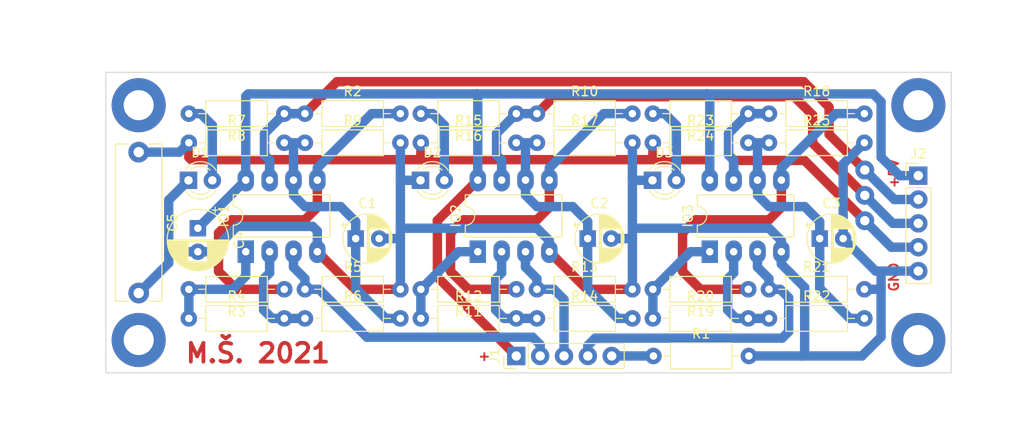
<source format=kicad_pcb>
(kicad_pcb (version 20171130) (host pcbnew 5.1.12-1.fc35)

  (general
    (thickness 1.6)
    (drawings 12)
    (tracks 270)
    (zones 0)
    (modules 42)
    (nets 25)
  )

  (page A4)
  (title_block
    (title "Řízení 3fáz motoru - sensor otočení")
    (date 2021-11-23)
    (rev A)
  )

  (layers
    (0 F.Cu signal)
    (31 B.Cu signal)
    (32 B.Adhes user)
    (33 F.Adhes user)
    (34 B.Paste user)
    (35 F.Paste user)
    (36 B.SilkS user)
    (37 F.SilkS user)
    (38 B.Mask user)
    (39 F.Mask user)
    (40 Dwgs.User user)
    (41 Cmts.User user)
    (42 Eco1.User user)
    (43 Eco2.User user)
    (44 Edge.Cuts user)
    (45 Margin user)
    (46 B.CrtYd user)
    (47 F.CrtYd user)
    (48 B.Fab user)
    (49 F.Fab user)
  )

  (setup
    (last_trace_width 1)
    (trace_clearance 0.4)
    (zone_clearance 0.508)
    (zone_45_only no)
    (trace_min 0.2)
    (via_size 2)
    (via_drill 1)
    (via_min_size 0.4)
    (via_min_drill 0.3)
    (uvia_size 0.3)
    (uvia_drill 0.1)
    (uvias_allowed no)
    (uvia_min_size 0.2)
    (uvia_min_drill 0.1)
    (edge_width 0.1)
    (segment_width 0.2)
    (pcb_text_width 0.3)
    (pcb_text_size 1.5 1.5)
    (mod_edge_width 0.15)
    (mod_text_size 1 1)
    (mod_text_width 0.15)
    (pad_size 1.524 1.524)
    (pad_drill 0.762)
    (pad_to_mask_clearance 0)
    (aux_axis_origin 0 0)
    (visible_elements FFFFFF7F)
    (pcbplotparams
      (layerselection 0x010fc_ffffffff)
      (usegerberextensions false)
      (usegerberattributes true)
      (usegerberadvancedattributes true)
      (creategerberjobfile true)
      (excludeedgelayer true)
      (linewidth 0.200000)
      (plotframeref false)
      (viasonmask false)
      (mode 1)
      (useauxorigin false)
      (hpglpennumber 1)
      (hpglpenspeed 20)
      (hpglpendiameter 15.000000)
      (psnegative false)
      (psa4output false)
      (plotreference true)
      (plotvalue true)
      (plotinvisibletext false)
      (padsonsilk false)
      (subtractmaskfromsilk false)
      (outputformat 1)
      (mirror false)
      (drillshape 1)
      (scaleselection 1)
      (outputdirectory ""))
  )

  (net 0 "")
  (net 1 GNDD)
  (net 2 "Net-(C1-Pad1)")
  (net 3 "Net-(C2-Pad1)")
  (net 4 "Net-(C3-Pad1)")
  (net 5 +5V)
  (net 6 "Net-(D1-Pad2)")
  (net 7 "Net-(D2-Pad2)")
  (net 8 "Net-(D3-Pad2)")
  (net 9 "Net-(IO1-Pad7)")
  (net 10 "Net-(IO1-Pad3)")
  (net 11 "Net-(IO1-Pad2)")
  (net 12 "Net-(IO1-Pad5)")
  (net 13 "Net-(IO1-Pad1)")
  (net 14 "Net-(IO2-Pad7)")
  (net 15 "Net-(IO2-Pad3)")
  (net 16 "Net-(IO2-Pad2)")
  (net 17 "Net-(IO2-Pad5)")
  (net 18 "Net-(IO2-Pad1)")
  (net 19 "Net-(IO3-Pad7)")
  (net 20 "Net-(IO3-Pad3)")
  (net 21 "Net-(IO3-Pad2)")
  (net 22 "Net-(IO3-Pad5)")
  (net 23 "Net-(IO3-Pad1)")
  (net 24 "Net-(J1-Pad5)")

  (net_class Default "This is the default net class."
    (clearance 0.4)
    (trace_width 1)
    (via_dia 2)
    (via_drill 1)
    (uvia_dia 0.3)
    (uvia_drill 0.1)
    (add_net +5V)
    (add_net GNDD)
    (add_net "Net-(C1-Pad1)")
    (add_net "Net-(C2-Pad1)")
    (add_net "Net-(C3-Pad1)")
    (add_net "Net-(D1-Pad2)")
    (add_net "Net-(D2-Pad2)")
    (add_net "Net-(D3-Pad2)")
    (add_net "Net-(IO1-Pad1)")
    (add_net "Net-(IO1-Pad2)")
    (add_net "Net-(IO1-Pad3)")
    (add_net "Net-(IO1-Pad5)")
    (add_net "Net-(IO1-Pad7)")
    (add_net "Net-(IO2-Pad1)")
    (add_net "Net-(IO2-Pad2)")
    (add_net "Net-(IO2-Pad3)")
    (add_net "Net-(IO2-Pad5)")
    (add_net "Net-(IO2-Pad7)")
    (add_net "Net-(IO3-Pad1)")
    (add_net "Net-(IO3-Pad2)")
    (add_net "Net-(IO3-Pad3)")
    (add_net "Net-(IO3-Pad5)")
    (add_net "Net-(IO3-Pad7)")
    (add_net "Net-(J1-Pad5)")
  )

  (module MountingHole:MountingHole_3.2mm_M3_DIN965_Pad (layer F.Cu) (tedit 56D1B4CB) (tstamp 619C3459)
    (at 197 116)
    (descr "Mounting Hole 3.2mm, M3, DIN965")
    (tags "mounting hole 3.2mm m3 din965")
    (attr virtual)
    (fp_text reference REF** (at 0 -3.8) (layer F.SilkS) hide
      (effects (font (size 1 1) (thickness 0.15)))
    )
    (fp_text value MountingHole_3.2mm_M3_DIN965_Pad (at 0 3.8) (layer F.Fab) hide
      (effects (font (size 1 1) (thickness 0.15)))
    )
    (fp_circle (center 0 0) (end 3.05 0) (layer F.CrtYd) (width 0.05))
    (fp_circle (center 0 0) (end 2.8 0) (layer Cmts.User) (width 0.15))
    (fp_text user %R (at 0.3 0) (layer F.Fab) hide
      (effects (font (size 1 1) (thickness 0.15)))
    )
    (pad 1 thru_hole circle (at 0 0) (size 5.76 5.76) (drill 3.2) (layers *.Cu *.Mask))
  )

  (module MountingHole:MountingHole_3.2mm_M3_DIN965_Pad (layer F.Cu) (tedit 56D1B4CB) (tstamp 619C3459)
    (at 114 116)
    (descr "Mounting Hole 3.2mm, M3, DIN965")
    (tags "mounting hole 3.2mm m3 din965")
    (attr virtual)
    (fp_text reference REF** (at 0 -3.8) (layer F.SilkS) hide
      (effects (font (size 1 1) (thickness 0.15)))
    )
    (fp_text value MountingHole_3.2mm_M3_DIN965_Pad (at 0 3.8) (layer F.Fab) hide
      (effects (font (size 1 1) (thickness 0.15)))
    )
    (fp_circle (center 0 0) (end 3.05 0) (layer F.CrtYd) (width 0.05))
    (fp_circle (center 0 0) (end 2.8 0) (layer Cmts.User) (width 0.15))
    (fp_text user %R (at 0.3 0) (layer F.Fab) hide
      (effects (font (size 1 1) (thickness 0.15)))
    )
    (pad 1 thru_hole circle (at 0 0) (size 5.76 5.76) (drill 3.2) (layers *.Cu *.Mask))
  )

  (module MountingHole:MountingHole_3.2mm_M3_DIN965_Pad (layer F.Cu) (tedit 56D1B4CB) (tstamp 619C3459)
    (at 114 91)
    (descr "Mounting Hole 3.2mm, M3, DIN965")
    (tags "mounting hole 3.2mm m3 din965")
    (attr virtual)
    (fp_text reference REF** (at 0 -3.8) (layer F.SilkS) hide
      (effects (font (size 1 1) (thickness 0.15)))
    )
    (fp_text value MountingHole_3.2mm_M3_DIN965_Pad (at 0 3.8) (layer F.Fab) hide
      (effects (font (size 1 1) (thickness 0.15)))
    )
    (fp_circle (center 0 0) (end 3.05 0) (layer F.CrtYd) (width 0.05))
    (fp_circle (center 0 0) (end 2.8 0) (layer Cmts.User) (width 0.15))
    (fp_text user %R (at 0.3 0) (layer F.Fab) hide
      (effects (font (size 1 1) (thickness 0.15)))
    )
    (pad 1 thru_hole circle (at 0 0) (size 5.76 5.76) (drill 3.2) (layers *.Cu *.Mask))
  )

  (module MountingHole:MountingHole_3.2mm_M3_DIN965_Pad (layer F.Cu) (tedit 56D1B4CB) (tstamp 619C2F3F)
    (at 197 91)
    (descr "Mounting Hole 3.2mm, M3, DIN965")
    (tags "mounting hole 3.2mm m3 din965")
    (attr virtual)
    (fp_text reference REF** (at 0 -3.8) (layer F.SilkS) hide
      (effects (font (size 1 1) (thickness 0.15)))
    )
    (fp_text value MountingHole_3.2mm_M3_DIN965_Pad (at 0 3.8) (layer F.Fab) hide
      (effects (font (size 1 1) (thickness 0.15)))
    )
    (fp_circle (center 0 0) (end 3.05 0) (layer F.CrtYd) (width 0.05))
    (fp_circle (center 0 0) (end 2.8 0) (layer Cmts.User) (width 0.15))
    (fp_text user %R (at 0.3 0) (layer F.Fab) hide
      (effects (font (size 1 1) (thickness 0.15)))
    )
    (pad 1 thru_hole circle (at 0 0) (size 5.76 5.76) (drill 3.2) (layers *.Cu *.Mask))
  )

  (module Connector_PinHeader_2.54mm:PinHeader_1x05_P2.54mm_Vertical (layer F.Cu) (tedit 59FED5CC) (tstamp 619C34D3)
    (at 197 98.5)
    (descr "Through hole straight pin header, 1x05, 2.54mm pitch, single row")
    (tags "Through hole pin header THT 1x05 2.54mm single row")
    (path /61ABDD14)
    (fp_text reference J2 (at 0 -2.33) (layer F.SilkS)
      (effects (font (size 1 1) (thickness 0.15)))
    )
    (fp_text value output (at 0 12.49) (layer F.Fab)
      (effects (font (size 1 1) (thickness 0.15)))
    )
    (fp_line (start -0.635 -1.27) (end 1.27 -1.27) (layer F.Fab) (width 0.1))
    (fp_line (start 1.27 -1.27) (end 1.27 11.43) (layer F.Fab) (width 0.1))
    (fp_line (start 1.27 11.43) (end -1.27 11.43) (layer F.Fab) (width 0.1))
    (fp_line (start -1.27 11.43) (end -1.27 -0.635) (layer F.Fab) (width 0.1))
    (fp_line (start -1.27 -0.635) (end -0.635 -1.27) (layer F.Fab) (width 0.1))
    (fp_line (start -1.33 11.49) (end 1.33 11.49) (layer F.SilkS) (width 0.12))
    (fp_line (start -1.33 1.27) (end -1.33 11.49) (layer F.SilkS) (width 0.12))
    (fp_line (start 1.33 1.27) (end 1.33 11.49) (layer F.SilkS) (width 0.12))
    (fp_line (start -1.33 1.27) (end 1.33 1.27) (layer F.SilkS) (width 0.12))
    (fp_line (start -1.33 0) (end -1.33 -1.33) (layer F.SilkS) (width 0.12))
    (fp_line (start -1.33 -1.33) (end 0 -1.33) (layer F.SilkS) (width 0.12))
    (fp_line (start -1.8 -1.8) (end -1.8 11.95) (layer F.CrtYd) (width 0.05))
    (fp_line (start -1.8 11.95) (end 1.8 11.95) (layer F.CrtYd) (width 0.05))
    (fp_line (start 1.8 11.95) (end 1.8 -1.8) (layer F.CrtYd) (width 0.05))
    (fp_line (start 1.8 -1.8) (end -1.8 -1.8) (layer F.CrtYd) (width 0.05))
    (fp_text user %R (at 0 5.08 90) (layer F.Fab)
      (effects (font (size 1 1) (thickness 0.15)))
    )
    (pad 5 thru_hole oval (at 0 10.16) (size 1.95 1.95) (drill 1) (layers *.Cu *.Mask)
      (net 1 GNDD))
    (pad 4 thru_hole oval (at 0 7.62) (size 1.95 1.95) (drill 1) (layers *.Cu *.Mask)
      (net 19 "Net-(IO3-Pad7)"))
    (pad 3 thru_hole oval (at 0 5.08) (size 1.95 1.95) (drill 1) (layers *.Cu *.Mask)
      (net 14 "Net-(IO2-Pad7)"))
    (pad 2 thru_hole oval (at 0 2.54) (size 1.95 1.95) (drill 1) (layers *.Cu *.Mask)
      (net 9 "Net-(IO1-Pad7)"))
    (pad 1 thru_hole rect (at 0 0) (size 1.95 1.95) (drill 1) (layers *.Cu *.Mask)
      (net 5 +5V))
    (model ${KISYS3DMOD}/Connector_PinHeader_2.54mm.3dshapes/PinHeader_1x05_P2.54mm_Vertical.wrl
      (at (xyz 0 0 0))
      (scale (xyz 1 1 1))
      (rotate (xyz 0 0 0))
    )
  )

  (module Resistor_THT:R_Axial_DIN0207_L6.3mm_D2.5mm_P10.16mm_Horizontal (layer F.Cu) (tedit 5AE5139B) (tstamp 619848DF)
    (at 131.7 113.7)
    (descr "Resistor, Axial_DIN0207 series, Axial, Horizontal, pin pitch=10.16mm, 0.25W = 1/4W, length*diameter=6.3*2.5mm^2, http://cdn-reichelt.de/documents/datenblatt/B400/1_4W%23YAG.pdf")
    (tags "Resistor Axial_DIN0207 series Axial Horizontal pin pitch 10.16mm 0.25W = 1/4W length 6.3mm diameter 2.5mm")
    (path /61AEBEC5)
    (fp_text reference R6 (at 5.08 -2.37) (layer F.SilkS)
      (effects (font (size 1 1) (thickness 0.15)))
    )
    (fp_text value 100k (at 5.08 2.37) (layer F.Fab)
      (effects (font (size 1 1) (thickness 0.15)))
    )
    (fp_line (start 1.93 -1.25) (end 1.93 1.25) (layer F.Fab) (width 0.1))
    (fp_line (start 1.93 1.25) (end 8.23 1.25) (layer F.Fab) (width 0.1))
    (fp_line (start 8.23 1.25) (end 8.23 -1.25) (layer F.Fab) (width 0.1))
    (fp_line (start 8.23 -1.25) (end 1.93 -1.25) (layer F.Fab) (width 0.1))
    (fp_line (start 0 0) (end 1.93 0) (layer F.Fab) (width 0.1))
    (fp_line (start 10.16 0) (end 8.23 0) (layer F.Fab) (width 0.1))
    (fp_line (start 1.81 -1.37) (end 1.81 1.37) (layer F.SilkS) (width 0.12))
    (fp_line (start 1.81 1.37) (end 8.35 1.37) (layer F.SilkS) (width 0.12))
    (fp_line (start 8.35 1.37) (end 8.35 -1.37) (layer F.SilkS) (width 0.12))
    (fp_line (start 8.35 -1.37) (end 1.81 -1.37) (layer F.SilkS) (width 0.12))
    (fp_line (start 1.04 0) (end 1.81 0) (layer F.SilkS) (width 0.12))
    (fp_line (start 9.12 0) (end 8.35 0) (layer F.SilkS) (width 0.12))
    (fp_line (start -1.05 -1.5) (end -1.05 1.5) (layer F.CrtYd) (width 0.05))
    (fp_line (start -1.05 1.5) (end 11.21 1.5) (layer F.CrtYd) (width 0.05))
    (fp_line (start 11.21 1.5) (end 11.21 -1.5) (layer F.CrtYd) (width 0.05))
    (fp_line (start 11.21 -1.5) (end -1.05 -1.5) (layer F.CrtYd) (width 0.05))
    (fp_text user %R (at 5.08 0) (layer F.Fab)
      (effects (font (size 1 1) (thickness 0.15)))
    )
    (pad 2 thru_hole oval (at 10.16 0) (size 1.75 1.75) (drill 0.8) (layers *.Cu *.Mask)
      (net 2 "Net-(C1-Pad1)"))
    (pad 1 thru_hole circle (at 0 0) (size 1.75 1.75) (drill 0.8) (layers *.Cu *.Mask)
      (net 11 "Net-(IO1-Pad2)"))
    (model ${KISYS3DMOD}/Resistor_THT.3dshapes/R_Axial_DIN0207_L6.3mm_D2.5mm_P10.16mm_Horizontal.wrl
      (at (xyz 0 0 0))
      (scale (xyz 1 1 1))
      (rotate (xyz 0 0 0))
    )
  )

  (module Resistor_THT:R_Axial_DIN0207_L6.3mm_D2.5mm_P10.16mm_Horizontal (layer F.Cu) (tedit 5AE5139B) (tstamp 61984A94)
    (at 181.1 95)
    (descr "Resistor, Axial_DIN0207 series, Axial, Horizontal, pin pitch=10.16mm, 0.25W = 1/4W, length*diameter=6.3*2.5mm^2, http://cdn-reichelt.de/documents/datenblatt/B400/1_4W%23YAG.pdf")
    (tags "Resistor Axial_DIN0207 series Axial Horizontal pin pitch 10.16mm 0.25W = 1/4W length 6.3mm diameter 2.5mm")
    (path /61B46E5C)
    (fp_text reference R25 (at 5.08 -2.37) (layer F.SilkS)
      (effects (font (size 1 1) (thickness 0.15)))
    )
    (fp_text value 68k (at 5.08 2.37) (layer F.Fab)
      (effects (font (size 1 1) (thickness 0.15)))
    )
    (fp_line (start 1.93 -1.25) (end 1.93 1.25) (layer F.Fab) (width 0.1))
    (fp_line (start 1.93 1.25) (end 8.23 1.25) (layer F.Fab) (width 0.1))
    (fp_line (start 8.23 1.25) (end 8.23 -1.25) (layer F.Fab) (width 0.1))
    (fp_line (start 8.23 -1.25) (end 1.93 -1.25) (layer F.Fab) (width 0.1))
    (fp_line (start 0 0) (end 1.93 0) (layer F.Fab) (width 0.1))
    (fp_line (start 10.16 0) (end 8.23 0) (layer F.Fab) (width 0.1))
    (fp_line (start 1.81 -1.37) (end 1.81 1.37) (layer F.SilkS) (width 0.12))
    (fp_line (start 1.81 1.37) (end 8.35 1.37) (layer F.SilkS) (width 0.12))
    (fp_line (start 8.35 1.37) (end 8.35 -1.37) (layer F.SilkS) (width 0.12))
    (fp_line (start 8.35 -1.37) (end 1.81 -1.37) (layer F.SilkS) (width 0.12))
    (fp_line (start 1.04 0) (end 1.81 0) (layer F.SilkS) (width 0.12))
    (fp_line (start 9.12 0) (end 8.35 0) (layer F.SilkS) (width 0.12))
    (fp_line (start -1.05 -1.5) (end -1.05 1.5) (layer F.CrtYd) (width 0.05))
    (fp_line (start -1.05 1.5) (end 11.21 1.5) (layer F.CrtYd) (width 0.05))
    (fp_line (start 11.21 1.5) (end 11.21 -1.5) (layer F.CrtYd) (width 0.05))
    (fp_line (start 11.21 -1.5) (end -1.05 -1.5) (layer F.CrtYd) (width 0.05))
    (fp_text user %R (at 5.08 0) (layer F.Fab)
      (effects (font (size 1 1) (thickness 0.15)))
    )
    (pad 2 thru_hole oval (at 10.16 0) (size 1.75 1.75) (drill 0.8) (layers *.Cu *.Mask)
      (net 1 GNDD))
    (pad 1 thru_hole circle (at 0 0) (size 1.75 1.75) (drill 0.8) (layers *.Cu *.Mask)
      (net 4 "Net-(C3-Pad1)"))
    (model ${KISYS3DMOD}/Resistor_THT.3dshapes/R_Axial_DIN0207_L6.3mm_D2.5mm_P10.16mm_Horizontal.wrl
      (at (xyz 0 0 0))
      (scale (xyz 1 1 1))
      (rotate (xyz 0 0 0))
    )
  )

  (module Resistor_THT:R_Axial_DIN0207_L6.3mm_D2.5mm_P10.16mm_Horizontal (layer F.Cu) (tedit 5AE5139B) (tstamp 61984A7D)
    (at 178.9 91.9 180)
    (descr "Resistor, Axial_DIN0207 series, Axial, Horizontal, pin pitch=10.16mm, 0.25W = 1/4W, length*diameter=6.3*2.5mm^2, http://cdn-reichelt.de/documents/datenblatt/B400/1_4W%23YAG.pdf")
    (tags "Resistor Axial_DIN0207 series Axial Horizontal pin pitch 10.16mm 0.25W = 1/4W length 6.3mm diameter 2.5mm")
    (path /61B46E9E)
    (fp_text reference R24 (at 5.08 -2.37) (layer F.SilkS)
      (effects (font (size 1 1) (thickness 0.15)))
    )
    (fp_text value 220 (at 5.08 2.37) (layer F.Fab)
      (effects (font (size 1 1) (thickness 0.15)))
    )
    (fp_line (start 1.93 -1.25) (end 1.93 1.25) (layer F.Fab) (width 0.1))
    (fp_line (start 1.93 1.25) (end 8.23 1.25) (layer F.Fab) (width 0.1))
    (fp_line (start 8.23 1.25) (end 8.23 -1.25) (layer F.Fab) (width 0.1))
    (fp_line (start 8.23 -1.25) (end 1.93 -1.25) (layer F.Fab) (width 0.1))
    (fp_line (start 0 0) (end 1.93 0) (layer F.Fab) (width 0.1))
    (fp_line (start 10.16 0) (end 8.23 0) (layer F.Fab) (width 0.1))
    (fp_line (start 1.81 -1.37) (end 1.81 1.37) (layer F.SilkS) (width 0.12))
    (fp_line (start 1.81 1.37) (end 8.35 1.37) (layer F.SilkS) (width 0.12))
    (fp_line (start 8.35 1.37) (end 8.35 -1.37) (layer F.SilkS) (width 0.12))
    (fp_line (start 8.35 -1.37) (end 1.81 -1.37) (layer F.SilkS) (width 0.12))
    (fp_line (start 1.04 0) (end 1.81 0) (layer F.SilkS) (width 0.12))
    (fp_line (start 9.12 0) (end 8.35 0) (layer F.SilkS) (width 0.12))
    (fp_line (start -1.05 -1.5) (end -1.05 1.5) (layer F.CrtYd) (width 0.05))
    (fp_line (start -1.05 1.5) (end 11.21 1.5) (layer F.CrtYd) (width 0.05))
    (fp_line (start 11.21 1.5) (end 11.21 -1.5) (layer F.CrtYd) (width 0.05))
    (fp_line (start 11.21 -1.5) (end -1.05 -1.5) (layer F.CrtYd) (width 0.05))
    (fp_text user %R (at 5.08 0) (layer F.Fab)
      (effects (font (size 1 1) (thickness 0.15)))
    )
    (pad 2 thru_hole oval (at 10.16 0 180) (size 1.75 1.75) (drill 0.8) (layers *.Cu *.Mask)
      (net 8 "Net-(D3-Pad2)"))
    (pad 1 thru_hole circle (at 0 0 180) (size 1.75 1.75) (drill 0.8) (layers *.Cu *.Mask)
      (net 19 "Net-(IO3-Pad7)"))
    (model ${KISYS3DMOD}/Resistor_THT.3dshapes/R_Axial_DIN0207_L6.3mm_D2.5mm_P10.16mm_Horizontal.wrl
      (at (xyz 0 0 0))
      (scale (xyz 1 1 1))
      (rotate (xyz 0 0 0))
    )
  )

  (module Resistor_THT:R_Axial_DIN0207_L6.3mm_D2.5mm_P10.16mm_Horizontal (layer F.Cu) (tedit 5AE5139B) (tstamp 61984A66)
    (at 168.74 95)
    (descr "Resistor, Axial_DIN0207 series, Axial, Horizontal, pin pitch=10.16mm, 0.25W = 1/4W, length*diameter=6.3*2.5mm^2, http://cdn-reichelt.de/documents/datenblatt/B400/1_4W%23YAG.pdf")
    (tags "Resistor Axial_DIN0207 series Axial Horizontal pin pitch 10.16mm 0.25W = 1/4W length 6.3mm diameter 2.5mm")
    (path /61B46E62)
    (fp_text reference R23 (at 5.08 -2.37) (layer F.SilkS)
      (effects (font (size 1 1) (thickness 0.15)))
    )
    (fp_text value 100k (at 5.08 2.37) (layer F.Fab)
      (effects (font (size 1 1) (thickness 0.15)))
    )
    (fp_line (start 1.93 -1.25) (end 1.93 1.25) (layer F.Fab) (width 0.1))
    (fp_line (start 1.93 1.25) (end 8.23 1.25) (layer F.Fab) (width 0.1))
    (fp_line (start 8.23 1.25) (end 8.23 -1.25) (layer F.Fab) (width 0.1))
    (fp_line (start 8.23 -1.25) (end 1.93 -1.25) (layer F.Fab) (width 0.1))
    (fp_line (start 0 0) (end 1.93 0) (layer F.Fab) (width 0.1))
    (fp_line (start 10.16 0) (end 8.23 0) (layer F.Fab) (width 0.1))
    (fp_line (start 1.81 -1.37) (end 1.81 1.37) (layer F.SilkS) (width 0.12))
    (fp_line (start 1.81 1.37) (end 8.35 1.37) (layer F.SilkS) (width 0.12))
    (fp_line (start 8.35 1.37) (end 8.35 -1.37) (layer F.SilkS) (width 0.12))
    (fp_line (start 8.35 -1.37) (end 1.81 -1.37) (layer F.SilkS) (width 0.12))
    (fp_line (start 1.04 0) (end 1.81 0) (layer F.SilkS) (width 0.12))
    (fp_line (start 9.12 0) (end 8.35 0) (layer F.SilkS) (width 0.12))
    (fp_line (start -1.05 -1.5) (end -1.05 1.5) (layer F.CrtYd) (width 0.05))
    (fp_line (start -1.05 1.5) (end 11.21 1.5) (layer F.CrtYd) (width 0.05))
    (fp_line (start 11.21 1.5) (end 11.21 -1.5) (layer F.CrtYd) (width 0.05))
    (fp_line (start 11.21 -1.5) (end -1.05 -1.5) (layer F.CrtYd) (width 0.05))
    (fp_text user %R (at 5.08 0) (layer F.Fab)
      (effects (font (size 1 1) (thickness 0.15)))
    )
    (pad 2 thru_hole oval (at 10.16 0) (size 1.75 1.75) (drill 0.8) (layers *.Cu *.Mask)
      (net 4 "Net-(C3-Pad1)"))
    (pad 1 thru_hole circle (at 0 0) (size 1.75 1.75) (drill 0.8) (layers *.Cu *.Mask)
      (net 5 +5V))
    (model ${KISYS3DMOD}/Resistor_THT.3dshapes/R_Axial_DIN0207_L6.3mm_D2.5mm_P10.16mm_Horizontal.wrl
      (at (xyz 0 0 0))
      (scale (xyz 1 1 1))
      (rotate (xyz 0 0 0))
    )
  )

  (module Resistor_THT:R_Axial_DIN0207_L6.3mm_D2.5mm_P10.16mm_Horizontal (layer F.Cu) (tedit 5AE5139B) (tstamp 61984A4F)
    (at 181.1 113.7)
    (descr "Resistor, Axial_DIN0207 series, Axial, Horizontal, pin pitch=10.16mm, 0.25W = 1/4W, length*diameter=6.3*2.5mm^2, http://cdn-reichelt.de/documents/datenblatt/B400/1_4W%23YAG.pdf")
    (tags "Resistor Axial_DIN0207 series Axial Horizontal pin pitch 10.16mm 0.25W = 1/4W length 6.3mm diameter 2.5mm")
    (path /61B46E7B)
    (fp_text reference R22 (at 5.08 -2.37) (layer F.SilkS)
      (effects (font (size 1 1) (thickness 0.15)))
    )
    (fp_text value 100k (at 5.08 2.37) (layer F.Fab)
      (effects (font (size 1 1) (thickness 0.15)))
    )
    (fp_line (start 1.93 -1.25) (end 1.93 1.25) (layer F.Fab) (width 0.1))
    (fp_line (start 1.93 1.25) (end 8.23 1.25) (layer F.Fab) (width 0.1))
    (fp_line (start 8.23 1.25) (end 8.23 -1.25) (layer F.Fab) (width 0.1))
    (fp_line (start 8.23 -1.25) (end 1.93 -1.25) (layer F.Fab) (width 0.1))
    (fp_line (start 0 0) (end 1.93 0) (layer F.Fab) (width 0.1))
    (fp_line (start 10.16 0) (end 8.23 0) (layer F.Fab) (width 0.1))
    (fp_line (start 1.81 -1.37) (end 1.81 1.37) (layer F.SilkS) (width 0.12))
    (fp_line (start 1.81 1.37) (end 8.35 1.37) (layer F.SilkS) (width 0.12))
    (fp_line (start 8.35 1.37) (end 8.35 -1.37) (layer F.SilkS) (width 0.12))
    (fp_line (start 8.35 -1.37) (end 1.81 -1.37) (layer F.SilkS) (width 0.12))
    (fp_line (start 1.04 0) (end 1.81 0) (layer F.SilkS) (width 0.12))
    (fp_line (start 9.12 0) (end 8.35 0) (layer F.SilkS) (width 0.12))
    (fp_line (start -1.05 -1.5) (end -1.05 1.5) (layer F.CrtYd) (width 0.05))
    (fp_line (start -1.05 1.5) (end 11.21 1.5) (layer F.CrtYd) (width 0.05))
    (fp_line (start 11.21 1.5) (end 11.21 -1.5) (layer F.CrtYd) (width 0.05))
    (fp_line (start 11.21 -1.5) (end -1.05 -1.5) (layer F.CrtYd) (width 0.05))
    (fp_text user %R (at 5.08 0) (layer F.Fab)
      (effects (font (size 1 1) (thickness 0.15)))
    )
    (pad 2 thru_hole oval (at 10.16 0) (size 1.75 1.75) (drill 0.8) (layers *.Cu *.Mask)
      (net 4 "Net-(C3-Pad1)"))
    (pad 1 thru_hole circle (at 0 0) (size 1.75 1.75) (drill 0.8) (layers *.Cu *.Mask)
      (net 21 "Net-(IO3-Pad2)"))
    (model ${KISYS3DMOD}/Resistor_THT.3dshapes/R_Axial_DIN0207_L6.3mm_D2.5mm_P10.16mm_Horizontal.wrl
      (at (xyz 0 0 0))
      (scale (xyz 1 1 1))
      (rotate (xyz 0 0 0))
    )
  )

  (module Resistor_THT:R_Axial_DIN0207_L6.3mm_D2.5mm_P10.16mm_Horizontal (layer F.Cu) (tedit 5AE5139B) (tstamp 61984A38)
    (at 181.1 110.6)
    (descr "Resistor, Axial_DIN0207 series, Axial, Horizontal, pin pitch=10.16mm, 0.25W = 1/4W, length*diameter=6.3*2.5mm^2, http://cdn-reichelt.de/documents/datenblatt/B400/1_4W%23YAG.pdf")
    (tags "Resistor Axial_DIN0207 series Axial Horizontal pin pitch 10.16mm 0.25W = 1/4W length 6.3mm diameter 2.5mm")
    (path /61B46E3D)
    (fp_text reference R21 (at 5.08 -2.37) (layer F.SilkS)
      (effects (font (size 1 1) (thickness 0.15)))
    )
    (fp_text value 3k3 (at 5.08 2.37) (layer F.Fab)
      (effects (font (size 1 1) (thickness 0.15)))
    )
    (fp_line (start 1.93 -1.25) (end 1.93 1.25) (layer F.Fab) (width 0.1))
    (fp_line (start 1.93 1.25) (end 8.23 1.25) (layer F.Fab) (width 0.1))
    (fp_line (start 8.23 1.25) (end 8.23 -1.25) (layer F.Fab) (width 0.1))
    (fp_line (start 8.23 -1.25) (end 1.93 -1.25) (layer F.Fab) (width 0.1))
    (fp_line (start 0 0) (end 1.93 0) (layer F.Fab) (width 0.1))
    (fp_line (start 10.16 0) (end 8.23 0) (layer F.Fab) (width 0.1))
    (fp_line (start 1.81 -1.37) (end 1.81 1.37) (layer F.SilkS) (width 0.12))
    (fp_line (start 1.81 1.37) (end 8.35 1.37) (layer F.SilkS) (width 0.12))
    (fp_line (start 8.35 1.37) (end 8.35 -1.37) (layer F.SilkS) (width 0.12))
    (fp_line (start 8.35 -1.37) (end 1.81 -1.37) (layer F.SilkS) (width 0.12))
    (fp_line (start 1.04 0) (end 1.81 0) (layer F.SilkS) (width 0.12))
    (fp_line (start 9.12 0) (end 8.35 0) (layer F.SilkS) (width 0.12))
    (fp_line (start -1.05 -1.5) (end -1.05 1.5) (layer F.CrtYd) (width 0.05))
    (fp_line (start -1.05 1.5) (end 11.21 1.5) (layer F.CrtYd) (width 0.05))
    (fp_line (start 11.21 1.5) (end 11.21 -1.5) (layer F.CrtYd) (width 0.05))
    (fp_line (start 11.21 -1.5) (end -1.05 -1.5) (layer F.CrtYd) (width 0.05))
    (fp_text user %R (at 5.08 0) (layer F.Fab)
      (effects (font (size 1 1) (thickness 0.15)))
    )
    (pad 2 thru_hole oval (at 10.16 0) (size 1.75 1.75) (drill 0.8) (layers *.Cu *.Mask)
      (net 1 GNDD))
    (pad 1 thru_hole circle (at 0 0) (size 1.75 1.75) (drill 0.8) (layers *.Cu *.Mask)
      (net 20 "Net-(IO3-Pad3)"))
    (model ${KISYS3DMOD}/Resistor_THT.3dshapes/R_Axial_DIN0207_L6.3mm_D2.5mm_P10.16mm_Horizontal.wrl
      (at (xyz 0 0 0))
      (scale (xyz 1 1 1))
      (rotate (xyz 0 0 0))
    )
  )

  (module Resistor_THT:R_Axial_DIN0207_L6.3mm_D2.5mm_P10.16mm_Horizontal (layer F.Cu) (tedit 5AE5139B) (tstamp 61984A21)
    (at 168.74 113.7)
    (descr "Resistor, Axial_DIN0207 series, Axial, Horizontal, pin pitch=10.16mm, 0.25W = 1/4W, length*diameter=6.3*2.5mm^2, http://cdn-reichelt.de/documents/datenblatt/B400/1_4W%23YAG.pdf")
    (tags "Resistor Axial_DIN0207 series Axial Horizontal pin pitch 10.16mm 0.25W = 1/4W length 6.3mm diameter 2.5mm")
    (path /61B46E81)
    (fp_text reference R20 (at 5.08 -2.37) (layer F.SilkS)
      (effects (font (size 1 1) (thickness 0.15)))
    )
    (fp_text value 10k (at 5.08 2.37) (layer F.Fab)
      (effects (font (size 1 1) (thickness 0.15)))
    )
    (fp_line (start 1.93 -1.25) (end 1.93 1.25) (layer F.Fab) (width 0.1))
    (fp_line (start 1.93 1.25) (end 8.23 1.25) (layer F.Fab) (width 0.1))
    (fp_line (start 8.23 1.25) (end 8.23 -1.25) (layer F.Fab) (width 0.1))
    (fp_line (start 8.23 -1.25) (end 1.93 -1.25) (layer F.Fab) (width 0.1))
    (fp_line (start 0 0) (end 1.93 0) (layer F.Fab) (width 0.1))
    (fp_line (start 10.16 0) (end 8.23 0) (layer F.Fab) (width 0.1))
    (fp_line (start 1.81 -1.37) (end 1.81 1.37) (layer F.SilkS) (width 0.12))
    (fp_line (start 1.81 1.37) (end 8.35 1.37) (layer F.SilkS) (width 0.12))
    (fp_line (start 8.35 1.37) (end 8.35 -1.37) (layer F.SilkS) (width 0.12))
    (fp_line (start 8.35 -1.37) (end 1.81 -1.37) (layer F.SilkS) (width 0.12))
    (fp_line (start 1.04 0) (end 1.81 0) (layer F.SilkS) (width 0.12))
    (fp_line (start 9.12 0) (end 8.35 0) (layer F.SilkS) (width 0.12))
    (fp_line (start -1.05 -1.5) (end -1.05 1.5) (layer F.CrtYd) (width 0.05))
    (fp_line (start -1.05 1.5) (end 11.21 1.5) (layer F.CrtYd) (width 0.05))
    (fp_line (start 11.21 1.5) (end 11.21 -1.5) (layer F.CrtYd) (width 0.05))
    (fp_line (start 11.21 -1.5) (end -1.05 -1.5) (layer F.CrtYd) (width 0.05))
    (fp_text user %R (at 5.08 0) (layer F.Fab)
      (effects (font (size 1 1) (thickness 0.15)))
    )
    (pad 2 thru_hole oval (at 10.16 0) (size 1.75 1.75) (drill 0.8) (layers *.Cu *.Mask)
      (net 21 "Net-(IO3-Pad2)"))
    (pad 1 thru_hole circle (at 0 0) (size 1.75 1.75) (drill 0.8) (layers *.Cu *.Mask)
      (net 23 "Net-(IO3-Pad1)"))
    (model ${KISYS3DMOD}/Resistor_THT.3dshapes/R_Axial_DIN0207_L6.3mm_D2.5mm_P10.16mm_Horizontal.wrl
      (at (xyz 0 0 0))
      (scale (xyz 1 1 1))
      (rotate (xyz 0 0 0))
    )
  )

  (module Resistor_THT:R_Axial_DIN0207_L6.3mm_D2.5mm_P10.16mm_Horizontal (layer F.Cu) (tedit 5AE5139B) (tstamp 61984A0A)
    (at 178.9 110.6 180)
    (descr "Resistor, Axial_DIN0207 series, Axial, Horizontal, pin pitch=10.16mm, 0.25W = 1/4W, length*diameter=6.3*2.5mm^2, http://cdn-reichelt.de/documents/datenblatt/B400/1_4W%23YAG.pdf")
    (tags "Resistor Axial_DIN0207 series Axial Horizontal pin pitch 10.16mm 0.25W = 1/4W length 6.3mm diameter 2.5mm")
    (path /61B46E46)
    (fp_text reference R19 (at 5.08 -2.37) (layer F.SilkS)
      (effects (font (size 1 1) (thickness 0.15)))
    )
    (fp_text value 1k (at 5.08 2.37) (layer F.Fab)
      (effects (font (size 1 1) (thickness 0.15)))
    )
    (fp_line (start 1.93 -1.25) (end 1.93 1.25) (layer F.Fab) (width 0.1))
    (fp_line (start 1.93 1.25) (end 8.23 1.25) (layer F.Fab) (width 0.1))
    (fp_line (start 8.23 1.25) (end 8.23 -1.25) (layer F.Fab) (width 0.1))
    (fp_line (start 8.23 -1.25) (end 1.93 -1.25) (layer F.Fab) (width 0.1))
    (fp_line (start 0 0) (end 1.93 0) (layer F.Fab) (width 0.1))
    (fp_line (start 10.16 0) (end 8.23 0) (layer F.Fab) (width 0.1))
    (fp_line (start 1.81 -1.37) (end 1.81 1.37) (layer F.SilkS) (width 0.12))
    (fp_line (start 1.81 1.37) (end 8.35 1.37) (layer F.SilkS) (width 0.12))
    (fp_line (start 8.35 1.37) (end 8.35 -1.37) (layer F.SilkS) (width 0.12))
    (fp_line (start 8.35 -1.37) (end 1.81 -1.37) (layer F.SilkS) (width 0.12))
    (fp_line (start 1.04 0) (end 1.81 0) (layer F.SilkS) (width 0.12))
    (fp_line (start 9.12 0) (end 8.35 0) (layer F.SilkS) (width 0.12))
    (fp_line (start -1.05 -1.5) (end -1.05 1.5) (layer F.CrtYd) (width 0.05))
    (fp_line (start -1.05 1.5) (end 11.21 1.5) (layer F.CrtYd) (width 0.05))
    (fp_line (start 11.21 1.5) (end 11.21 -1.5) (layer F.CrtYd) (width 0.05))
    (fp_line (start 11.21 -1.5) (end -1.05 -1.5) (layer F.CrtYd) (width 0.05))
    (fp_text user %R (at 5.08 0) (layer F.Fab)
      (effects (font (size 1 1) (thickness 0.15)))
    )
    (pad 2 thru_hole oval (at 10.16 0 180) (size 1.75 1.75) (drill 0.8) (layers *.Cu *.Mask)
      (net 23 "Net-(IO3-Pad1)"))
    (pad 1 thru_hole circle (at 0 0 180) (size 1.75 1.75) (drill 0.8) (layers *.Cu *.Mask)
      (net 22 "Net-(IO3-Pad5)"))
    (model ${KISYS3DMOD}/Resistor_THT.3dshapes/R_Axial_DIN0207_L6.3mm_D2.5mm_P10.16mm_Horizontal.wrl
      (at (xyz 0 0 0))
      (scale (xyz 1 1 1))
      (rotate (xyz 0 0 0))
    )
  )

  (module Resistor_THT:R_Axial_DIN0207_L6.3mm_D2.5mm_P10.16mm_Horizontal (layer F.Cu) (tedit 5AE5139B) (tstamp 619849F3)
    (at 181.1 91.9)
    (descr "Resistor, Axial_DIN0207 series, Axial, Horizontal, pin pitch=10.16mm, 0.25W = 1/4W, length*diameter=6.3*2.5mm^2, http://cdn-reichelt.de/documents/datenblatt/B400/1_4W%23YAG.pdf")
    (tags "Resistor Axial_DIN0207 series Axial Horizontal pin pitch 10.16mm 0.25W = 1/4W length 6.3mm diameter 2.5mm")
    (path /61B46EB3)
    (fp_text reference R18 (at 5.08 -2.37) (layer F.SilkS)
      (effects (font (size 1 1) (thickness 0.15)))
    )
    (fp_text value 100k (at 5.08 2.37) (layer F.Fab)
      (effects (font (size 1 1) (thickness 0.15)))
    )
    (fp_line (start 1.93 -1.25) (end 1.93 1.25) (layer F.Fab) (width 0.1))
    (fp_line (start 1.93 1.25) (end 8.23 1.25) (layer F.Fab) (width 0.1))
    (fp_line (start 8.23 1.25) (end 8.23 -1.25) (layer F.Fab) (width 0.1))
    (fp_line (start 8.23 -1.25) (end 1.93 -1.25) (layer F.Fab) (width 0.1))
    (fp_line (start 0 0) (end 1.93 0) (layer F.Fab) (width 0.1))
    (fp_line (start 10.16 0) (end 8.23 0) (layer F.Fab) (width 0.1))
    (fp_line (start 1.81 -1.37) (end 1.81 1.37) (layer F.SilkS) (width 0.12))
    (fp_line (start 1.81 1.37) (end 8.35 1.37) (layer F.SilkS) (width 0.12))
    (fp_line (start 8.35 1.37) (end 8.35 -1.37) (layer F.SilkS) (width 0.12))
    (fp_line (start 8.35 -1.37) (end 1.81 -1.37) (layer F.SilkS) (width 0.12))
    (fp_line (start 1.04 0) (end 1.81 0) (layer F.SilkS) (width 0.12))
    (fp_line (start 9.12 0) (end 8.35 0) (layer F.SilkS) (width 0.12))
    (fp_line (start -1.05 -1.5) (end -1.05 1.5) (layer F.CrtYd) (width 0.05))
    (fp_line (start -1.05 1.5) (end 11.21 1.5) (layer F.CrtYd) (width 0.05))
    (fp_line (start 11.21 1.5) (end 11.21 -1.5) (layer F.CrtYd) (width 0.05))
    (fp_line (start 11.21 -1.5) (end -1.05 -1.5) (layer F.CrtYd) (width 0.05))
    (fp_text user %R (at 5.08 0) (layer F.Fab)
      (effects (font (size 1 1) (thickness 0.15)))
    )
    (pad 2 thru_hole oval (at 10.16 0) (size 1.75 1.75) (drill 0.8) (layers *.Cu *.Mask)
      (net 22 "Net-(IO3-Pad5)"))
    (pad 1 thru_hole circle (at 0 0) (size 1.75 1.75) (drill 0.8) (layers *.Cu *.Mask)
      (net 19 "Net-(IO3-Pad7)"))
    (model ${KISYS3DMOD}/Resistor_THT.3dshapes/R_Axial_DIN0207_L6.3mm_D2.5mm_P10.16mm_Horizontal.wrl
      (at (xyz 0 0 0))
      (scale (xyz 1 1 1))
      (rotate (xyz 0 0 0))
    )
  )

  (module Resistor_THT:R_Axial_DIN0207_L6.3mm_D2.5mm_P10.16mm_Horizontal (layer F.Cu) (tedit 5AE5139B) (tstamp 619849DC)
    (at 156.4 95)
    (descr "Resistor, Axial_DIN0207 series, Axial, Horizontal, pin pitch=10.16mm, 0.25W = 1/4W, length*diameter=6.3*2.5mm^2, http://cdn-reichelt.de/documents/datenblatt/B400/1_4W%23YAG.pdf")
    (tags "Resistor Axial_DIN0207 series Axial Horizontal pin pitch 10.16mm 0.25W = 1/4W length 6.3mm diameter 2.5mm")
    (path /61B3F829)
    (fp_text reference R17 (at 5.08 -2.37) (layer F.SilkS)
      (effects (font (size 1 1) (thickness 0.15)))
    )
    (fp_text value 68k (at 5.08 2.37) (layer F.Fab)
      (effects (font (size 1 1) (thickness 0.15)))
    )
    (fp_line (start 1.93 -1.25) (end 1.93 1.25) (layer F.Fab) (width 0.1))
    (fp_line (start 1.93 1.25) (end 8.23 1.25) (layer F.Fab) (width 0.1))
    (fp_line (start 8.23 1.25) (end 8.23 -1.25) (layer F.Fab) (width 0.1))
    (fp_line (start 8.23 -1.25) (end 1.93 -1.25) (layer F.Fab) (width 0.1))
    (fp_line (start 0 0) (end 1.93 0) (layer F.Fab) (width 0.1))
    (fp_line (start 10.16 0) (end 8.23 0) (layer F.Fab) (width 0.1))
    (fp_line (start 1.81 -1.37) (end 1.81 1.37) (layer F.SilkS) (width 0.12))
    (fp_line (start 1.81 1.37) (end 8.35 1.37) (layer F.SilkS) (width 0.12))
    (fp_line (start 8.35 1.37) (end 8.35 -1.37) (layer F.SilkS) (width 0.12))
    (fp_line (start 8.35 -1.37) (end 1.81 -1.37) (layer F.SilkS) (width 0.12))
    (fp_line (start 1.04 0) (end 1.81 0) (layer F.SilkS) (width 0.12))
    (fp_line (start 9.12 0) (end 8.35 0) (layer F.SilkS) (width 0.12))
    (fp_line (start -1.05 -1.5) (end -1.05 1.5) (layer F.CrtYd) (width 0.05))
    (fp_line (start -1.05 1.5) (end 11.21 1.5) (layer F.CrtYd) (width 0.05))
    (fp_line (start 11.21 1.5) (end 11.21 -1.5) (layer F.CrtYd) (width 0.05))
    (fp_line (start 11.21 -1.5) (end -1.05 -1.5) (layer F.CrtYd) (width 0.05))
    (fp_text user %R (at 5.08 0) (layer F.Fab)
      (effects (font (size 1 1) (thickness 0.15)))
    )
    (pad 2 thru_hole oval (at 10.16 0) (size 1.75 1.75) (drill 0.8) (layers *.Cu *.Mask)
      (net 1 GNDD))
    (pad 1 thru_hole circle (at 0 0) (size 1.75 1.75) (drill 0.8) (layers *.Cu *.Mask)
      (net 3 "Net-(C2-Pad1)"))
    (model ${KISYS3DMOD}/Resistor_THT.3dshapes/R_Axial_DIN0207_L6.3mm_D2.5mm_P10.16mm_Horizontal.wrl
      (at (xyz 0 0 0))
      (scale (xyz 1 1 1))
      (rotate (xyz 0 0 0))
    )
  )

  (module Resistor_THT:R_Axial_DIN0207_L6.3mm_D2.5mm_P10.16mm_Horizontal (layer F.Cu) (tedit 5AE5139B) (tstamp 619849C5)
    (at 154.2 91.9 180)
    (descr "Resistor, Axial_DIN0207 series, Axial, Horizontal, pin pitch=10.16mm, 0.25W = 1/4W, length*diameter=6.3*2.5mm^2, http://cdn-reichelt.de/documents/datenblatt/B400/1_4W%23YAG.pdf")
    (tags "Resistor Axial_DIN0207 series Axial Horizontal pin pitch 10.16mm 0.25W = 1/4W length 6.3mm diameter 2.5mm")
    (path /61B3F86B)
    (fp_text reference R16 (at 5.08 -2.37) (layer F.SilkS)
      (effects (font (size 1 1) (thickness 0.15)))
    )
    (fp_text value 220 (at 5.08 2.37) (layer F.Fab)
      (effects (font (size 1 1) (thickness 0.15)))
    )
    (fp_line (start 1.93 -1.25) (end 1.93 1.25) (layer F.Fab) (width 0.1))
    (fp_line (start 1.93 1.25) (end 8.23 1.25) (layer F.Fab) (width 0.1))
    (fp_line (start 8.23 1.25) (end 8.23 -1.25) (layer F.Fab) (width 0.1))
    (fp_line (start 8.23 -1.25) (end 1.93 -1.25) (layer F.Fab) (width 0.1))
    (fp_line (start 0 0) (end 1.93 0) (layer F.Fab) (width 0.1))
    (fp_line (start 10.16 0) (end 8.23 0) (layer F.Fab) (width 0.1))
    (fp_line (start 1.81 -1.37) (end 1.81 1.37) (layer F.SilkS) (width 0.12))
    (fp_line (start 1.81 1.37) (end 8.35 1.37) (layer F.SilkS) (width 0.12))
    (fp_line (start 8.35 1.37) (end 8.35 -1.37) (layer F.SilkS) (width 0.12))
    (fp_line (start 8.35 -1.37) (end 1.81 -1.37) (layer F.SilkS) (width 0.12))
    (fp_line (start 1.04 0) (end 1.81 0) (layer F.SilkS) (width 0.12))
    (fp_line (start 9.12 0) (end 8.35 0) (layer F.SilkS) (width 0.12))
    (fp_line (start -1.05 -1.5) (end -1.05 1.5) (layer F.CrtYd) (width 0.05))
    (fp_line (start -1.05 1.5) (end 11.21 1.5) (layer F.CrtYd) (width 0.05))
    (fp_line (start 11.21 1.5) (end 11.21 -1.5) (layer F.CrtYd) (width 0.05))
    (fp_line (start 11.21 -1.5) (end -1.05 -1.5) (layer F.CrtYd) (width 0.05))
    (fp_text user %R (at 5.08 0) (layer F.Fab)
      (effects (font (size 1 1) (thickness 0.15)))
    )
    (pad 2 thru_hole oval (at 10.16 0 180) (size 1.75 1.75) (drill 0.8) (layers *.Cu *.Mask)
      (net 7 "Net-(D2-Pad2)"))
    (pad 1 thru_hole circle (at 0 0 180) (size 1.75 1.75) (drill 0.8) (layers *.Cu *.Mask)
      (net 14 "Net-(IO2-Pad7)"))
    (model ${KISYS3DMOD}/Resistor_THT.3dshapes/R_Axial_DIN0207_L6.3mm_D2.5mm_P10.16mm_Horizontal.wrl
      (at (xyz 0 0 0))
      (scale (xyz 1 1 1))
      (rotate (xyz 0 0 0))
    )
  )

  (module Resistor_THT:R_Axial_DIN0207_L6.3mm_D2.5mm_P10.16mm_Horizontal (layer F.Cu) (tedit 5AE5139B) (tstamp 619849AE)
    (at 144.04 95)
    (descr "Resistor, Axial_DIN0207 series, Axial, Horizontal, pin pitch=10.16mm, 0.25W = 1/4W, length*diameter=6.3*2.5mm^2, http://cdn-reichelt.de/documents/datenblatt/B400/1_4W%23YAG.pdf")
    (tags "Resistor Axial_DIN0207 series Axial Horizontal pin pitch 10.16mm 0.25W = 1/4W length 6.3mm diameter 2.5mm")
    (path /61B3F82F)
    (fp_text reference R15 (at 5.08 -2.37) (layer F.SilkS)
      (effects (font (size 1 1) (thickness 0.15)))
    )
    (fp_text value 100k (at 5.08 2.37) (layer F.Fab)
      (effects (font (size 1 1) (thickness 0.15)))
    )
    (fp_line (start 1.93 -1.25) (end 1.93 1.25) (layer F.Fab) (width 0.1))
    (fp_line (start 1.93 1.25) (end 8.23 1.25) (layer F.Fab) (width 0.1))
    (fp_line (start 8.23 1.25) (end 8.23 -1.25) (layer F.Fab) (width 0.1))
    (fp_line (start 8.23 -1.25) (end 1.93 -1.25) (layer F.Fab) (width 0.1))
    (fp_line (start 0 0) (end 1.93 0) (layer F.Fab) (width 0.1))
    (fp_line (start 10.16 0) (end 8.23 0) (layer F.Fab) (width 0.1))
    (fp_line (start 1.81 -1.37) (end 1.81 1.37) (layer F.SilkS) (width 0.12))
    (fp_line (start 1.81 1.37) (end 8.35 1.37) (layer F.SilkS) (width 0.12))
    (fp_line (start 8.35 1.37) (end 8.35 -1.37) (layer F.SilkS) (width 0.12))
    (fp_line (start 8.35 -1.37) (end 1.81 -1.37) (layer F.SilkS) (width 0.12))
    (fp_line (start 1.04 0) (end 1.81 0) (layer F.SilkS) (width 0.12))
    (fp_line (start 9.12 0) (end 8.35 0) (layer F.SilkS) (width 0.12))
    (fp_line (start -1.05 -1.5) (end -1.05 1.5) (layer F.CrtYd) (width 0.05))
    (fp_line (start -1.05 1.5) (end 11.21 1.5) (layer F.CrtYd) (width 0.05))
    (fp_line (start 11.21 1.5) (end 11.21 -1.5) (layer F.CrtYd) (width 0.05))
    (fp_line (start 11.21 -1.5) (end -1.05 -1.5) (layer F.CrtYd) (width 0.05))
    (fp_text user %R (at 5.08 0) (layer F.Fab)
      (effects (font (size 1 1) (thickness 0.15)))
    )
    (pad 2 thru_hole oval (at 10.16 0) (size 1.75 1.75) (drill 0.8) (layers *.Cu *.Mask)
      (net 3 "Net-(C2-Pad1)"))
    (pad 1 thru_hole circle (at 0 0) (size 1.75 1.75) (drill 0.8) (layers *.Cu *.Mask)
      (net 5 +5V))
    (model ${KISYS3DMOD}/Resistor_THT.3dshapes/R_Axial_DIN0207_L6.3mm_D2.5mm_P10.16mm_Horizontal.wrl
      (at (xyz 0 0 0))
      (scale (xyz 1 1 1))
      (rotate (xyz 0 0 0))
    )
  )

  (module Resistor_THT:R_Axial_DIN0207_L6.3mm_D2.5mm_P10.16mm_Horizontal (layer F.Cu) (tedit 5AE5139B) (tstamp 61984997)
    (at 156.4 113.7)
    (descr "Resistor, Axial_DIN0207 series, Axial, Horizontal, pin pitch=10.16mm, 0.25W = 1/4W, length*diameter=6.3*2.5mm^2, http://cdn-reichelt.de/documents/datenblatt/B400/1_4W%23YAG.pdf")
    (tags "Resistor Axial_DIN0207 series Axial Horizontal pin pitch 10.16mm 0.25W = 1/4W length 6.3mm diameter 2.5mm")
    (path /61B3F848)
    (fp_text reference R14 (at 5.08 -2.37) (layer F.SilkS)
      (effects (font (size 1 1) (thickness 0.15)))
    )
    (fp_text value 100k (at 5.08 2.37) (layer F.Fab)
      (effects (font (size 1 1) (thickness 0.15)))
    )
    (fp_line (start 1.93 -1.25) (end 1.93 1.25) (layer F.Fab) (width 0.1))
    (fp_line (start 1.93 1.25) (end 8.23 1.25) (layer F.Fab) (width 0.1))
    (fp_line (start 8.23 1.25) (end 8.23 -1.25) (layer F.Fab) (width 0.1))
    (fp_line (start 8.23 -1.25) (end 1.93 -1.25) (layer F.Fab) (width 0.1))
    (fp_line (start 0 0) (end 1.93 0) (layer F.Fab) (width 0.1))
    (fp_line (start 10.16 0) (end 8.23 0) (layer F.Fab) (width 0.1))
    (fp_line (start 1.81 -1.37) (end 1.81 1.37) (layer F.SilkS) (width 0.12))
    (fp_line (start 1.81 1.37) (end 8.35 1.37) (layer F.SilkS) (width 0.12))
    (fp_line (start 8.35 1.37) (end 8.35 -1.37) (layer F.SilkS) (width 0.12))
    (fp_line (start 8.35 -1.37) (end 1.81 -1.37) (layer F.SilkS) (width 0.12))
    (fp_line (start 1.04 0) (end 1.81 0) (layer F.SilkS) (width 0.12))
    (fp_line (start 9.12 0) (end 8.35 0) (layer F.SilkS) (width 0.12))
    (fp_line (start -1.05 -1.5) (end -1.05 1.5) (layer F.CrtYd) (width 0.05))
    (fp_line (start -1.05 1.5) (end 11.21 1.5) (layer F.CrtYd) (width 0.05))
    (fp_line (start 11.21 1.5) (end 11.21 -1.5) (layer F.CrtYd) (width 0.05))
    (fp_line (start 11.21 -1.5) (end -1.05 -1.5) (layer F.CrtYd) (width 0.05))
    (fp_text user %R (at 5.08 0) (layer F.Fab)
      (effects (font (size 1 1) (thickness 0.15)))
    )
    (pad 2 thru_hole oval (at 10.16 0) (size 1.75 1.75) (drill 0.8) (layers *.Cu *.Mask)
      (net 3 "Net-(C2-Pad1)"))
    (pad 1 thru_hole circle (at 0 0) (size 1.75 1.75) (drill 0.8) (layers *.Cu *.Mask)
      (net 16 "Net-(IO2-Pad2)"))
    (model ${KISYS3DMOD}/Resistor_THT.3dshapes/R_Axial_DIN0207_L6.3mm_D2.5mm_P10.16mm_Horizontal.wrl
      (at (xyz 0 0 0))
      (scale (xyz 1 1 1))
      (rotate (xyz 0 0 0))
    )
  )

  (module Resistor_THT:R_Axial_DIN0207_L6.3mm_D2.5mm_P10.16mm_Horizontal (layer F.Cu) (tedit 5AE5139B) (tstamp 61984980)
    (at 156.4 110.6)
    (descr "Resistor, Axial_DIN0207 series, Axial, Horizontal, pin pitch=10.16mm, 0.25W = 1/4W, length*diameter=6.3*2.5mm^2, http://cdn-reichelt.de/documents/datenblatt/B400/1_4W%23YAG.pdf")
    (tags "Resistor Axial_DIN0207 series Axial Horizontal pin pitch 10.16mm 0.25W = 1/4W length 6.3mm diameter 2.5mm")
    (path /61B3F80A)
    (fp_text reference R13 (at 5.08 -2.37) (layer F.SilkS)
      (effects (font (size 1 1) (thickness 0.15)))
    )
    (fp_text value 3k3 (at 5.08 2.37) (layer F.Fab)
      (effects (font (size 1 1) (thickness 0.15)))
    )
    (fp_line (start 1.93 -1.25) (end 1.93 1.25) (layer F.Fab) (width 0.1))
    (fp_line (start 1.93 1.25) (end 8.23 1.25) (layer F.Fab) (width 0.1))
    (fp_line (start 8.23 1.25) (end 8.23 -1.25) (layer F.Fab) (width 0.1))
    (fp_line (start 8.23 -1.25) (end 1.93 -1.25) (layer F.Fab) (width 0.1))
    (fp_line (start 0 0) (end 1.93 0) (layer F.Fab) (width 0.1))
    (fp_line (start 10.16 0) (end 8.23 0) (layer F.Fab) (width 0.1))
    (fp_line (start 1.81 -1.37) (end 1.81 1.37) (layer F.SilkS) (width 0.12))
    (fp_line (start 1.81 1.37) (end 8.35 1.37) (layer F.SilkS) (width 0.12))
    (fp_line (start 8.35 1.37) (end 8.35 -1.37) (layer F.SilkS) (width 0.12))
    (fp_line (start 8.35 -1.37) (end 1.81 -1.37) (layer F.SilkS) (width 0.12))
    (fp_line (start 1.04 0) (end 1.81 0) (layer F.SilkS) (width 0.12))
    (fp_line (start 9.12 0) (end 8.35 0) (layer F.SilkS) (width 0.12))
    (fp_line (start -1.05 -1.5) (end -1.05 1.5) (layer F.CrtYd) (width 0.05))
    (fp_line (start -1.05 1.5) (end 11.21 1.5) (layer F.CrtYd) (width 0.05))
    (fp_line (start 11.21 1.5) (end 11.21 -1.5) (layer F.CrtYd) (width 0.05))
    (fp_line (start 11.21 -1.5) (end -1.05 -1.5) (layer F.CrtYd) (width 0.05))
    (fp_text user %R (at 5.08 0) (layer F.Fab)
      (effects (font (size 1 1) (thickness 0.15)))
    )
    (pad 2 thru_hole oval (at 10.16 0) (size 1.75 1.75) (drill 0.8) (layers *.Cu *.Mask)
      (net 1 GNDD))
    (pad 1 thru_hole circle (at 0 0) (size 1.75 1.75) (drill 0.8) (layers *.Cu *.Mask)
      (net 15 "Net-(IO2-Pad3)"))
    (model ${KISYS3DMOD}/Resistor_THT.3dshapes/R_Axial_DIN0207_L6.3mm_D2.5mm_P10.16mm_Horizontal.wrl
      (at (xyz 0 0 0))
      (scale (xyz 1 1 1))
      (rotate (xyz 0 0 0))
    )
  )

  (module Resistor_THT:R_Axial_DIN0207_L6.3mm_D2.5mm_P10.16mm_Horizontal (layer F.Cu) (tedit 5AE5139B) (tstamp 61984969)
    (at 144.04 113.7)
    (descr "Resistor, Axial_DIN0207 series, Axial, Horizontal, pin pitch=10.16mm, 0.25W = 1/4W, length*diameter=6.3*2.5mm^2, http://cdn-reichelt.de/documents/datenblatt/B400/1_4W%23YAG.pdf")
    (tags "Resistor Axial_DIN0207 series Axial Horizontal pin pitch 10.16mm 0.25W = 1/4W length 6.3mm diameter 2.5mm")
    (path /61B3F84E)
    (fp_text reference R12 (at 5.08 -2.37) (layer F.SilkS)
      (effects (font (size 1 1) (thickness 0.15)))
    )
    (fp_text value 10k (at 5.08 2.37) (layer F.Fab)
      (effects (font (size 1 1) (thickness 0.15)))
    )
    (fp_line (start 1.93 -1.25) (end 1.93 1.25) (layer F.Fab) (width 0.1))
    (fp_line (start 1.93 1.25) (end 8.23 1.25) (layer F.Fab) (width 0.1))
    (fp_line (start 8.23 1.25) (end 8.23 -1.25) (layer F.Fab) (width 0.1))
    (fp_line (start 8.23 -1.25) (end 1.93 -1.25) (layer F.Fab) (width 0.1))
    (fp_line (start 0 0) (end 1.93 0) (layer F.Fab) (width 0.1))
    (fp_line (start 10.16 0) (end 8.23 0) (layer F.Fab) (width 0.1))
    (fp_line (start 1.81 -1.37) (end 1.81 1.37) (layer F.SilkS) (width 0.12))
    (fp_line (start 1.81 1.37) (end 8.35 1.37) (layer F.SilkS) (width 0.12))
    (fp_line (start 8.35 1.37) (end 8.35 -1.37) (layer F.SilkS) (width 0.12))
    (fp_line (start 8.35 -1.37) (end 1.81 -1.37) (layer F.SilkS) (width 0.12))
    (fp_line (start 1.04 0) (end 1.81 0) (layer F.SilkS) (width 0.12))
    (fp_line (start 9.12 0) (end 8.35 0) (layer F.SilkS) (width 0.12))
    (fp_line (start -1.05 -1.5) (end -1.05 1.5) (layer F.CrtYd) (width 0.05))
    (fp_line (start -1.05 1.5) (end 11.21 1.5) (layer F.CrtYd) (width 0.05))
    (fp_line (start 11.21 1.5) (end 11.21 -1.5) (layer F.CrtYd) (width 0.05))
    (fp_line (start 11.21 -1.5) (end -1.05 -1.5) (layer F.CrtYd) (width 0.05))
    (fp_text user %R (at 5.08 0) (layer F.Fab)
      (effects (font (size 1 1) (thickness 0.15)))
    )
    (pad 2 thru_hole oval (at 10.16 0) (size 1.75 1.75) (drill 0.8) (layers *.Cu *.Mask)
      (net 16 "Net-(IO2-Pad2)"))
    (pad 1 thru_hole circle (at 0 0) (size 1.75 1.75) (drill 0.8) (layers *.Cu *.Mask)
      (net 18 "Net-(IO2-Pad1)"))
    (model ${KISYS3DMOD}/Resistor_THT.3dshapes/R_Axial_DIN0207_L6.3mm_D2.5mm_P10.16mm_Horizontal.wrl
      (at (xyz 0 0 0))
      (scale (xyz 1 1 1))
      (rotate (xyz 0 0 0))
    )
  )

  (module Resistor_THT:R_Axial_DIN0207_L6.3mm_D2.5mm_P10.16mm_Horizontal (layer F.Cu) (tedit 5AE5139B) (tstamp 61984952)
    (at 154.2 110.6 180)
    (descr "Resistor, Axial_DIN0207 series, Axial, Horizontal, pin pitch=10.16mm, 0.25W = 1/4W, length*diameter=6.3*2.5mm^2, http://cdn-reichelt.de/documents/datenblatt/B400/1_4W%23YAG.pdf")
    (tags "Resistor Axial_DIN0207 series Axial Horizontal pin pitch 10.16mm 0.25W = 1/4W length 6.3mm diameter 2.5mm")
    (path /61B3F813)
    (fp_text reference R11 (at 5.08 -2.37) (layer F.SilkS)
      (effects (font (size 1 1) (thickness 0.15)))
    )
    (fp_text value 1k (at 5.08 2.37) (layer F.Fab)
      (effects (font (size 1 1) (thickness 0.15)))
    )
    (fp_line (start 1.93 -1.25) (end 1.93 1.25) (layer F.Fab) (width 0.1))
    (fp_line (start 1.93 1.25) (end 8.23 1.25) (layer F.Fab) (width 0.1))
    (fp_line (start 8.23 1.25) (end 8.23 -1.25) (layer F.Fab) (width 0.1))
    (fp_line (start 8.23 -1.25) (end 1.93 -1.25) (layer F.Fab) (width 0.1))
    (fp_line (start 0 0) (end 1.93 0) (layer F.Fab) (width 0.1))
    (fp_line (start 10.16 0) (end 8.23 0) (layer F.Fab) (width 0.1))
    (fp_line (start 1.81 -1.37) (end 1.81 1.37) (layer F.SilkS) (width 0.12))
    (fp_line (start 1.81 1.37) (end 8.35 1.37) (layer F.SilkS) (width 0.12))
    (fp_line (start 8.35 1.37) (end 8.35 -1.37) (layer F.SilkS) (width 0.12))
    (fp_line (start 8.35 -1.37) (end 1.81 -1.37) (layer F.SilkS) (width 0.12))
    (fp_line (start 1.04 0) (end 1.81 0) (layer F.SilkS) (width 0.12))
    (fp_line (start 9.12 0) (end 8.35 0) (layer F.SilkS) (width 0.12))
    (fp_line (start -1.05 -1.5) (end -1.05 1.5) (layer F.CrtYd) (width 0.05))
    (fp_line (start -1.05 1.5) (end 11.21 1.5) (layer F.CrtYd) (width 0.05))
    (fp_line (start 11.21 1.5) (end 11.21 -1.5) (layer F.CrtYd) (width 0.05))
    (fp_line (start 11.21 -1.5) (end -1.05 -1.5) (layer F.CrtYd) (width 0.05))
    (fp_text user %R (at 5.08 0) (layer F.Fab)
      (effects (font (size 1 1) (thickness 0.15)))
    )
    (pad 2 thru_hole oval (at 10.16 0 180) (size 1.75 1.75) (drill 0.8) (layers *.Cu *.Mask)
      (net 18 "Net-(IO2-Pad1)"))
    (pad 1 thru_hole circle (at 0 0 180) (size 1.75 1.75) (drill 0.8) (layers *.Cu *.Mask)
      (net 17 "Net-(IO2-Pad5)"))
    (model ${KISYS3DMOD}/Resistor_THT.3dshapes/R_Axial_DIN0207_L6.3mm_D2.5mm_P10.16mm_Horizontal.wrl
      (at (xyz 0 0 0))
      (scale (xyz 1 1 1))
      (rotate (xyz 0 0 0))
    )
  )

  (module Resistor_THT:R_Axial_DIN0207_L6.3mm_D2.5mm_P10.16mm_Horizontal (layer F.Cu) (tedit 5AE5139B) (tstamp 6198493B)
    (at 156.4 91.9)
    (descr "Resistor, Axial_DIN0207 series, Axial, Horizontal, pin pitch=10.16mm, 0.25W = 1/4W, length*diameter=6.3*2.5mm^2, http://cdn-reichelt.de/documents/datenblatt/B400/1_4W%23YAG.pdf")
    (tags "Resistor Axial_DIN0207 series Axial Horizontal pin pitch 10.16mm 0.25W = 1/4W length 6.3mm diameter 2.5mm")
    (path /61B3F880)
    (fp_text reference R10 (at 5.08 -2.37) (layer F.SilkS)
      (effects (font (size 1 1) (thickness 0.15)))
    )
    (fp_text value 100k (at 5.08 2.37) (layer F.Fab)
      (effects (font (size 1 1) (thickness 0.15)))
    )
    (fp_line (start 1.93 -1.25) (end 1.93 1.25) (layer F.Fab) (width 0.1))
    (fp_line (start 1.93 1.25) (end 8.23 1.25) (layer F.Fab) (width 0.1))
    (fp_line (start 8.23 1.25) (end 8.23 -1.25) (layer F.Fab) (width 0.1))
    (fp_line (start 8.23 -1.25) (end 1.93 -1.25) (layer F.Fab) (width 0.1))
    (fp_line (start 0 0) (end 1.93 0) (layer F.Fab) (width 0.1))
    (fp_line (start 10.16 0) (end 8.23 0) (layer F.Fab) (width 0.1))
    (fp_line (start 1.81 -1.37) (end 1.81 1.37) (layer F.SilkS) (width 0.12))
    (fp_line (start 1.81 1.37) (end 8.35 1.37) (layer F.SilkS) (width 0.12))
    (fp_line (start 8.35 1.37) (end 8.35 -1.37) (layer F.SilkS) (width 0.12))
    (fp_line (start 8.35 -1.37) (end 1.81 -1.37) (layer F.SilkS) (width 0.12))
    (fp_line (start 1.04 0) (end 1.81 0) (layer F.SilkS) (width 0.12))
    (fp_line (start 9.12 0) (end 8.35 0) (layer F.SilkS) (width 0.12))
    (fp_line (start -1.05 -1.5) (end -1.05 1.5) (layer F.CrtYd) (width 0.05))
    (fp_line (start -1.05 1.5) (end 11.21 1.5) (layer F.CrtYd) (width 0.05))
    (fp_line (start 11.21 1.5) (end 11.21 -1.5) (layer F.CrtYd) (width 0.05))
    (fp_line (start 11.21 -1.5) (end -1.05 -1.5) (layer F.CrtYd) (width 0.05))
    (fp_text user %R (at 5.08 0) (layer F.Fab)
      (effects (font (size 1 1) (thickness 0.15)))
    )
    (pad 2 thru_hole oval (at 10.16 0) (size 1.75 1.75) (drill 0.8) (layers *.Cu *.Mask)
      (net 17 "Net-(IO2-Pad5)"))
    (pad 1 thru_hole circle (at 0 0) (size 1.75 1.75) (drill 0.8) (layers *.Cu *.Mask)
      (net 14 "Net-(IO2-Pad7)"))
    (model ${KISYS3DMOD}/Resistor_THT.3dshapes/R_Axial_DIN0207_L6.3mm_D2.5mm_P10.16mm_Horizontal.wrl
      (at (xyz 0 0 0))
      (scale (xyz 1 1 1))
      (rotate (xyz 0 0 0))
    )
  )

  (module Resistor_THT:R_Axial_DIN0207_L6.3mm_D2.5mm_P10.16mm_Horizontal (layer F.Cu) (tedit 5AE5139B) (tstamp 61984924)
    (at 131.7 95)
    (descr "Resistor, Axial_DIN0207 series, Axial, Horizontal, pin pitch=10.16mm, 0.25W = 1/4W, length*diameter=6.3*2.5mm^2, http://cdn-reichelt.de/documents/datenblatt/B400/1_4W%23YAG.pdf")
    (tags "Resistor Axial_DIN0207 series Axial Horizontal pin pitch 10.16mm 0.25W = 1/4W length 6.3mm diameter 2.5mm")
    (path /61AC1B69)
    (fp_text reference R9 (at 5.08 -2.37) (layer F.SilkS)
      (effects (font (size 1 1) (thickness 0.15)))
    )
    (fp_text value 68k (at 5.08 2.37) (layer F.Fab)
      (effects (font (size 1 1) (thickness 0.15)))
    )
    (fp_line (start 1.93 -1.25) (end 1.93 1.25) (layer F.Fab) (width 0.1))
    (fp_line (start 1.93 1.25) (end 8.23 1.25) (layer F.Fab) (width 0.1))
    (fp_line (start 8.23 1.25) (end 8.23 -1.25) (layer F.Fab) (width 0.1))
    (fp_line (start 8.23 -1.25) (end 1.93 -1.25) (layer F.Fab) (width 0.1))
    (fp_line (start 0 0) (end 1.93 0) (layer F.Fab) (width 0.1))
    (fp_line (start 10.16 0) (end 8.23 0) (layer F.Fab) (width 0.1))
    (fp_line (start 1.81 -1.37) (end 1.81 1.37) (layer F.SilkS) (width 0.12))
    (fp_line (start 1.81 1.37) (end 8.35 1.37) (layer F.SilkS) (width 0.12))
    (fp_line (start 8.35 1.37) (end 8.35 -1.37) (layer F.SilkS) (width 0.12))
    (fp_line (start 8.35 -1.37) (end 1.81 -1.37) (layer F.SilkS) (width 0.12))
    (fp_line (start 1.04 0) (end 1.81 0) (layer F.SilkS) (width 0.12))
    (fp_line (start 9.12 0) (end 8.35 0) (layer F.SilkS) (width 0.12))
    (fp_line (start -1.05 -1.5) (end -1.05 1.5) (layer F.CrtYd) (width 0.05))
    (fp_line (start -1.05 1.5) (end 11.21 1.5) (layer F.CrtYd) (width 0.05))
    (fp_line (start 11.21 1.5) (end 11.21 -1.5) (layer F.CrtYd) (width 0.05))
    (fp_line (start 11.21 -1.5) (end -1.05 -1.5) (layer F.CrtYd) (width 0.05))
    (fp_text user %R (at 5.08 0) (layer F.Fab)
      (effects (font (size 1 1) (thickness 0.15)))
    )
    (pad 2 thru_hole oval (at 10.16 0) (size 1.75 1.75) (drill 0.8) (layers *.Cu *.Mask)
      (net 1 GNDD))
    (pad 1 thru_hole circle (at 0 0) (size 1.75 1.75) (drill 0.8) (layers *.Cu *.Mask)
      (net 2 "Net-(C1-Pad1)"))
    (model ${KISYS3DMOD}/Resistor_THT.3dshapes/R_Axial_DIN0207_L6.3mm_D2.5mm_P10.16mm_Horizontal.wrl
      (at (xyz 0 0 0))
      (scale (xyz 1 1 1))
      (rotate (xyz 0 0 0))
    )
  )

  (module Resistor_THT:R_Axial_DIN0207_L6.3mm_D2.5mm_P10.16mm_Horizontal (layer F.Cu) (tedit 5AE5139B) (tstamp 6198490D)
    (at 129.5 91.9 180)
    (descr "Resistor, Axial_DIN0207 series, Axial, Horizontal, pin pitch=10.16mm, 0.25W = 1/4W, length*diameter=6.3*2.5mm^2, http://cdn-reichelt.de/documents/datenblatt/B400/1_4W%23YAG.pdf")
    (tags "Resistor Axial_DIN0207 series Axial Horizontal pin pitch 10.16mm 0.25W = 1/4W length 6.3mm diameter 2.5mm")
    (path /61B1B6B3)
    (fp_text reference R8 (at 5.08 -2.37) (layer F.SilkS)
      (effects (font (size 1 1) (thickness 0.15)))
    )
    (fp_text value 220 (at 5.08 2.37) (layer F.Fab)
      (effects (font (size 1 1) (thickness 0.15)))
    )
    (fp_line (start 1.93 -1.25) (end 1.93 1.25) (layer F.Fab) (width 0.1))
    (fp_line (start 1.93 1.25) (end 8.23 1.25) (layer F.Fab) (width 0.1))
    (fp_line (start 8.23 1.25) (end 8.23 -1.25) (layer F.Fab) (width 0.1))
    (fp_line (start 8.23 -1.25) (end 1.93 -1.25) (layer F.Fab) (width 0.1))
    (fp_line (start 0 0) (end 1.93 0) (layer F.Fab) (width 0.1))
    (fp_line (start 10.16 0) (end 8.23 0) (layer F.Fab) (width 0.1))
    (fp_line (start 1.81 -1.37) (end 1.81 1.37) (layer F.SilkS) (width 0.12))
    (fp_line (start 1.81 1.37) (end 8.35 1.37) (layer F.SilkS) (width 0.12))
    (fp_line (start 8.35 1.37) (end 8.35 -1.37) (layer F.SilkS) (width 0.12))
    (fp_line (start 8.35 -1.37) (end 1.81 -1.37) (layer F.SilkS) (width 0.12))
    (fp_line (start 1.04 0) (end 1.81 0) (layer F.SilkS) (width 0.12))
    (fp_line (start 9.12 0) (end 8.35 0) (layer F.SilkS) (width 0.12))
    (fp_line (start -1.05 -1.5) (end -1.05 1.5) (layer F.CrtYd) (width 0.05))
    (fp_line (start -1.05 1.5) (end 11.21 1.5) (layer F.CrtYd) (width 0.05))
    (fp_line (start 11.21 1.5) (end 11.21 -1.5) (layer F.CrtYd) (width 0.05))
    (fp_line (start 11.21 -1.5) (end -1.05 -1.5) (layer F.CrtYd) (width 0.05))
    (fp_text user %R (at 5.08 0) (layer F.Fab)
      (effects (font (size 1 1) (thickness 0.15)))
    )
    (pad 2 thru_hole oval (at 10.16 0 180) (size 1.75 1.75) (drill 0.8) (layers *.Cu *.Mask)
      (net 6 "Net-(D1-Pad2)"))
    (pad 1 thru_hole circle (at 0 0 180) (size 1.75 1.75) (drill 0.8) (layers *.Cu *.Mask)
      (net 9 "Net-(IO1-Pad7)"))
    (model ${KISYS3DMOD}/Resistor_THT.3dshapes/R_Axial_DIN0207_L6.3mm_D2.5mm_P10.16mm_Horizontal.wrl
      (at (xyz 0 0 0))
      (scale (xyz 1 1 1))
      (rotate (xyz 0 0 0))
    )
  )

  (module Resistor_THT:R_Axial_DIN0207_L6.3mm_D2.5mm_P10.16mm_Horizontal (layer F.Cu) (tedit 5AE5139B) (tstamp 619848F6)
    (at 119.34 95)
    (descr "Resistor, Axial_DIN0207 series, Axial, Horizontal, pin pitch=10.16mm, 0.25W = 1/4W, length*diameter=6.3*2.5mm^2, http://cdn-reichelt.de/documents/datenblatt/B400/1_4W%23YAG.pdf")
    (tags "Resistor Axial_DIN0207 series Axial Horizontal pin pitch 10.16mm 0.25W = 1/4W length 6.3mm diameter 2.5mm")
    (path /61AC24F5)
    (fp_text reference R7 (at 5.08 -2.37) (layer F.SilkS)
      (effects (font (size 1 1) (thickness 0.15)))
    )
    (fp_text value 100k (at 5.08 2.37) (layer F.Fab)
      (effects (font (size 1 1) (thickness 0.15)))
    )
    (fp_line (start 1.93 -1.25) (end 1.93 1.25) (layer F.Fab) (width 0.1))
    (fp_line (start 1.93 1.25) (end 8.23 1.25) (layer F.Fab) (width 0.1))
    (fp_line (start 8.23 1.25) (end 8.23 -1.25) (layer F.Fab) (width 0.1))
    (fp_line (start 8.23 -1.25) (end 1.93 -1.25) (layer F.Fab) (width 0.1))
    (fp_line (start 0 0) (end 1.93 0) (layer F.Fab) (width 0.1))
    (fp_line (start 10.16 0) (end 8.23 0) (layer F.Fab) (width 0.1))
    (fp_line (start 1.81 -1.37) (end 1.81 1.37) (layer F.SilkS) (width 0.12))
    (fp_line (start 1.81 1.37) (end 8.35 1.37) (layer F.SilkS) (width 0.12))
    (fp_line (start 8.35 1.37) (end 8.35 -1.37) (layer F.SilkS) (width 0.12))
    (fp_line (start 8.35 -1.37) (end 1.81 -1.37) (layer F.SilkS) (width 0.12))
    (fp_line (start 1.04 0) (end 1.81 0) (layer F.SilkS) (width 0.12))
    (fp_line (start 9.12 0) (end 8.35 0) (layer F.SilkS) (width 0.12))
    (fp_line (start -1.05 -1.5) (end -1.05 1.5) (layer F.CrtYd) (width 0.05))
    (fp_line (start -1.05 1.5) (end 11.21 1.5) (layer F.CrtYd) (width 0.05))
    (fp_line (start 11.21 1.5) (end 11.21 -1.5) (layer F.CrtYd) (width 0.05))
    (fp_line (start 11.21 -1.5) (end -1.05 -1.5) (layer F.CrtYd) (width 0.05))
    (fp_text user %R (at 5.08 0) (layer F.Fab)
      (effects (font (size 1 1) (thickness 0.15)))
    )
    (pad 2 thru_hole oval (at 10.16 0) (size 1.75 1.75) (drill 0.8) (layers *.Cu *.Mask)
      (net 2 "Net-(C1-Pad1)"))
    (pad 1 thru_hole circle (at 0 0) (size 1.75 1.75) (drill 0.8) (layers *.Cu *.Mask)
      (net 5 +5V))
    (model ${KISYS3DMOD}/Resistor_THT.3dshapes/R_Axial_DIN0207_L6.3mm_D2.5mm_P10.16mm_Horizontal.wrl
      (at (xyz 0 0 0))
      (scale (xyz 1 1 1))
      (rotate (xyz 0 0 0))
    )
  )

  (module Resistor_THT:R_Axial_DIN0207_L6.3mm_D2.5mm_P10.16mm_Horizontal (layer F.Cu) (tedit 5AE5139B) (tstamp 619848C8)
    (at 131.7 110.6)
    (descr "Resistor, Axial_DIN0207 series, Axial, Horizontal, pin pitch=10.16mm, 0.25W = 1/4W, length*diameter=6.3*2.5mm^2, http://cdn-reichelt.de/documents/datenblatt/B400/1_4W%23YAG.pdf")
    (tags "Resistor Axial_DIN0207 series Axial Horizontal pin pitch 10.16mm 0.25W = 1/4W length 6.3mm diameter 2.5mm")
    (path /61AB1022)
    (fp_text reference R5 (at 5.08 -2.37) (layer F.SilkS)
      (effects (font (size 1 1) (thickness 0.15)))
    )
    (fp_text value 3k3 (at 5.08 2.37) (layer F.Fab)
      (effects (font (size 1 1) (thickness 0.15)))
    )
    (fp_line (start 1.93 -1.25) (end 1.93 1.25) (layer F.Fab) (width 0.1))
    (fp_line (start 1.93 1.25) (end 8.23 1.25) (layer F.Fab) (width 0.1))
    (fp_line (start 8.23 1.25) (end 8.23 -1.25) (layer F.Fab) (width 0.1))
    (fp_line (start 8.23 -1.25) (end 1.93 -1.25) (layer F.Fab) (width 0.1))
    (fp_line (start 0 0) (end 1.93 0) (layer F.Fab) (width 0.1))
    (fp_line (start 10.16 0) (end 8.23 0) (layer F.Fab) (width 0.1))
    (fp_line (start 1.81 -1.37) (end 1.81 1.37) (layer F.SilkS) (width 0.12))
    (fp_line (start 1.81 1.37) (end 8.35 1.37) (layer F.SilkS) (width 0.12))
    (fp_line (start 8.35 1.37) (end 8.35 -1.37) (layer F.SilkS) (width 0.12))
    (fp_line (start 8.35 -1.37) (end 1.81 -1.37) (layer F.SilkS) (width 0.12))
    (fp_line (start 1.04 0) (end 1.81 0) (layer F.SilkS) (width 0.12))
    (fp_line (start 9.12 0) (end 8.35 0) (layer F.SilkS) (width 0.12))
    (fp_line (start -1.05 -1.5) (end -1.05 1.5) (layer F.CrtYd) (width 0.05))
    (fp_line (start -1.05 1.5) (end 11.21 1.5) (layer F.CrtYd) (width 0.05))
    (fp_line (start 11.21 1.5) (end 11.21 -1.5) (layer F.CrtYd) (width 0.05))
    (fp_line (start 11.21 -1.5) (end -1.05 -1.5) (layer F.CrtYd) (width 0.05))
    (fp_text user %R (at 5.08 0) (layer F.Fab)
      (effects (font (size 1 1) (thickness 0.15)))
    )
    (pad 2 thru_hole oval (at 10.16 0) (size 1.75 1.75) (drill 0.8) (layers *.Cu *.Mask)
      (net 1 GNDD))
    (pad 1 thru_hole circle (at 0 0) (size 1.75 1.75) (drill 0.8) (layers *.Cu *.Mask)
      (net 10 "Net-(IO1-Pad3)"))
    (model ${KISYS3DMOD}/Resistor_THT.3dshapes/R_Axial_DIN0207_L6.3mm_D2.5mm_P10.16mm_Horizontal.wrl
      (at (xyz 0 0 0))
      (scale (xyz 1 1 1))
      (rotate (xyz 0 0 0))
    )
  )

  (module Resistor_THT:R_Axial_DIN0207_L6.3mm_D2.5mm_P10.16mm_Horizontal (layer F.Cu) (tedit 5AE5139B) (tstamp 619B54C0)
    (at 119.34 113.7)
    (descr "Resistor, Axial_DIN0207 series, Axial, Horizontal, pin pitch=10.16mm, 0.25W = 1/4W, length*diameter=6.3*2.5mm^2, http://cdn-reichelt.de/documents/datenblatt/B400/1_4W%23YAG.pdf")
    (tags "Resistor Axial_DIN0207 series Axial Horizontal pin pitch 10.16mm 0.25W = 1/4W length 6.3mm diameter 2.5mm")
    (path /61AF1CBA)
    (fp_text reference R4 (at 5.08 -2.37) (layer F.SilkS)
      (effects (font (size 1 1) (thickness 0.15)))
    )
    (fp_text value 10k (at 5.08 2.37) (layer F.Fab)
      (effects (font (size 1 1) (thickness 0.15)))
    )
    (fp_line (start 1.93 -1.25) (end 1.93 1.25) (layer F.Fab) (width 0.1))
    (fp_line (start 1.93 1.25) (end 8.23 1.25) (layer F.Fab) (width 0.1))
    (fp_line (start 8.23 1.25) (end 8.23 -1.25) (layer F.Fab) (width 0.1))
    (fp_line (start 8.23 -1.25) (end 1.93 -1.25) (layer F.Fab) (width 0.1))
    (fp_line (start 0 0) (end 1.93 0) (layer F.Fab) (width 0.1))
    (fp_line (start 10.16 0) (end 8.23 0) (layer F.Fab) (width 0.1))
    (fp_line (start 1.81 -1.37) (end 1.81 1.37) (layer F.SilkS) (width 0.12))
    (fp_line (start 1.81 1.37) (end 8.35 1.37) (layer F.SilkS) (width 0.12))
    (fp_line (start 8.35 1.37) (end 8.35 -1.37) (layer F.SilkS) (width 0.12))
    (fp_line (start 8.35 -1.37) (end 1.81 -1.37) (layer F.SilkS) (width 0.12))
    (fp_line (start 1.04 0) (end 1.81 0) (layer F.SilkS) (width 0.12))
    (fp_line (start 9.12 0) (end 8.35 0) (layer F.SilkS) (width 0.12))
    (fp_line (start -1.05 -1.5) (end -1.05 1.5) (layer F.CrtYd) (width 0.05))
    (fp_line (start -1.05 1.5) (end 11.21 1.5) (layer F.CrtYd) (width 0.05))
    (fp_line (start 11.21 1.5) (end 11.21 -1.5) (layer F.CrtYd) (width 0.05))
    (fp_line (start 11.21 -1.5) (end -1.05 -1.5) (layer F.CrtYd) (width 0.05))
    (fp_text user %R (at 5.08 0) (layer F.Fab)
      (effects (font (size 1 1) (thickness 0.15)))
    )
    (pad 2 thru_hole oval (at 10.16 0) (size 1.75 1.75) (drill 0.8) (layers *.Cu *.Mask)
      (net 11 "Net-(IO1-Pad2)"))
    (pad 1 thru_hole circle (at 0 0) (size 1.75 1.75) (drill 0.8) (layers *.Cu *.Mask)
      (net 13 "Net-(IO1-Pad1)"))
    (model ${KISYS3DMOD}/Resistor_THT.3dshapes/R_Axial_DIN0207_L6.3mm_D2.5mm_P10.16mm_Horizontal.wrl
      (at (xyz 0 0 0))
      (scale (xyz 1 1 1))
      (rotate (xyz 0 0 0))
    )
  )

  (module Resistor_THT:R_Axial_DIN0207_L6.3mm_D2.5mm_P10.16mm_Horizontal (layer F.Cu) (tedit 5AE5139B) (tstamp 6198489A)
    (at 129.5 110.6 180)
    (descr "Resistor, Axial_DIN0207 series, Axial, Horizontal, pin pitch=10.16mm, 0.25W = 1/4W, length*diameter=6.3*2.5mm^2, http://cdn-reichelt.de/documents/datenblatt/B400/1_4W%23YAG.pdf")
    (tags "Resistor Axial_DIN0207 series Axial Horizontal pin pitch 10.16mm 0.25W = 1/4W length 6.3mm diameter 2.5mm")
    (path /61ABEF04)
    (fp_text reference R3 (at 5.08 -2.37) (layer F.SilkS)
      (effects (font (size 1 1) (thickness 0.15)))
    )
    (fp_text value 1k (at 5.08 2.37) (layer F.Fab)
      (effects (font (size 1 1) (thickness 0.15)))
    )
    (fp_line (start 1.93 -1.25) (end 1.93 1.25) (layer F.Fab) (width 0.1))
    (fp_line (start 1.93 1.25) (end 8.23 1.25) (layer F.Fab) (width 0.1))
    (fp_line (start 8.23 1.25) (end 8.23 -1.25) (layer F.Fab) (width 0.1))
    (fp_line (start 8.23 -1.25) (end 1.93 -1.25) (layer F.Fab) (width 0.1))
    (fp_line (start 0 0) (end 1.93 0) (layer F.Fab) (width 0.1))
    (fp_line (start 10.16 0) (end 8.23 0) (layer F.Fab) (width 0.1))
    (fp_line (start 1.81 -1.37) (end 1.81 1.37) (layer F.SilkS) (width 0.12))
    (fp_line (start 1.81 1.37) (end 8.35 1.37) (layer F.SilkS) (width 0.12))
    (fp_line (start 8.35 1.37) (end 8.35 -1.37) (layer F.SilkS) (width 0.12))
    (fp_line (start 8.35 -1.37) (end 1.81 -1.37) (layer F.SilkS) (width 0.12))
    (fp_line (start 1.04 0) (end 1.81 0) (layer F.SilkS) (width 0.12))
    (fp_line (start 9.12 0) (end 8.35 0) (layer F.SilkS) (width 0.12))
    (fp_line (start -1.05 -1.5) (end -1.05 1.5) (layer F.CrtYd) (width 0.05))
    (fp_line (start -1.05 1.5) (end 11.21 1.5) (layer F.CrtYd) (width 0.05))
    (fp_line (start 11.21 1.5) (end 11.21 -1.5) (layer F.CrtYd) (width 0.05))
    (fp_line (start 11.21 -1.5) (end -1.05 -1.5) (layer F.CrtYd) (width 0.05))
    (fp_text user %R (at 5.08 0) (layer F.Fab)
      (effects (font (size 1 1) (thickness 0.15)))
    )
    (pad 2 thru_hole oval (at 10.16 0 180) (size 1.75 1.75) (drill 0.8) (layers *.Cu *.Mask)
      (net 13 "Net-(IO1-Pad1)"))
    (pad 1 thru_hole circle (at 0 0 180) (size 1.75 1.75) (drill 0.8) (layers *.Cu *.Mask)
      (net 12 "Net-(IO1-Pad5)"))
    (model ${KISYS3DMOD}/Resistor_THT.3dshapes/R_Axial_DIN0207_L6.3mm_D2.5mm_P10.16mm_Horizontal.wrl
      (at (xyz 0 0 0))
      (scale (xyz 1 1 1))
      (rotate (xyz 0 0 0))
    )
  )

  (module Resistor_THT:R_Axial_DIN0207_L6.3mm_D2.5mm_P10.16mm_Horizontal (layer F.Cu) (tedit 5AE5139B) (tstamp 61984883)
    (at 131.7 91.9)
    (descr "Resistor, Axial_DIN0207 series, Axial, Horizontal, pin pitch=10.16mm, 0.25W = 1/4W, length*diameter=6.3*2.5mm^2, http://cdn-reichelt.de/documents/datenblatt/B400/1_4W%23YAG.pdf")
    (tags "Resistor Axial_DIN0207 series Axial Horizontal pin pitch 10.16mm 0.25W = 1/4W length 6.3mm diameter 2.5mm")
    (path /61B1FEEF)
    (fp_text reference R2 (at 5.08 -2.37) (layer F.SilkS)
      (effects (font (size 1 1) (thickness 0.15)))
    )
    (fp_text value 100k (at 5.08 2.37) (layer F.Fab)
      (effects (font (size 1 1) (thickness 0.15)))
    )
    (fp_line (start 1.93 -1.25) (end 1.93 1.25) (layer F.Fab) (width 0.1))
    (fp_line (start 1.93 1.25) (end 8.23 1.25) (layer F.Fab) (width 0.1))
    (fp_line (start 8.23 1.25) (end 8.23 -1.25) (layer F.Fab) (width 0.1))
    (fp_line (start 8.23 -1.25) (end 1.93 -1.25) (layer F.Fab) (width 0.1))
    (fp_line (start 0 0) (end 1.93 0) (layer F.Fab) (width 0.1))
    (fp_line (start 10.16 0) (end 8.23 0) (layer F.Fab) (width 0.1))
    (fp_line (start 1.81 -1.37) (end 1.81 1.37) (layer F.SilkS) (width 0.12))
    (fp_line (start 1.81 1.37) (end 8.35 1.37) (layer F.SilkS) (width 0.12))
    (fp_line (start 8.35 1.37) (end 8.35 -1.37) (layer F.SilkS) (width 0.12))
    (fp_line (start 8.35 -1.37) (end 1.81 -1.37) (layer F.SilkS) (width 0.12))
    (fp_line (start 1.04 0) (end 1.81 0) (layer F.SilkS) (width 0.12))
    (fp_line (start 9.12 0) (end 8.35 0) (layer F.SilkS) (width 0.12))
    (fp_line (start -1.05 -1.5) (end -1.05 1.5) (layer F.CrtYd) (width 0.05))
    (fp_line (start -1.05 1.5) (end 11.21 1.5) (layer F.CrtYd) (width 0.05))
    (fp_line (start 11.21 1.5) (end 11.21 -1.5) (layer F.CrtYd) (width 0.05))
    (fp_line (start 11.21 -1.5) (end -1.05 -1.5) (layer F.CrtYd) (width 0.05))
    (fp_text user %R (at 5.08 0) (layer F.Fab)
      (effects (font (size 1 1) (thickness 0.15)))
    )
    (pad 2 thru_hole oval (at 10.16 0) (size 1.75 1.75) (drill 0.8) (layers *.Cu *.Mask)
      (net 12 "Net-(IO1-Pad5)"))
    (pad 1 thru_hole circle (at 0 0) (size 1.75 1.75) (drill 0.8) (layers *.Cu *.Mask)
      (net 9 "Net-(IO1-Pad7)"))
    (model ${KISYS3DMOD}/Resistor_THT.3dshapes/R_Axial_DIN0207_L6.3mm_D2.5mm_P10.16mm_Horizontal.wrl
      (at (xyz 0 0 0))
      (scale (xyz 1 1 1))
      (rotate (xyz 0 0 0))
    )
  )

  (module Resistor_THT:R_Axial_DIN0207_L6.3mm_D2.5mm_P10.16mm_Horizontal (layer F.Cu) (tedit 5AE5139B) (tstamp 6198486C)
    (at 168.8 117.7)
    (descr "Resistor, Axial_DIN0207 series, Axial, Horizontal, pin pitch=10.16mm, 0.25W = 1/4W, length*diameter=6.3*2.5mm^2, http://cdn-reichelt.de/documents/datenblatt/B400/1_4W%23YAG.pdf")
    (tags "Resistor Axial_DIN0207 series Axial Horizontal pin pitch 10.16mm 0.25W = 1/4W length 6.3mm diameter 2.5mm")
    (path /61B68D76)
    (fp_text reference R1 (at 5.08 -2.37) (layer F.SilkS)
      (effects (font (size 1 1) (thickness 0.15)))
    )
    (fp_text value 240 (at 5.08 2.37) (layer F.Fab)
      (effects (font (size 1 1) (thickness 0.15)))
    )
    (fp_line (start 1.93 -1.25) (end 1.93 1.25) (layer F.Fab) (width 0.1))
    (fp_line (start 1.93 1.25) (end 8.23 1.25) (layer F.Fab) (width 0.1))
    (fp_line (start 8.23 1.25) (end 8.23 -1.25) (layer F.Fab) (width 0.1))
    (fp_line (start 8.23 -1.25) (end 1.93 -1.25) (layer F.Fab) (width 0.1))
    (fp_line (start 0 0) (end 1.93 0) (layer F.Fab) (width 0.1))
    (fp_line (start 10.16 0) (end 8.23 0) (layer F.Fab) (width 0.1))
    (fp_line (start 1.81 -1.37) (end 1.81 1.37) (layer F.SilkS) (width 0.12))
    (fp_line (start 1.81 1.37) (end 8.35 1.37) (layer F.SilkS) (width 0.12))
    (fp_line (start 8.35 1.37) (end 8.35 -1.37) (layer F.SilkS) (width 0.12))
    (fp_line (start 8.35 -1.37) (end 1.81 -1.37) (layer F.SilkS) (width 0.12))
    (fp_line (start 1.04 0) (end 1.81 0) (layer F.SilkS) (width 0.12))
    (fp_line (start 9.12 0) (end 8.35 0) (layer F.SilkS) (width 0.12))
    (fp_line (start -1.05 -1.5) (end -1.05 1.5) (layer F.CrtYd) (width 0.05))
    (fp_line (start -1.05 1.5) (end 11.21 1.5) (layer F.CrtYd) (width 0.05))
    (fp_line (start 11.21 1.5) (end 11.21 -1.5) (layer F.CrtYd) (width 0.05))
    (fp_line (start 11.21 -1.5) (end -1.05 -1.5) (layer F.CrtYd) (width 0.05))
    (fp_text user %R (at 5.08 0) (layer F.Fab)
      (effects (font (size 1 1) (thickness 0.15)))
    )
    (pad 2 thru_hole oval (at 10.16 0) (size 1.75 1.75) (drill 0.8) (layers *.Cu *.Mask)
      (net 1 GNDD))
    (pad 1 thru_hole circle (at 0 0) (size 1.75 1.75) (drill 0.8) (layers *.Cu *.Mask)
      (net 24 "Net-(J1-Pad5)"))
    (model ${KISYS3DMOD}/Resistor_THT.3dshapes/R_Axial_DIN0207_L6.3mm_D2.5mm_P10.16mm_Horizontal.wrl
      (at (xyz 0 0 0))
      (scale (xyz 1 1 1))
      (rotate (xyz 0 0 0))
    )
  )

  (module Connector_PinHeader_2.54mm:PinHeader_1x05_P2.54mm_Vertical (layer F.Cu) (tedit 59FED5CC) (tstamp 6198483C)
    (at 154.2 117.7 90)
    (descr "Through hole straight pin header, 1x05, 2.54mm pitch, single row")
    (tags "Through hole pin header THT 1x05 2.54mm single row")
    (path /61A1DFBF)
    (fp_text reference J1 (at 0 -2.33 90) (layer F.SilkS)
      (effects (font (size 1 1) (thickness 0.15)))
    )
    (fp_text value opto (at 0 12.49 90) (layer F.Fab)
      (effects (font (size 1 1) (thickness 0.15)))
    )
    (fp_line (start -0.635 -1.27) (end 1.27 -1.27) (layer F.Fab) (width 0.1))
    (fp_line (start 1.27 -1.27) (end 1.27 11.43) (layer F.Fab) (width 0.1))
    (fp_line (start 1.27 11.43) (end -1.27 11.43) (layer F.Fab) (width 0.1))
    (fp_line (start -1.27 11.43) (end -1.27 -0.635) (layer F.Fab) (width 0.1))
    (fp_line (start -1.27 -0.635) (end -0.635 -1.27) (layer F.Fab) (width 0.1))
    (fp_line (start -1.33 11.49) (end 1.33 11.49) (layer F.SilkS) (width 0.12))
    (fp_line (start -1.33 1.27) (end -1.33 11.49) (layer F.SilkS) (width 0.12))
    (fp_line (start 1.33 1.27) (end 1.33 11.49) (layer F.SilkS) (width 0.12))
    (fp_line (start -1.33 1.27) (end 1.33 1.27) (layer F.SilkS) (width 0.12))
    (fp_line (start -1.33 0) (end -1.33 -1.33) (layer F.SilkS) (width 0.12))
    (fp_line (start -1.33 -1.33) (end 0 -1.33) (layer F.SilkS) (width 0.12))
    (fp_line (start -1.8 -1.8) (end -1.8 11.95) (layer F.CrtYd) (width 0.05))
    (fp_line (start -1.8 11.95) (end 1.8 11.95) (layer F.CrtYd) (width 0.05))
    (fp_line (start 1.8 11.95) (end 1.8 -1.8) (layer F.CrtYd) (width 0.05))
    (fp_line (start 1.8 -1.8) (end -1.8 -1.8) (layer F.CrtYd) (width 0.05))
    (fp_text user %R (at 0 5.08) (layer F.Fab)
      (effects (font (size 1 1) (thickness 0.15)))
    )
    (pad 5 thru_hole oval (at 0 10.16 90) (size 1.95 1.95) (drill 1) (layers *.Cu *.Mask)
      (net 24 "Net-(J1-Pad5)"))
    (pad 4 thru_hole oval (at 0 7.62 90) (size 1.95 1.95) (drill 1) (layers *.Cu *.Mask)
      (net 20 "Net-(IO3-Pad3)"))
    (pad 3 thru_hole oval (at 0 5.08 90) (size 1.95 1.95) (drill 1) (layers *.Cu *.Mask)
      (net 15 "Net-(IO2-Pad3)"))
    (pad 2 thru_hole oval (at 0 2.54 90) (size 1.95 1.95) (drill 1) (layers *.Cu *.Mask)
      (net 10 "Net-(IO1-Pad3)"))
    (pad 1 thru_hole rect (at 0 0 90) (size 1.95 1.95) (drill 1) (layers *.Cu *.Mask)
      (net 5 +5V))
    (model ${KISYS3DMOD}/Connector_PinHeader_2.54mm.3dshapes/PinHeader_1x05_P2.54mm_Vertical.wrl
      (at (xyz 0 0 0))
      (scale (xyz 1 1 1))
      (rotate (xyz 0 0 0))
    )
  )

  (module Package_DIP:DIP-8_W7.62mm_LongPads (layer F.Cu) (tedit 5A02E8C5) (tstamp 61984823)
    (at 174.8 106.6 90)
    (descr "8-lead though-hole mounted DIP package, row spacing 7.62 mm (300 mils), LongPads")
    (tags "THT DIP DIL PDIP 2.54mm 7.62mm 300mil LongPads")
    (path /61B46E2A)
    (fp_text reference IO3 (at 3.81 -2.33 90) (layer F.SilkS)
      (effects (font (size 1 1) (thickness 0.15)))
    )
    (fp_text value TLC272 (at 3.81 9.95 90) (layer F.Fab)
      (effects (font (size 1 1) (thickness 0.15)))
    )
    (fp_line (start 1.635 -1.27) (end 6.985 -1.27) (layer F.Fab) (width 0.1))
    (fp_line (start 6.985 -1.27) (end 6.985 8.89) (layer F.Fab) (width 0.1))
    (fp_line (start 6.985 8.89) (end 0.635 8.89) (layer F.Fab) (width 0.1))
    (fp_line (start 0.635 8.89) (end 0.635 -0.27) (layer F.Fab) (width 0.1))
    (fp_line (start 0.635 -0.27) (end 1.635 -1.27) (layer F.Fab) (width 0.1))
    (fp_line (start 2.81 -1.33) (end 1.56 -1.33) (layer F.SilkS) (width 0.12))
    (fp_line (start 1.56 -1.33) (end 1.56 8.95) (layer F.SilkS) (width 0.12))
    (fp_line (start 1.56 8.95) (end 6.06 8.95) (layer F.SilkS) (width 0.12))
    (fp_line (start 6.06 8.95) (end 6.06 -1.33) (layer F.SilkS) (width 0.12))
    (fp_line (start 6.06 -1.33) (end 4.81 -1.33) (layer F.SilkS) (width 0.12))
    (fp_line (start -1.45 -1.55) (end -1.45 9.15) (layer F.CrtYd) (width 0.05))
    (fp_line (start -1.45 9.15) (end 9.1 9.15) (layer F.CrtYd) (width 0.05))
    (fp_line (start 9.1 9.15) (end 9.1 -1.55) (layer F.CrtYd) (width 0.05))
    (fp_line (start 9.1 -1.55) (end -1.45 -1.55) (layer F.CrtYd) (width 0.05))
    (fp_text user %R (at 3.81 3.81 90) (layer F.Fab)
      (effects (font (size 1 1) (thickness 0.15)))
    )
    (fp_arc (start 3.81 -1.33) (end 2.81 -1.33) (angle -180) (layer F.SilkS) (width 0.12))
    (pad 8 thru_hole oval (at 7.62 0 90) (size 2.4 1.75) (drill 0.8) (layers *.Cu *.Mask)
      (net 5 +5V))
    (pad 4 thru_hole oval (at 0 7.62 90) (size 2.4 1.75) (drill 0.8) (layers *.Cu *.Mask)
      (net 1 GNDD))
    (pad 7 thru_hole oval (at 7.62 2.54 90) (size 2.4 1.75) (drill 0.8) (layers *.Cu *.Mask)
      (net 19 "Net-(IO3-Pad7)"))
    (pad 3 thru_hole oval (at 0 5.08 90) (size 2.4 1.75) (drill 0.8) (layers *.Cu *.Mask)
      (net 20 "Net-(IO3-Pad3)"))
    (pad 6 thru_hole oval (at 7.62 5.08 90) (size 2.4 1.75) (drill 0.8) (layers *.Cu *.Mask)
      (net 4 "Net-(C3-Pad1)"))
    (pad 2 thru_hole oval (at 0 2.54 90) (size 2.4 1.75) (drill 0.8) (layers *.Cu *.Mask)
      (net 21 "Net-(IO3-Pad2)"))
    (pad 5 thru_hole oval (at 7.62 7.62 90) (size 2.4 1.75) (drill 0.8) (layers *.Cu *.Mask)
      (net 22 "Net-(IO3-Pad5)"))
    (pad 1 thru_hole rect (at 0 0 90) (size 2.4 1.75) (drill 0.8) (layers *.Cu *.Mask)
      (net 23 "Net-(IO3-Pad1)"))
    (model ${KISYS3DMOD}/Package_DIP.3dshapes/DIP-8_W7.62mm.wrl
      (at (xyz 0 0 0))
      (scale (xyz 1 1 1))
      (rotate (xyz 0 0 0))
    )
  )

  (module Package_DIP:DIP-8_W7.62mm_LongPads (layer F.Cu) (tedit 5A02E8C5) (tstamp 61984807)
    (at 150.1 106.6 90)
    (descr "8-lead though-hole mounted DIP package, row spacing 7.62 mm (300 mils), LongPads")
    (tags "THT DIP DIL PDIP 2.54mm 7.62mm 300mil LongPads")
    (path /61B3F7F7)
    (fp_text reference IO2 (at 3.81 -2.33 90) (layer F.SilkS)
      (effects (font (size 1 1) (thickness 0.15)))
    )
    (fp_text value TLC272 (at 3.81 9.95 90) (layer F.Fab)
      (effects (font (size 1 1) (thickness 0.15)))
    )
    (fp_line (start 1.635 -1.27) (end 6.985 -1.27) (layer F.Fab) (width 0.1))
    (fp_line (start 6.985 -1.27) (end 6.985 8.89) (layer F.Fab) (width 0.1))
    (fp_line (start 6.985 8.89) (end 0.635 8.89) (layer F.Fab) (width 0.1))
    (fp_line (start 0.635 8.89) (end 0.635 -0.27) (layer F.Fab) (width 0.1))
    (fp_line (start 0.635 -0.27) (end 1.635 -1.27) (layer F.Fab) (width 0.1))
    (fp_line (start 2.81 -1.33) (end 1.56 -1.33) (layer F.SilkS) (width 0.12))
    (fp_line (start 1.56 -1.33) (end 1.56 8.95) (layer F.SilkS) (width 0.12))
    (fp_line (start 1.56 8.95) (end 6.06 8.95) (layer F.SilkS) (width 0.12))
    (fp_line (start 6.06 8.95) (end 6.06 -1.33) (layer F.SilkS) (width 0.12))
    (fp_line (start 6.06 -1.33) (end 4.81 -1.33) (layer F.SilkS) (width 0.12))
    (fp_line (start -1.45 -1.55) (end -1.45 9.15) (layer F.CrtYd) (width 0.05))
    (fp_line (start -1.45 9.15) (end 9.1 9.15) (layer F.CrtYd) (width 0.05))
    (fp_line (start 9.1 9.15) (end 9.1 -1.55) (layer F.CrtYd) (width 0.05))
    (fp_line (start 9.1 -1.55) (end -1.45 -1.55) (layer F.CrtYd) (width 0.05))
    (fp_text user %R (at 3.81 3.81 90) (layer F.Fab)
      (effects (font (size 1 1) (thickness 0.15)))
    )
    (fp_arc (start 3.81 -1.33) (end 2.81 -1.33) (angle -180) (layer F.SilkS) (width 0.12))
    (pad 8 thru_hole oval (at 7.62 0 90) (size 2.4 1.75) (drill 0.8) (layers *.Cu *.Mask)
      (net 5 +5V))
    (pad 4 thru_hole oval (at 0 7.62 90) (size 2.4 1.75) (drill 0.8) (layers *.Cu *.Mask)
      (net 1 GNDD))
    (pad 7 thru_hole oval (at 7.62 2.54 90) (size 2.4 1.75) (drill 0.8) (layers *.Cu *.Mask)
      (net 14 "Net-(IO2-Pad7)"))
    (pad 3 thru_hole oval (at 0 5.08 90) (size 2.4 1.75) (drill 0.8) (layers *.Cu *.Mask)
      (net 15 "Net-(IO2-Pad3)"))
    (pad 6 thru_hole oval (at 7.62 5.08 90) (size 2.4 1.75) (drill 0.8) (layers *.Cu *.Mask)
      (net 3 "Net-(C2-Pad1)"))
    (pad 2 thru_hole oval (at 0 2.54 90) (size 2.4 1.75) (drill 0.8) (layers *.Cu *.Mask)
      (net 16 "Net-(IO2-Pad2)"))
    (pad 5 thru_hole oval (at 7.62 7.62 90) (size 2.4 1.75) (drill 0.8) (layers *.Cu *.Mask)
      (net 17 "Net-(IO2-Pad5)"))
    (pad 1 thru_hole rect (at 0 0 90) (size 2.4 1.75) (drill 0.8) (layers *.Cu *.Mask)
      (net 18 "Net-(IO2-Pad1)"))
    (model ${KISYS3DMOD}/Package_DIP.3dshapes/DIP-8_W7.62mm.wrl
      (at (xyz 0 0 0))
      (scale (xyz 1 1 1))
      (rotate (xyz 0 0 0))
    )
  )

  (module Package_DIP:DIP-8_W7.62mm_LongPads (layer F.Cu) (tedit 5A02E8C5) (tstamp 619847EB)
    (at 125.4 106.6 90)
    (descr "8-lead though-hole mounted DIP package, row spacing 7.62 mm (300 mils), LongPads")
    (tags "THT DIP DIL PDIP 2.54mm 7.62mm 300mil LongPads")
    (path /61AA763F)
    (fp_text reference IO1 (at 3.81 -2.33 90) (layer F.SilkS)
      (effects (font (size 1 1) (thickness 0.15)))
    )
    (fp_text value TLC272 (at 3.81 9.95 90) (layer F.Fab)
      (effects (font (size 1 1) (thickness 0.15)))
    )
    (fp_line (start 1.635 -1.27) (end 6.985 -1.27) (layer F.Fab) (width 0.1))
    (fp_line (start 6.985 -1.27) (end 6.985 8.89) (layer F.Fab) (width 0.1))
    (fp_line (start 6.985 8.89) (end 0.635 8.89) (layer F.Fab) (width 0.1))
    (fp_line (start 0.635 8.89) (end 0.635 -0.27) (layer F.Fab) (width 0.1))
    (fp_line (start 0.635 -0.27) (end 1.635 -1.27) (layer F.Fab) (width 0.1))
    (fp_line (start 2.81 -1.33) (end 1.56 -1.33) (layer F.SilkS) (width 0.12))
    (fp_line (start 1.56 -1.33) (end 1.56 8.95) (layer F.SilkS) (width 0.12))
    (fp_line (start 1.56 8.95) (end 6.06 8.95) (layer F.SilkS) (width 0.12))
    (fp_line (start 6.06 8.95) (end 6.06 -1.33) (layer F.SilkS) (width 0.12))
    (fp_line (start 6.06 -1.33) (end 4.81 -1.33) (layer F.SilkS) (width 0.12))
    (fp_line (start -1.45 -1.55) (end -1.45 9.15) (layer F.CrtYd) (width 0.05))
    (fp_line (start -1.45 9.15) (end 9.1 9.15) (layer F.CrtYd) (width 0.05))
    (fp_line (start 9.1 9.15) (end 9.1 -1.55) (layer F.CrtYd) (width 0.05))
    (fp_line (start 9.1 -1.55) (end -1.45 -1.55) (layer F.CrtYd) (width 0.05))
    (fp_text user %R (at 3.81 3.81 90) (layer F.Fab)
      (effects (font (size 1 1) (thickness 0.15)))
    )
    (fp_arc (start 3.81 -1.33) (end 2.81 -1.33) (angle -180) (layer F.SilkS) (width 0.12))
    (pad 8 thru_hole oval (at 7.62 0 90) (size 2.4 1.75) (drill 0.8) (layers *.Cu *.Mask)
      (net 5 +5V))
    (pad 4 thru_hole oval (at 0 7.62 90) (size 2.4 1.75) (drill 0.8) (layers *.Cu *.Mask)
      (net 1 GNDD))
    (pad 7 thru_hole oval (at 7.62 2.54 90) (size 2.4 1.75) (drill 0.8) (layers *.Cu *.Mask)
      (net 9 "Net-(IO1-Pad7)"))
    (pad 3 thru_hole oval (at 0 5.08 90) (size 2.4 1.75) (drill 0.8) (layers *.Cu *.Mask)
      (net 10 "Net-(IO1-Pad3)"))
    (pad 6 thru_hole oval (at 7.62 5.08 90) (size 2.4 1.75) (drill 0.8) (layers *.Cu *.Mask)
      (net 2 "Net-(C1-Pad1)"))
    (pad 2 thru_hole oval (at 0 2.54 90) (size 2.4 1.75) (drill 0.8) (layers *.Cu *.Mask)
      (net 11 "Net-(IO1-Pad2)"))
    (pad 5 thru_hole oval (at 7.62 7.62 90) (size 2.4 1.75) (drill 0.8) (layers *.Cu *.Mask)
      (net 12 "Net-(IO1-Pad5)"))
    (pad 1 thru_hole rect (at 0 0 90) (size 2.4 1.75) (drill 0.8) (layers *.Cu *.Mask)
      (net 13 "Net-(IO1-Pad1)"))
    (model ${KISYS3DMOD}/Package_DIP.3dshapes/DIP-8_W7.62mm.wrl
      (at (xyz 0 0 0))
      (scale (xyz 1 1 1))
      (rotate (xyz 0 0 0))
    )
  )

  (module LED_THT:LED_D3.0mm (layer F.Cu) (tedit 587A3A7B) (tstamp 619847CF)
    (at 168.7 99)
    (descr "LED, diameter 3.0mm, 2 pins")
    (tags "LED diameter 3.0mm 2 pins")
    (path /61B46EA4)
    (fp_text reference D3 (at 1.27 -2.96) (layer F.SilkS)
      (effects (font (size 1 1) (thickness 0.15)))
    )
    (fp_text value LED_ALT (at 1.27 2.96) (layer F.Fab) hide
      (effects (font (size 1 1) (thickness 0.15)))
    )
    (fp_circle (center 1.27 0) (end 2.77 0) (layer F.Fab) (width 0.1))
    (fp_line (start -0.23 -1.16619) (end -0.23 1.16619) (layer F.Fab) (width 0.1))
    (fp_line (start -0.29 -1.236) (end -0.29 -1.08) (layer F.SilkS) (width 0.12))
    (fp_line (start -0.29 1.08) (end -0.29 1.236) (layer F.SilkS) (width 0.12))
    (fp_line (start -1.15 -2.25) (end -1.15 2.25) (layer F.CrtYd) (width 0.05))
    (fp_line (start -1.15 2.25) (end 3.7 2.25) (layer F.CrtYd) (width 0.05))
    (fp_line (start 3.7 2.25) (end 3.7 -2.25) (layer F.CrtYd) (width 0.05))
    (fp_line (start 3.7 -2.25) (end -1.15 -2.25) (layer F.CrtYd) (width 0.05))
    (fp_arc (start 1.27 0) (end 0.229039 1.08) (angle -87.9) (layer F.SilkS) (width 0.12))
    (fp_arc (start 1.27 0) (end 0.229039 -1.08) (angle 87.9) (layer F.SilkS) (width 0.12))
    (fp_arc (start 1.27 0) (end -0.29 1.235516) (angle -108.8) (layer F.SilkS) (width 0.12))
    (fp_arc (start 1.27 0) (end -0.29 -1.235516) (angle 108.8) (layer F.SilkS) (width 0.12))
    (fp_arc (start 1.27 0) (end -0.23 -1.16619) (angle 284.3) (layer F.Fab) (width 0.1))
    (pad 2 thru_hole circle (at 2.54 0) (size 1.85 1.85) (drill 0.9) (layers *.Cu *.Mask)
      (net 8 "Net-(D3-Pad2)"))
    (pad 1 thru_hole rect (at 0 0) (size 1.85 1.85) (drill 0.9) (layers *.Cu *.Mask)
      (net 1 GNDD))
    (model ${KISYS3DMOD}/LED_THT.3dshapes/LED_D3.0mm.wrl
      (at (xyz 0 0 0))
      (scale (xyz 1 1 1))
      (rotate (xyz 0 0 0))
    )
  )

  (module LED_THT:LED_D3.0mm (layer F.Cu) (tedit 587A3A7B) (tstamp 619847BC)
    (at 144 99)
    (descr "LED, diameter 3.0mm, 2 pins")
    (tags "LED diameter 3.0mm 2 pins")
    (path /61B3F871)
    (fp_text reference D2 (at 1.27 -2.96) (layer F.SilkS)
      (effects (font (size 1 1) (thickness 0.15)))
    )
    (fp_text value LED_ALT (at 1.27 2.96) (layer F.Fab) hide
      (effects (font (size 1 1) (thickness 0.15)))
    )
    (fp_circle (center 1.27 0) (end 2.77 0) (layer F.Fab) (width 0.1))
    (fp_line (start -0.23 -1.16619) (end -0.23 1.16619) (layer F.Fab) (width 0.1))
    (fp_line (start -0.29 -1.236) (end -0.29 -1.08) (layer F.SilkS) (width 0.12))
    (fp_line (start -0.29 1.08) (end -0.29 1.236) (layer F.SilkS) (width 0.12))
    (fp_line (start -1.15 -2.25) (end -1.15 2.25) (layer F.CrtYd) (width 0.05))
    (fp_line (start -1.15 2.25) (end 3.7 2.25) (layer F.CrtYd) (width 0.05))
    (fp_line (start 3.7 2.25) (end 3.7 -2.25) (layer F.CrtYd) (width 0.05))
    (fp_line (start 3.7 -2.25) (end -1.15 -2.25) (layer F.CrtYd) (width 0.05))
    (fp_arc (start 1.27 0) (end 0.229039 1.08) (angle -87.9) (layer F.SilkS) (width 0.12))
    (fp_arc (start 1.27 0) (end 0.229039 -1.08) (angle 87.9) (layer F.SilkS) (width 0.12))
    (fp_arc (start 1.27 0) (end -0.29 1.235516) (angle -108.8) (layer F.SilkS) (width 0.12))
    (fp_arc (start 1.27 0) (end -0.29 -1.235516) (angle 108.8) (layer F.SilkS) (width 0.12))
    (fp_arc (start 1.27 0) (end -0.23 -1.16619) (angle 284.3) (layer F.Fab) (width 0.1))
    (pad 2 thru_hole circle (at 2.54 0) (size 1.85 1.85) (drill 0.9) (layers *.Cu *.Mask)
      (net 7 "Net-(D2-Pad2)"))
    (pad 1 thru_hole rect (at 0 0) (size 1.85 1.85) (drill 0.9) (layers *.Cu *.Mask)
      (net 1 GNDD))
    (model ${KISYS3DMOD}/LED_THT.3dshapes/LED_D3.0mm.wrl
      (at (xyz 0 0 0))
      (scale (xyz 1 1 1))
      (rotate (xyz 0 0 0))
    )
  )

  (module LED_THT:LED_D3.0mm (layer F.Cu) (tedit 587A3A7B) (tstamp 619847A9)
    (at 119.3 99)
    (descr "LED, diameter 3.0mm, 2 pins")
    (tags "LED diameter 3.0mm 2 pins")
    (path /61B1CCDF)
    (fp_text reference D1 (at 1.27 -2.96) (layer F.SilkS)
      (effects (font (size 1 1) (thickness 0.15)))
    )
    (fp_text value LED_ALT (at 1.27 2.96) (layer F.Fab) hide
      (effects (font (size 1 1) (thickness 0.15)))
    )
    (fp_circle (center 1.27 0) (end 2.77 0) (layer F.Fab) (width 0.1))
    (fp_line (start -0.23 -1.16619) (end -0.23 1.16619) (layer F.Fab) (width 0.1))
    (fp_line (start -0.29 -1.236) (end -0.29 -1.08) (layer F.SilkS) (width 0.12))
    (fp_line (start -0.29 1.08) (end -0.29 1.236) (layer F.SilkS) (width 0.12))
    (fp_line (start -1.15 -2.25) (end -1.15 2.25) (layer F.CrtYd) (width 0.05))
    (fp_line (start -1.15 2.25) (end 3.7 2.25) (layer F.CrtYd) (width 0.05))
    (fp_line (start 3.7 2.25) (end 3.7 -2.25) (layer F.CrtYd) (width 0.05))
    (fp_line (start 3.7 -2.25) (end -1.15 -2.25) (layer F.CrtYd) (width 0.05))
    (fp_arc (start 1.27 0) (end 0.229039 1.08) (angle -87.9) (layer F.SilkS) (width 0.12))
    (fp_arc (start 1.27 0) (end 0.229039 -1.08) (angle 87.9) (layer F.SilkS) (width 0.12))
    (fp_arc (start 1.27 0) (end -0.29 1.235516) (angle -108.8) (layer F.SilkS) (width 0.12))
    (fp_arc (start 1.27 0) (end -0.29 -1.235516) (angle 108.8) (layer F.SilkS) (width 0.12))
    (fp_arc (start 1.27 0) (end -0.23 -1.16619) (angle 284.3) (layer F.Fab) (width 0.1))
    (pad 2 thru_hole circle (at 2.54 0) (size 1.85 1.85) (drill 0.9) (layers *.Cu *.Mask)
      (net 6 "Net-(D1-Pad2)"))
    (pad 1 thru_hole rect (at 0 0) (size 1.85 1.85) (drill 0.9) (layers *.Cu *.Mask)
      (net 1 GNDD))
    (model ${KISYS3DMOD}/LED_THT.3dshapes/LED_D3.0mm.wrl
      (at (xyz 0 0 0))
      (scale (xyz 1 1 1))
      (rotate (xyz 0 0 0))
    )
  )

  (module Capacitor_THT:C_Rect_L16.5mm_W4.7mm_P15.00mm_MKT (layer F.Cu) (tedit 5AE50EF0) (tstamp 61984796)
    (at 114 96 270)
    (descr "C, Rect series, Radial, pin pitch=15.00mm, , length*width=16.5*4.7mm^2, Capacitor, https://en.tdk.eu/inf/20/20/db/fc_2009/MKT_B32560_564.pdf")
    (tags "C Rect series Radial pin pitch 15.00mm  length 16.5mm width 4.7mm Capacitor")
    (path /61B58D78)
    (fp_text reference C5 (at 7.5 -3.6 90) (layer F.SilkS)
      (effects (font (size 1 1) (thickness 0.15)))
    )
    (fp_text value 1μ (at 7.5 3.6 90) (layer F.Fab)
      (effects (font (size 1 1) (thickness 0.15)))
    )
    (fp_line (start -0.75 -2.35) (end -0.75 2.35) (layer F.Fab) (width 0.1))
    (fp_line (start -0.75 2.35) (end 15.75 2.35) (layer F.Fab) (width 0.1))
    (fp_line (start 15.75 2.35) (end 15.75 -2.35) (layer F.Fab) (width 0.1))
    (fp_line (start 15.75 -2.35) (end -0.75 -2.35) (layer F.Fab) (width 0.1))
    (fp_line (start -0.87 -2.47) (end 15.87 -2.47) (layer F.SilkS) (width 0.12))
    (fp_line (start -0.87 2.47) (end 15.87 2.47) (layer F.SilkS) (width 0.12))
    (fp_line (start -0.87 -2.47) (end -0.87 -1.104) (layer F.SilkS) (width 0.12))
    (fp_line (start -0.87 1.104) (end -0.87 2.47) (layer F.SilkS) (width 0.12))
    (fp_line (start 15.87 -2.47) (end 15.87 -1.104) (layer F.SilkS) (width 0.12))
    (fp_line (start 15.87 1.104) (end 15.87 2.47) (layer F.SilkS) (width 0.12))
    (fp_line (start -1.35 -2.6) (end -1.35 2.6) (layer F.CrtYd) (width 0.05))
    (fp_line (start -1.35 2.6) (end 16.35 2.6) (layer F.CrtYd) (width 0.05))
    (fp_line (start 16.35 2.6) (end 16.35 -2.6) (layer F.CrtYd) (width 0.05))
    (fp_line (start 16.35 -2.6) (end -1.35 -2.6) (layer F.CrtYd) (width 0.05))
    (fp_text user %R (at 7.5 0 90) (layer F.Fab)
      (effects (font (size 1 1) (thickness 0.15)))
    )
    (pad 2 thru_hole circle (at 15 0 270) (size 2.2 2.2) (drill 1.1) (layers *.Cu *.Mask)
      (net 1 GNDD))
    (pad 1 thru_hole circle (at 0 0 270) (size 2.2 2.2) (drill 1.1) (layers *.Cu *.Mask)
      (net 5 +5V))
    (model ${KISYS3DMOD}/Capacitor_THT.3dshapes/C_Rect_L16.5mm_W4.7mm_P15.00mm_MKT.wrl
      (at (xyz 0 0 0))
      (scale (xyz 1 1 1))
      (rotate (xyz 0 0 0))
    )
  )

  (module Capacitor_THT:CP_Radial_D6.3mm_P2.50mm (layer F.Cu) (tedit 5AE50EF0) (tstamp 61984781)
    (at 120.3 104.1 270)
    (descr "CP, Radial series, Radial, pin pitch=2.50mm, , diameter=6.3mm, Electrolytic Capacitor")
    (tags "CP Radial series Radial pin pitch 2.50mm  diameter 6.3mm Electrolytic Capacitor")
    (path /61B576DB)
    (fp_text reference C4 (at 1.25 -4.4 90) (layer F.SilkS)
      (effects (font (size 1 1) (thickness 0.15)))
    )
    (fp_text value 100μ/25V (at 1.25 4.4 90) (layer F.Fab)
      (effects (font (size 1 1) (thickness 0.15)))
    )
    (fp_circle (center 1.25 0) (end 4.4 0) (layer F.Fab) (width 0.1))
    (fp_circle (center 1.25 0) (end 4.52 0) (layer F.SilkS) (width 0.12))
    (fp_circle (center 1.25 0) (end 4.65 0) (layer F.CrtYd) (width 0.05))
    (fp_line (start -1.443972 -1.3735) (end -0.813972 -1.3735) (layer F.Fab) (width 0.1))
    (fp_line (start -1.128972 -1.6885) (end -1.128972 -1.0585) (layer F.Fab) (width 0.1))
    (fp_line (start 1.25 -3.23) (end 1.25 3.23) (layer F.SilkS) (width 0.12))
    (fp_line (start 1.29 -3.23) (end 1.29 3.23) (layer F.SilkS) (width 0.12))
    (fp_line (start 1.33 -3.23) (end 1.33 3.23) (layer F.SilkS) (width 0.12))
    (fp_line (start 1.37 -3.228) (end 1.37 3.228) (layer F.SilkS) (width 0.12))
    (fp_line (start 1.41 -3.227) (end 1.41 3.227) (layer F.SilkS) (width 0.12))
    (fp_line (start 1.45 -3.224) (end 1.45 3.224) (layer F.SilkS) (width 0.12))
    (fp_line (start 1.49 -3.222) (end 1.49 -1.04) (layer F.SilkS) (width 0.12))
    (fp_line (start 1.49 1.04) (end 1.49 3.222) (layer F.SilkS) (width 0.12))
    (fp_line (start 1.53 -3.218) (end 1.53 -1.04) (layer F.SilkS) (width 0.12))
    (fp_line (start 1.53 1.04) (end 1.53 3.218) (layer F.SilkS) (width 0.12))
    (fp_line (start 1.57 -3.215) (end 1.57 -1.04) (layer F.SilkS) (width 0.12))
    (fp_line (start 1.57 1.04) (end 1.57 3.215) (layer F.SilkS) (width 0.12))
    (fp_line (start 1.61 -3.211) (end 1.61 -1.04) (layer F.SilkS) (width 0.12))
    (fp_line (start 1.61 1.04) (end 1.61 3.211) (layer F.SilkS) (width 0.12))
    (fp_line (start 1.65 -3.206) (end 1.65 -1.04) (layer F.SilkS) (width 0.12))
    (fp_line (start 1.65 1.04) (end 1.65 3.206) (layer F.SilkS) (width 0.12))
    (fp_line (start 1.69 -3.201) (end 1.69 -1.04) (layer F.SilkS) (width 0.12))
    (fp_line (start 1.69 1.04) (end 1.69 3.201) (layer F.SilkS) (width 0.12))
    (fp_line (start 1.73 -3.195) (end 1.73 -1.04) (layer F.SilkS) (width 0.12))
    (fp_line (start 1.73 1.04) (end 1.73 3.195) (layer F.SilkS) (width 0.12))
    (fp_line (start 1.77 -3.189) (end 1.77 -1.04) (layer F.SilkS) (width 0.12))
    (fp_line (start 1.77 1.04) (end 1.77 3.189) (layer F.SilkS) (width 0.12))
    (fp_line (start 1.81 -3.182) (end 1.81 -1.04) (layer F.SilkS) (width 0.12))
    (fp_line (start 1.81 1.04) (end 1.81 3.182) (layer F.SilkS) (width 0.12))
    (fp_line (start 1.85 -3.175) (end 1.85 -1.04) (layer F.SilkS) (width 0.12))
    (fp_line (start 1.85 1.04) (end 1.85 3.175) (layer F.SilkS) (width 0.12))
    (fp_line (start 1.89 -3.167) (end 1.89 -1.04) (layer F.SilkS) (width 0.12))
    (fp_line (start 1.89 1.04) (end 1.89 3.167) (layer F.SilkS) (width 0.12))
    (fp_line (start 1.93 -3.159) (end 1.93 -1.04) (layer F.SilkS) (width 0.12))
    (fp_line (start 1.93 1.04) (end 1.93 3.159) (layer F.SilkS) (width 0.12))
    (fp_line (start 1.971 -3.15) (end 1.971 -1.04) (layer F.SilkS) (width 0.12))
    (fp_line (start 1.971 1.04) (end 1.971 3.15) (layer F.SilkS) (width 0.12))
    (fp_line (start 2.011 -3.141) (end 2.011 -1.04) (layer F.SilkS) (width 0.12))
    (fp_line (start 2.011 1.04) (end 2.011 3.141) (layer F.SilkS) (width 0.12))
    (fp_line (start 2.051 -3.131) (end 2.051 -1.04) (layer F.SilkS) (width 0.12))
    (fp_line (start 2.051 1.04) (end 2.051 3.131) (layer F.SilkS) (width 0.12))
    (fp_line (start 2.091 -3.121) (end 2.091 -1.04) (layer F.SilkS) (width 0.12))
    (fp_line (start 2.091 1.04) (end 2.091 3.121) (layer F.SilkS) (width 0.12))
    (fp_line (start 2.131 -3.11) (end 2.131 -1.04) (layer F.SilkS) (width 0.12))
    (fp_line (start 2.131 1.04) (end 2.131 3.11) (layer F.SilkS) (width 0.12))
    (fp_line (start 2.171 -3.098) (end 2.171 -1.04) (layer F.SilkS) (width 0.12))
    (fp_line (start 2.171 1.04) (end 2.171 3.098) (layer F.SilkS) (width 0.12))
    (fp_line (start 2.211 -3.086) (end 2.211 -1.04) (layer F.SilkS) (width 0.12))
    (fp_line (start 2.211 1.04) (end 2.211 3.086) (layer F.SilkS) (width 0.12))
    (fp_line (start 2.251 -3.074) (end 2.251 -1.04) (layer F.SilkS) (width 0.12))
    (fp_line (start 2.251 1.04) (end 2.251 3.074) (layer F.SilkS) (width 0.12))
    (fp_line (start 2.291 -3.061) (end 2.291 -1.04) (layer F.SilkS) (width 0.12))
    (fp_line (start 2.291 1.04) (end 2.291 3.061) (layer F.SilkS) (width 0.12))
    (fp_line (start 2.331 -3.047) (end 2.331 -1.04) (layer F.SilkS) (width 0.12))
    (fp_line (start 2.331 1.04) (end 2.331 3.047) (layer F.SilkS) (width 0.12))
    (fp_line (start 2.371 -3.033) (end 2.371 -1.04) (layer F.SilkS) (width 0.12))
    (fp_line (start 2.371 1.04) (end 2.371 3.033) (layer F.SilkS) (width 0.12))
    (fp_line (start 2.411 -3.018) (end 2.411 -1.04) (layer F.SilkS) (width 0.12))
    (fp_line (start 2.411 1.04) (end 2.411 3.018) (layer F.SilkS) (width 0.12))
    (fp_line (start 2.451 -3.002) (end 2.451 -1.04) (layer F.SilkS) (width 0.12))
    (fp_line (start 2.451 1.04) (end 2.451 3.002) (layer F.SilkS) (width 0.12))
    (fp_line (start 2.491 -2.986) (end 2.491 -1.04) (layer F.SilkS) (width 0.12))
    (fp_line (start 2.491 1.04) (end 2.491 2.986) (layer F.SilkS) (width 0.12))
    (fp_line (start 2.531 -2.97) (end 2.531 -1.04) (layer F.SilkS) (width 0.12))
    (fp_line (start 2.531 1.04) (end 2.531 2.97) (layer F.SilkS) (width 0.12))
    (fp_line (start 2.571 -2.952) (end 2.571 -1.04) (layer F.SilkS) (width 0.12))
    (fp_line (start 2.571 1.04) (end 2.571 2.952) (layer F.SilkS) (width 0.12))
    (fp_line (start 2.611 -2.934) (end 2.611 -1.04) (layer F.SilkS) (width 0.12))
    (fp_line (start 2.611 1.04) (end 2.611 2.934) (layer F.SilkS) (width 0.12))
    (fp_line (start 2.651 -2.916) (end 2.651 -1.04) (layer F.SilkS) (width 0.12))
    (fp_line (start 2.651 1.04) (end 2.651 2.916) (layer F.SilkS) (width 0.12))
    (fp_line (start 2.691 -2.896) (end 2.691 -1.04) (layer F.SilkS) (width 0.12))
    (fp_line (start 2.691 1.04) (end 2.691 2.896) (layer F.SilkS) (width 0.12))
    (fp_line (start 2.731 -2.876) (end 2.731 -1.04) (layer F.SilkS) (width 0.12))
    (fp_line (start 2.731 1.04) (end 2.731 2.876) (layer F.SilkS) (width 0.12))
    (fp_line (start 2.771 -2.856) (end 2.771 -1.04) (layer F.SilkS) (width 0.12))
    (fp_line (start 2.771 1.04) (end 2.771 2.856) (layer F.SilkS) (width 0.12))
    (fp_line (start 2.811 -2.834) (end 2.811 -1.04) (layer F.SilkS) (width 0.12))
    (fp_line (start 2.811 1.04) (end 2.811 2.834) (layer F.SilkS) (width 0.12))
    (fp_line (start 2.851 -2.812) (end 2.851 -1.04) (layer F.SilkS) (width 0.12))
    (fp_line (start 2.851 1.04) (end 2.851 2.812) (layer F.SilkS) (width 0.12))
    (fp_line (start 2.891 -2.79) (end 2.891 -1.04) (layer F.SilkS) (width 0.12))
    (fp_line (start 2.891 1.04) (end 2.891 2.79) (layer F.SilkS) (width 0.12))
    (fp_line (start 2.931 -2.766) (end 2.931 -1.04) (layer F.SilkS) (width 0.12))
    (fp_line (start 2.931 1.04) (end 2.931 2.766) (layer F.SilkS) (width 0.12))
    (fp_line (start 2.971 -2.742) (end 2.971 -1.04) (layer F.SilkS) (width 0.12))
    (fp_line (start 2.971 1.04) (end 2.971 2.742) (layer F.SilkS) (width 0.12))
    (fp_line (start 3.011 -2.716) (end 3.011 -1.04) (layer F.SilkS) (width 0.12))
    (fp_line (start 3.011 1.04) (end 3.011 2.716) (layer F.SilkS) (width 0.12))
    (fp_line (start 3.051 -2.69) (end 3.051 -1.04) (layer F.SilkS) (width 0.12))
    (fp_line (start 3.051 1.04) (end 3.051 2.69) (layer F.SilkS) (width 0.12))
    (fp_line (start 3.091 -2.664) (end 3.091 -1.04) (layer F.SilkS) (width 0.12))
    (fp_line (start 3.091 1.04) (end 3.091 2.664) (layer F.SilkS) (width 0.12))
    (fp_line (start 3.131 -2.636) (end 3.131 -1.04) (layer F.SilkS) (width 0.12))
    (fp_line (start 3.131 1.04) (end 3.131 2.636) (layer F.SilkS) (width 0.12))
    (fp_line (start 3.171 -2.607) (end 3.171 -1.04) (layer F.SilkS) (width 0.12))
    (fp_line (start 3.171 1.04) (end 3.171 2.607) (layer F.SilkS) (width 0.12))
    (fp_line (start 3.211 -2.578) (end 3.211 -1.04) (layer F.SilkS) (width 0.12))
    (fp_line (start 3.211 1.04) (end 3.211 2.578) (layer F.SilkS) (width 0.12))
    (fp_line (start 3.251 -2.548) (end 3.251 -1.04) (layer F.SilkS) (width 0.12))
    (fp_line (start 3.251 1.04) (end 3.251 2.548) (layer F.SilkS) (width 0.12))
    (fp_line (start 3.291 -2.516) (end 3.291 -1.04) (layer F.SilkS) (width 0.12))
    (fp_line (start 3.291 1.04) (end 3.291 2.516) (layer F.SilkS) (width 0.12))
    (fp_line (start 3.331 -2.484) (end 3.331 -1.04) (layer F.SilkS) (width 0.12))
    (fp_line (start 3.331 1.04) (end 3.331 2.484) (layer F.SilkS) (width 0.12))
    (fp_line (start 3.371 -2.45) (end 3.371 -1.04) (layer F.SilkS) (width 0.12))
    (fp_line (start 3.371 1.04) (end 3.371 2.45) (layer F.SilkS) (width 0.12))
    (fp_line (start 3.411 -2.416) (end 3.411 -1.04) (layer F.SilkS) (width 0.12))
    (fp_line (start 3.411 1.04) (end 3.411 2.416) (layer F.SilkS) (width 0.12))
    (fp_line (start 3.451 -2.38) (end 3.451 -1.04) (layer F.SilkS) (width 0.12))
    (fp_line (start 3.451 1.04) (end 3.451 2.38) (layer F.SilkS) (width 0.12))
    (fp_line (start 3.491 -2.343) (end 3.491 -1.04) (layer F.SilkS) (width 0.12))
    (fp_line (start 3.491 1.04) (end 3.491 2.343) (layer F.SilkS) (width 0.12))
    (fp_line (start 3.531 -2.305) (end 3.531 -1.04) (layer F.SilkS) (width 0.12))
    (fp_line (start 3.531 1.04) (end 3.531 2.305) (layer F.SilkS) (width 0.12))
    (fp_line (start 3.571 -2.265) (end 3.571 2.265) (layer F.SilkS) (width 0.12))
    (fp_line (start 3.611 -2.224) (end 3.611 2.224) (layer F.SilkS) (width 0.12))
    (fp_line (start 3.651 -2.182) (end 3.651 2.182) (layer F.SilkS) (width 0.12))
    (fp_line (start 3.691 -2.137) (end 3.691 2.137) (layer F.SilkS) (width 0.12))
    (fp_line (start 3.731 -2.092) (end 3.731 2.092) (layer F.SilkS) (width 0.12))
    (fp_line (start 3.771 -2.044) (end 3.771 2.044) (layer F.SilkS) (width 0.12))
    (fp_line (start 3.811 -1.995) (end 3.811 1.995) (layer F.SilkS) (width 0.12))
    (fp_line (start 3.851 -1.944) (end 3.851 1.944) (layer F.SilkS) (width 0.12))
    (fp_line (start 3.891 -1.89) (end 3.891 1.89) (layer F.SilkS) (width 0.12))
    (fp_line (start 3.931 -1.834) (end 3.931 1.834) (layer F.SilkS) (width 0.12))
    (fp_line (start 3.971 -1.776) (end 3.971 1.776) (layer F.SilkS) (width 0.12))
    (fp_line (start 4.011 -1.714) (end 4.011 1.714) (layer F.SilkS) (width 0.12))
    (fp_line (start 4.051 -1.65) (end 4.051 1.65) (layer F.SilkS) (width 0.12))
    (fp_line (start 4.091 -1.581) (end 4.091 1.581) (layer F.SilkS) (width 0.12))
    (fp_line (start 4.131 -1.509) (end 4.131 1.509) (layer F.SilkS) (width 0.12))
    (fp_line (start 4.171 -1.432) (end 4.171 1.432) (layer F.SilkS) (width 0.12))
    (fp_line (start 4.211 -1.35) (end 4.211 1.35) (layer F.SilkS) (width 0.12))
    (fp_line (start 4.251 -1.262) (end 4.251 1.262) (layer F.SilkS) (width 0.12))
    (fp_line (start 4.291 -1.165) (end 4.291 1.165) (layer F.SilkS) (width 0.12))
    (fp_line (start 4.331 -1.059) (end 4.331 1.059) (layer F.SilkS) (width 0.12))
    (fp_line (start 4.371 -0.94) (end 4.371 0.94) (layer F.SilkS) (width 0.12))
    (fp_line (start 4.411 -0.802) (end 4.411 0.802) (layer F.SilkS) (width 0.12))
    (fp_line (start 4.451 -0.633) (end 4.451 0.633) (layer F.SilkS) (width 0.12))
    (fp_line (start 4.491 -0.402) (end 4.491 0.402) (layer F.SilkS) (width 0.12))
    (fp_line (start -2.250241 -1.839) (end -1.620241 -1.839) (layer F.SilkS) (width 0.12))
    (fp_line (start -1.935241 -2.154) (end -1.935241 -1.524) (layer F.SilkS) (width 0.12))
    (fp_text user %R (at 1.25 0 90) (layer F.Fab)
      (effects (font (size 1 1) (thickness 0.15)))
    )
    (pad 2 thru_hole circle (at 2.5 0 270) (size 1.75 1.75) (drill 0.8) (layers *.Cu *.Mask)
      (net 1 GNDD))
    (pad 1 thru_hole rect (at 0 0 270) (size 1.75 1.75) (drill 0.8) (layers *.Cu *.Mask)
      (net 5 +5V))
    (model ${KISYS3DMOD}/Capacitor_THT.3dshapes/CP_Radial_D6.3mm_P2.50mm.wrl
      (at (xyz 0 0 0))
      (scale (xyz 1 1 1))
      (rotate (xyz 0 0 0))
    )
  )

  (module Capacitor_THT:CP_Radial_D5.0mm_P2.50mm (layer F.Cu) (tedit 5AE50EF0) (tstamp 619846ED)
    (at 186.5 105.2)
    (descr "CP, Radial series, Radial, pin pitch=2.50mm, , diameter=5mm, Electrolytic Capacitor")
    (tags "CP Radial series Radial pin pitch 2.50mm  diameter 5mm Electrolytic Capacitor")
    (path /61B46E4E)
    (fp_text reference C3 (at 1.25 -3.75) (layer F.SilkS)
      (effects (font (size 1 1) (thickness 0.15)))
    )
    (fp_text value 47μ (at 1.25 3.75) (layer F.Fab)
      (effects (font (size 1 1) (thickness 0.15)))
    )
    (fp_circle (center 1.25 0) (end 3.75 0) (layer F.Fab) (width 0.1))
    (fp_circle (center 1.25 0) (end 3.87 0) (layer F.SilkS) (width 0.12))
    (fp_circle (center 1.25 0) (end 4 0) (layer F.CrtYd) (width 0.05))
    (fp_line (start -0.883605 -1.0875) (end -0.383605 -1.0875) (layer F.Fab) (width 0.1))
    (fp_line (start -0.633605 -1.3375) (end -0.633605 -0.8375) (layer F.Fab) (width 0.1))
    (fp_line (start 1.25 -2.58) (end 1.25 2.58) (layer F.SilkS) (width 0.12))
    (fp_line (start 1.29 -2.58) (end 1.29 2.58) (layer F.SilkS) (width 0.12))
    (fp_line (start 1.33 -2.579) (end 1.33 2.579) (layer F.SilkS) (width 0.12))
    (fp_line (start 1.37 -2.578) (end 1.37 2.578) (layer F.SilkS) (width 0.12))
    (fp_line (start 1.41 -2.576) (end 1.41 2.576) (layer F.SilkS) (width 0.12))
    (fp_line (start 1.45 -2.573) (end 1.45 2.573) (layer F.SilkS) (width 0.12))
    (fp_line (start 1.49 -2.569) (end 1.49 -1.04) (layer F.SilkS) (width 0.12))
    (fp_line (start 1.49 1.04) (end 1.49 2.569) (layer F.SilkS) (width 0.12))
    (fp_line (start 1.53 -2.565) (end 1.53 -1.04) (layer F.SilkS) (width 0.12))
    (fp_line (start 1.53 1.04) (end 1.53 2.565) (layer F.SilkS) (width 0.12))
    (fp_line (start 1.57 -2.561) (end 1.57 -1.04) (layer F.SilkS) (width 0.12))
    (fp_line (start 1.57 1.04) (end 1.57 2.561) (layer F.SilkS) (width 0.12))
    (fp_line (start 1.61 -2.556) (end 1.61 -1.04) (layer F.SilkS) (width 0.12))
    (fp_line (start 1.61 1.04) (end 1.61 2.556) (layer F.SilkS) (width 0.12))
    (fp_line (start 1.65 -2.55) (end 1.65 -1.04) (layer F.SilkS) (width 0.12))
    (fp_line (start 1.65 1.04) (end 1.65 2.55) (layer F.SilkS) (width 0.12))
    (fp_line (start 1.69 -2.543) (end 1.69 -1.04) (layer F.SilkS) (width 0.12))
    (fp_line (start 1.69 1.04) (end 1.69 2.543) (layer F.SilkS) (width 0.12))
    (fp_line (start 1.73 -2.536) (end 1.73 -1.04) (layer F.SilkS) (width 0.12))
    (fp_line (start 1.73 1.04) (end 1.73 2.536) (layer F.SilkS) (width 0.12))
    (fp_line (start 1.77 -2.528) (end 1.77 -1.04) (layer F.SilkS) (width 0.12))
    (fp_line (start 1.77 1.04) (end 1.77 2.528) (layer F.SilkS) (width 0.12))
    (fp_line (start 1.81 -2.52) (end 1.81 -1.04) (layer F.SilkS) (width 0.12))
    (fp_line (start 1.81 1.04) (end 1.81 2.52) (layer F.SilkS) (width 0.12))
    (fp_line (start 1.85 -2.511) (end 1.85 -1.04) (layer F.SilkS) (width 0.12))
    (fp_line (start 1.85 1.04) (end 1.85 2.511) (layer F.SilkS) (width 0.12))
    (fp_line (start 1.89 -2.501) (end 1.89 -1.04) (layer F.SilkS) (width 0.12))
    (fp_line (start 1.89 1.04) (end 1.89 2.501) (layer F.SilkS) (width 0.12))
    (fp_line (start 1.93 -2.491) (end 1.93 -1.04) (layer F.SilkS) (width 0.12))
    (fp_line (start 1.93 1.04) (end 1.93 2.491) (layer F.SilkS) (width 0.12))
    (fp_line (start 1.971 -2.48) (end 1.971 -1.04) (layer F.SilkS) (width 0.12))
    (fp_line (start 1.971 1.04) (end 1.971 2.48) (layer F.SilkS) (width 0.12))
    (fp_line (start 2.011 -2.468) (end 2.011 -1.04) (layer F.SilkS) (width 0.12))
    (fp_line (start 2.011 1.04) (end 2.011 2.468) (layer F.SilkS) (width 0.12))
    (fp_line (start 2.051 -2.455) (end 2.051 -1.04) (layer F.SilkS) (width 0.12))
    (fp_line (start 2.051 1.04) (end 2.051 2.455) (layer F.SilkS) (width 0.12))
    (fp_line (start 2.091 -2.442) (end 2.091 -1.04) (layer F.SilkS) (width 0.12))
    (fp_line (start 2.091 1.04) (end 2.091 2.442) (layer F.SilkS) (width 0.12))
    (fp_line (start 2.131 -2.428) (end 2.131 -1.04) (layer F.SilkS) (width 0.12))
    (fp_line (start 2.131 1.04) (end 2.131 2.428) (layer F.SilkS) (width 0.12))
    (fp_line (start 2.171 -2.414) (end 2.171 -1.04) (layer F.SilkS) (width 0.12))
    (fp_line (start 2.171 1.04) (end 2.171 2.414) (layer F.SilkS) (width 0.12))
    (fp_line (start 2.211 -2.398) (end 2.211 -1.04) (layer F.SilkS) (width 0.12))
    (fp_line (start 2.211 1.04) (end 2.211 2.398) (layer F.SilkS) (width 0.12))
    (fp_line (start 2.251 -2.382) (end 2.251 -1.04) (layer F.SilkS) (width 0.12))
    (fp_line (start 2.251 1.04) (end 2.251 2.382) (layer F.SilkS) (width 0.12))
    (fp_line (start 2.291 -2.365) (end 2.291 -1.04) (layer F.SilkS) (width 0.12))
    (fp_line (start 2.291 1.04) (end 2.291 2.365) (layer F.SilkS) (width 0.12))
    (fp_line (start 2.331 -2.348) (end 2.331 -1.04) (layer F.SilkS) (width 0.12))
    (fp_line (start 2.331 1.04) (end 2.331 2.348) (layer F.SilkS) (width 0.12))
    (fp_line (start 2.371 -2.329) (end 2.371 -1.04) (layer F.SilkS) (width 0.12))
    (fp_line (start 2.371 1.04) (end 2.371 2.329) (layer F.SilkS) (width 0.12))
    (fp_line (start 2.411 -2.31) (end 2.411 -1.04) (layer F.SilkS) (width 0.12))
    (fp_line (start 2.411 1.04) (end 2.411 2.31) (layer F.SilkS) (width 0.12))
    (fp_line (start 2.451 -2.29) (end 2.451 -1.04) (layer F.SilkS) (width 0.12))
    (fp_line (start 2.451 1.04) (end 2.451 2.29) (layer F.SilkS) (width 0.12))
    (fp_line (start 2.491 -2.268) (end 2.491 -1.04) (layer F.SilkS) (width 0.12))
    (fp_line (start 2.491 1.04) (end 2.491 2.268) (layer F.SilkS) (width 0.12))
    (fp_line (start 2.531 -2.247) (end 2.531 -1.04) (layer F.SilkS) (width 0.12))
    (fp_line (start 2.531 1.04) (end 2.531 2.247) (layer F.SilkS) (width 0.12))
    (fp_line (start 2.571 -2.224) (end 2.571 -1.04) (layer F.SilkS) (width 0.12))
    (fp_line (start 2.571 1.04) (end 2.571 2.224) (layer F.SilkS) (width 0.12))
    (fp_line (start 2.611 -2.2) (end 2.611 -1.04) (layer F.SilkS) (width 0.12))
    (fp_line (start 2.611 1.04) (end 2.611 2.2) (layer F.SilkS) (width 0.12))
    (fp_line (start 2.651 -2.175) (end 2.651 -1.04) (layer F.SilkS) (width 0.12))
    (fp_line (start 2.651 1.04) (end 2.651 2.175) (layer F.SilkS) (width 0.12))
    (fp_line (start 2.691 -2.149) (end 2.691 -1.04) (layer F.SilkS) (width 0.12))
    (fp_line (start 2.691 1.04) (end 2.691 2.149) (layer F.SilkS) (width 0.12))
    (fp_line (start 2.731 -2.122) (end 2.731 -1.04) (layer F.SilkS) (width 0.12))
    (fp_line (start 2.731 1.04) (end 2.731 2.122) (layer F.SilkS) (width 0.12))
    (fp_line (start 2.771 -2.095) (end 2.771 -1.04) (layer F.SilkS) (width 0.12))
    (fp_line (start 2.771 1.04) (end 2.771 2.095) (layer F.SilkS) (width 0.12))
    (fp_line (start 2.811 -2.065) (end 2.811 -1.04) (layer F.SilkS) (width 0.12))
    (fp_line (start 2.811 1.04) (end 2.811 2.065) (layer F.SilkS) (width 0.12))
    (fp_line (start 2.851 -2.035) (end 2.851 -1.04) (layer F.SilkS) (width 0.12))
    (fp_line (start 2.851 1.04) (end 2.851 2.035) (layer F.SilkS) (width 0.12))
    (fp_line (start 2.891 -2.004) (end 2.891 -1.04) (layer F.SilkS) (width 0.12))
    (fp_line (start 2.891 1.04) (end 2.891 2.004) (layer F.SilkS) (width 0.12))
    (fp_line (start 2.931 -1.971) (end 2.931 -1.04) (layer F.SilkS) (width 0.12))
    (fp_line (start 2.931 1.04) (end 2.931 1.971) (layer F.SilkS) (width 0.12))
    (fp_line (start 2.971 -1.937) (end 2.971 -1.04) (layer F.SilkS) (width 0.12))
    (fp_line (start 2.971 1.04) (end 2.971 1.937) (layer F.SilkS) (width 0.12))
    (fp_line (start 3.011 -1.901) (end 3.011 -1.04) (layer F.SilkS) (width 0.12))
    (fp_line (start 3.011 1.04) (end 3.011 1.901) (layer F.SilkS) (width 0.12))
    (fp_line (start 3.051 -1.864) (end 3.051 -1.04) (layer F.SilkS) (width 0.12))
    (fp_line (start 3.051 1.04) (end 3.051 1.864) (layer F.SilkS) (width 0.12))
    (fp_line (start 3.091 -1.826) (end 3.091 -1.04) (layer F.SilkS) (width 0.12))
    (fp_line (start 3.091 1.04) (end 3.091 1.826) (layer F.SilkS) (width 0.12))
    (fp_line (start 3.131 -1.785) (end 3.131 -1.04) (layer F.SilkS) (width 0.12))
    (fp_line (start 3.131 1.04) (end 3.131 1.785) (layer F.SilkS) (width 0.12))
    (fp_line (start 3.171 -1.743) (end 3.171 -1.04) (layer F.SilkS) (width 0.12))
    (fp_line (start 3.171 1.04) (end 3.171 1.743) (layer F.SilkS) (width 0.12))
    (fp_line (start 3.211 -1.699) (end 3.211 -1.04) (layer F.SilkS) (width 0.12))
    (fp_line (start 3.211 1.04) (end 3.211 1.699) (layer F.SilkS) (width 0.12))
    (fp_line (start 3.251 -1.653) (end 3.251 -1.04) (layer F.SilkS) (width 0.12))
    (fp_line (start 3.251 1.04) (end 3.251 1.653) (layer F.SilkS) (width 0.12))
    (fp_line (start 3.291 -1.605) (end 3.291 -1.04) (layer F.SilkS) (width 0.12))
    (fp_line (start 3.291 1.04) (end 3.291 1.605) (layer F.SilkS) (width 0.12))
    (fp_line (start 3.331 -1.554) (end 3.331 -1.04) (layer F.SilkS) (width 0.12))
    (fp_line (start 3.331 1.04) (end 3.331 1.554) (layer F.SilkS) (width 0.12))
    (fp_line (start 3.371 -1.5) (end 3.371 -1.04) (layer F.SilkS) (width 0.12))
    (fp_line (start 3.371 1.04) (end 3.371 1.5) (layer F.SilkS) (width 0.12))
    (fp_line (start 3.411 -1.443) (end 3.411 -1.04) (layer F.SilkS) (width 0.12))
    (fp_line (start 3.411 1.04) (end 3.411 1.443) (layer F.SilkS) (width 0.12))
    (fp_line (start 3.451 -1.383) (end 3.451 -1.04) (layer F.SilkS) (width 0.12))
    (fp_line (start 3.451 1.04) (end 3.451 1.383) (layer F.SilkS) (width 0.12))
    (fp_line (start 3.491 -1.319) (end 3.491 -1.04) (layer F.SilkS) (width 0.12))
    (fp_line (start 3.491 1.04) (end 3.491 1.319) (layer F.SilkS) (width 0.12))
    (fp_line (start 3.531 -1.251) (end 3.531 -1.04) (layer F.SilkS) (width 0.12))
    (fp_line (start 3.531 1.04) (end 3.531 1.251) (layer F.SilkS) (width 0.12))
    (fp_line (start 3.571 -1.178) (end 3.571 1.178) (layer F.SilkS) (width 0.12))
    (fp_line (start 3.611 -1.098) (end 3.611 1.098) (layer F.SilkS) (width 0.12))
    (fp_line (start 3.651 -1.011) (end 3.651 1.011) (layer F.SilkS) (width 0.12))
    (fp_line (start 3.691 -0.915) (end 3.691 0.915) (layer F.SilkS) (width 0.12))
    (fp_line (start 3.731 -0.805) (end 3.731 0.805) (layer F.SilkS) (width 0.12))
    (fp_line (start 3.771 -0.677) (end 3.771 0.677) (layer F.SilkS) (width 0.12))
    (fp_line (start 3.811 -0.518) (end 3.811 0.518) (layer F.SilkS) (width 0.12))
    (fp_line (start 3.851 -0.284) (end 3.851 0.284) (layer F.SilkS) (width 0.12))
    (fp_line (start -1.554775 -1.475) (end -1.054775 -1.475) (layer F.SilkS) (width 0.12))
    (fp_line (start -1.304775 -1.725) (end -1.304775 -1.225) (layer F.SilkS) (width 0.12))
    (fp_text user %R (at 1.25 0) (layer F.Fab)
      (effects (font (size 1 1) (thickness 0.15)))
    )
    (pad 2 thru_hole circle (at 2.5 0) (size 1.75 1.75) (drill 0.8) (layers *.Cu *.Mask)
      (net 1 GNDD))
    (pad 1 thru_hole rect (at 0 0) (size 1.75 1.75) (drill 0.8) (layers *.Cu *.Mask)
      (net 4 "Net-(C3-Pad1)"))
    (model ${KISYS3DMOD}/Capacitor_THT.3dshapes/CP_Radial_D5.0mm_P2.50mm.wrl
      (at (xyz 0 0 0))
      (scale (xyz 1 1 1))
      (rotate (xyz 0 0 0))
    )
  )

  (module Capacitor_THT:CP_Radial_D5.0mm_P2.50mm (layer F.Cu) (tedit 5AE50EF0) (tstamp 61984669)
    (at 161.8 105.2)
    (descr "CP, Radial series, Radial, pin pitch=2.50mm, , diameter=5mm, Electrolytic Capacitor")
    (tags "CP Radial series Radial pin pitch 2.50mm  diameter 5mm Electrolytic Capacitor")
    (path /61B3F81B)
    (fp_text reference C2 (at 1.25 -3.75) (layer F.SilkS)
      (effects (font (size 1 1) (thickness 0.15)))
    )
    (fp_text value 47μ (at 1.25 3.75) (layer F.Fab)
      (effects (font (size 1 1) (thickness 0.15)))
    )
    (fp_circle (center 1.25 0) (end 3.75 0) (layer F.Fab) (width 0.1))
    (fp_circle (center 1.25 0) (end 3.87 0) (layer F.SilkS) (width 0.12))
    (fp_circle (center 1.25 0) (end 4 0) (layer F.CrtYd) (width 0.05))
    (fp_line (start -0.883605 -1.0875) (end -0.383605 -1.0875) (layer F.Fab) (width 0.1))
    (fp_line (start -0.633605 -1.3375) (end -0.633605 -0.8375) (layer F.Fab) (width 0.1))
    (fp_line (start 1.25 -2.58) (end 1.25 2.58) (layer F.SilkS) (width 0.12))
    (fp_line (start 1.29 -2.58) (end 1.29 2.58) (layer F.SilkS) (width 0.12))
    (fp_line (start 1.33 -2.579) (end 1.33 2.579) (layer F.SilkS) (width 0.12))
    (fp_line (start 1.37 -2.578) (end 1.37 2.578) (layer F.SilkS) (width 0.12))
    (fp_line (start 1.41 -2.576) (end 1.41 2.576) (layer F.SilkS) (width 0.12))
    (fp_line (start 1.45 -2.573) (end 1.45 2.573) (layer F.SilkS) (width 0.12))
    (fp_line (start 1.49 -2.569) (end 1.49 -1.04) (layer F.SilkS) (width 0.12))
    (fp_line (start 1.49 1.04) (end 1.49 2.569) (layer F.SilkS) (width 0.12))
    (fp_line (start 1.53 -2.565) (end 1.53 -1.04) (layer F.SilkS) (width 0.12))
    (fp_line (start 1.53 1.04) (end 1.53 2.565) (layer F.SilkS) (width 0.12))
    (fp_line (start 1.57 -2.561) (end 1.57 -1.04) (layer F.SilkS) (width 0.12))
    (fp_line (start 1.57 1.04) (end 1.57 2.561) (layer F.SilkS) (width 0.12))
    (fp_line (start 1.61 -2.556) (end 1.61 -1.04) (layer F.SilkS) (width 0.12))
    (fp_line (start 1.61 1.04) (end 1.61 2.556) (layer F.SilkS) (width 0.12))
    (fp_line (start 1.65 -2.55) (end 1.65 -1.04) (layer F.SilkS) (width 0.12))
    (fp_line (start 1.65 1.04) (end 1.65 2.55) (layer F.SilkS) (width 0.12))
    (fp_line (start 1.69 -2.543) (end 1.69 -1.04) (layer F.SilkS) (width 0.12))
    (fp_line (start 1.69 1.04) (end 1.69 2.543) (layer F.SilkS) (width 0.12))
    (fp_line (start 1.73 -2.536) (end 1.73 -1.04) (layer F.SilkS) (width 0.12))
    (fp_line (start 1.73 1.04) (end 1.73 2.536) (layer F.SilkS) (width 0.12))
    (fp_line (start 1.77 -2.528) (end 1.77 -1.04) (layer F.SilkS) (width 0.12))
    (fp_line (start 1.77 1.04) (end 1.77 2.528) (layer F.SilkS) (width 0.12))
    (fp_line (start 1.81 -2.52) (end 1.81 -1.04) (layer F.SilkS) (width 0.12))
    (fp_line (start 1.81 1.04) (end 1.81 2.52) (layer F.SilkS) (width 0.12))
    (fp_line (start 1.85 -2.511) (end 1.85 -1.04) (layer F.SilkS) (width 0.12))
    (fp_line (start 1.85 1.04) (end 1.85 2.511) (layer F.SilkS) (width 0.12))
    (fp_line (start 1.89 -2.501) (end 1.89 -1.04) (layer F.SilkS) (width 0.12))
    (fp_line (start 1.89 1.04) (end 1.89 2.501) (layer F.SilkS) (width 0.12))
    (fp_line (start 1.93 -2.491) (end 1.93 -1.04) (layer F.SilkS) (width 0.12))
    (fp_line (start 1.93 1.04) (end 1.93 2.491) (layer F.SilkS) (width 0.12))
    (fp_line (start 1.971 -2.48) (end 1.971 -1.04) (layer F.SilkS) (width 0.12))
    (fp_line (start 1.971 1.04) (end 1.971 2.48) (layer F.SilkS) (width 0.12))
    (fp_line (start 2.011 -2.468) (end 2.011 -1.04) (layer F.SilkS) (width 0.12))
    (fp_line (start 2.011 1.04) (end 2.011 2.468) (layer F.SilkS) (width 0.12))
    (fp_line (start 2.051 -2.455) (end 2.051 -1.04) (layer F.SilkS) (width 0.12))
    (fp_line (start 2.051 1.04) (end 2.051 2.455) (layer F.SilkS) (width 0.12))
    (fp_line (start 2.091 -2.442) (end 2.091 -1.04) (layer F.SilkS) (width 0.12))
    (fp_line (start 2.091 1.04) (end 2.091 2.442) (layer F.SilkS) (width 0.12))
    (fp_line (start 2.131 -2.428) (end 2.131 -1.04) (layer F.SilkS) (width 0.12))
    (fp_line (start 2.131 1.04) (end 2.131 2.428) (layer F.SilkS) (width 0.12))
    (fp_line (start 2.171 -2.414) (end 2.171 -1.04) (layer F.SilkS) (width 0.12))
    (fp_line (start 2.171 1.04) (end 2.171 2.414) (layer F.SilkS) (width 0.12))
    (fp_line (start 2.211 -2.398) (end 2.211 -1.04) (layer F.SilkS) (width 0.12))
    (fp_line (start 2.211 1.04) (end 2.211 2.398) (layer F.SilkS) (width 0.12))
    (fp_line (start 2.251 -2.382) (end 2.251 -1.04) (layer F.SilkS) (width 0.12))
    (fp_line (start 2.251 1.04) (end 2.251 2.382) (layer F.SilkS) (width 0.12))
    (fp_line (start 2.291 -2.365) (end 2.291 -1.04) (layer F.SilkS) (width 0.12))
    (fp_line (start 2.291 1.04) (end 2.291 2.365) (layer F.SilkS) (width 0.12))
    (fp_line (start 2.331 -2.348) (end 2.331 -1.04) (layer F.SilkS) (width 0.12))
    (fp_line (start 2.331 1.04) (end 2.331 2.348) (layer F.SilkS) (width 0.12))
    (fp_line (start 2.371 -2.329) (end 2.371 -1.04) (layer F.SilkS) (width 0.12))
    (fp_line (start 2.371 1.04) (end 2.371 2.329) (layer F.SilkS) (width 0.12))
    (fp_line (start 2.411 -2.31) (end 2.411 -1.04) (layer F.SilkS) (width 0.12))
    (fp_line (start 2.411 1.04) (end 2.411 2.31) (layer F.SilkS) (width 0.12))
    (fp_line (start 2.451 -2.29) (end 2.451 -1.04) (layer F.SilkS) (width 0.12))
    (fp_line (start 2.451 1.04) (end 2.451 2.29) (layer F.SilkS) (width 0.12))
    (fp_line (start 2.491 -2.268) (end 2.491 -1.04) (layer F.SilkS) (width 0.12))
    (fp_line (start 2.491 1.04) (end 2.491 2.268) (layer F.SilkS) (width 0.12))
    (fp_line (start 2.531 -2.247) (end 2.531 -1.04) (layer F.SilkS) (width 0.12))
    (fp_line (start 2.531 1.04) (end 2.531 2.247) (layer F.SilkS) (width 0.12))
    (fp_line (start 2.571 -2.224) (end 2.571 -1.04) (layer F.SilkS) (width 0.12))
    (fp_line (start 2.571 1.04) (end 2.571 2.224) (layer F.SilkS) (width 0.12))
    (fp_line (start 2.611 -2.2) (end 2.611 -1.04) (layer F.SilkS) (width 0.12))
    (fp_line (start 2.611 1.04) (end 2.611 2.2) (layer F.SilkS) (width 0.12))
    (fp_line (start 2.651 -2.175) (end 2.651 -1.04) (layer F.SilkS) (width 0.12))
    (fp_line (start 2.651 1.04) (end 2.651 2.175) (layer F.SilkS) (width 0.12))
    (fp_line (start 2.691 -2.149) (end 2.691 -1.04) (layer F.SilkS) (width 0.12))
    (fp_line (start 2.691 1.04) (end 2.691 2.149) (layer F.SilkS) (width 0.12))
    (fp_line (start 2.731 -2.122) (end 2.731 -1.04) (layer F.SilkS) (width 0.12))
    (fp_line (start 2.731 1.04) (end 2.731 2.122) (layer F.SilkS) (width 0.12))
    (fp_line (start 2.771 -2.095) (end 2.771 -1.04) (layer F.SilkS) (width 0.12))
    (fp_line (start 2.771 1.04) (end 2.771 2.095) (layer F.SilkS) (width 0.12))
    (fp_line (start 2.811 -2.065) (end 2.811 -1.04) (layer F.SilkS) (width 0.12))
    (fp_line (start 2.811 1.04) (end 2.811 2.065) (layer F.SilkS) (width 0.12))
    (fp_line (start 2.851 -2.035) (end 2.851 -1.04) (layer F.SilkS) (width 0.12))
    (fp_line (start 2.851 1.04) (end 2.851 2.035) (layer F.SilkS) (width 0.12))
    (fp_line (start 2.891 -2.004) (end 2.891 -1.04) (layer F.SilkS) (width 0.12))
    (fp_line (start 2.891 1.04) (end 2.891 2.004) (layer F.SilkS) (width 0.12))
    (fp_line (start 2.931 -1.971) (end 2.931 -1.04) (layer F.SilkS) (width 0.12))
    (fp_line (start 2.931 1.04) (end 2.931 1.971) (layer F.SilkS) (width 0.12))
    (fp_line (start 2.971 -1.937) (end 2.971 -1.04) (layer F.SilkS) (width 0.12))
    (fp_line (start 2.971 1.04) (end 2.971 1.937) (layer F.SilkS) (width 0.12))
    (fp_line (start 3.011 -1.901) (end 3.011 -1.04) (layer F.SilkS) (width 0.12))
    (fp_line (start 3.011 1.04) (end 3.011 1.901) (layer F.SilkS) (width 0.12))
    (fp_line (start 3.051 -1.864) (end 3.051 -1.04) (layer F.SilkS) (width 0.12))
    (fp_line (start 3.051 1.04) (end 3.051 1.864) (layer F.SilkS) (width 0.12))
    (fp_line (start 3.091 -1.826) (end 3.091 -1.04) (layer F.SilkS) (width 0.12))
    (fp_line (start 3.091 1.04) (end 3.091 1.826) (layer F.SilkS) (width 0.12))
    (fp_line (start 3.131 -1.785) (end 3.131 -1.04) (layer F.SilkS) (width 0.12))
    (fp_line (start 3.131 1.04) (end 3.131 1.785) (layer F.SilkS) (width 0.12))
    (fp_line (start 3.171 -1.743) (end 3.171 -1.04) (layer F.SilkS) (width 0.12))
    (fp_line (start 3.171 1.04) (end 3.171 1.743) (layer F.SilkS) (width 0.12))
    (fp_line (start 3.211 -1.699) (end 3.211 -1.04) (layer F.SilkS) (width 0.12))
    (fp_line (start 3.211 1.04) (end 3.211 1.699) (layer F.SilkS) (width 0.12))
    (fp_line (start 3.251 -1.653) (end 3.251 -1.04) (layer F.SilkS) (width 0.12))
    (fp_line (start 3.251 1.04) (end 3.251 1.653) (layer F.SilkS) (width 0.12))
    (fp_line (start 3.291 -1.605) (end 3.291 -1.04) (layer F.SilkS) (width 0.12))
    (fp_line (start 3.291 1.04) (end 3.291 1.605) (layer F.SilkS) (width 0.12))
    (fp_line (start 3.331 -1.554) (end 3.331 -1.04) (layer F.SilkS) (width 0.12))
    (fp_line (start 3.331 1.04) (end 3.331 1.554) (layer F.SilkS) (width 0.12))
    (fp_line (start 3.371 -1.5) (end 3.371 -1.04) (layer F.SilkS) (width 0.12))
    (fp_line (start 3.371 1.04) (end 3.371 1.5) (layer F.SilkS) (width 0.12))
    (fp_line (start 3.411 -1.443) (end 3.411 -1.04) (layer F.SilkS) (width 0.12))
    (fp_line (start 3.411 1.04) (end 3.411 1.443) (layer F.SilkS) (width 0.12))
    (fp_line (start 3.451 -1.383) (end 3.451 -1.04) (layer F.SilkS) (width 0.12))
    (fp_line (start 3.451 1.04) (end 3.451 1.383) (layer F.SilkS) (width 0.12))
    (fp_line (start 3.491 -1.319) (end 3.491 -1.04) (layer F.SilkS) (width 0.12))
    (fp_line (start 3.491 1.04) (end 3.491 1.319) (layer F.SilkS) (width 0.12))
    (fp_line (start 3.531 -1.251) (end 3.531 -1.04) (layer F.SilkS) (width 0.12))
    (fp_line (start 3.531 1.04) (end 3.531 1.251) (layer F.SilkS) (width 0.12))
    (fp_line (start 3.571 -1.178) (end 3.571 1.178) (layer F.SilkS) (width 0.12))
    (fp_line (start 3.611 -1.098) (end 3.611 1.098) (layer F.SilkS) (width 0.12))
    (fp_line (start 3.651 -1.011) (end 3.651 1.011) (layer F.SilkS) (width 0.12))
    (fp_line (start 3.691 -0.915) (end 3.691 0.915) (layer F.SilkS) (width 0.12))
    (fp_line (start 3.731 -0.805) (end 3.731 0.805) (layer F.SilkS) (width 0.12))
    (fp_line (start 3.771 -0.677) (end 3.771 0.677) (layer F.SilkS) (width 0.12))
    (fp_line (start 3.811 -0.518) (end 3.811 0.518) (layer F.SilkS) (width 0.12))
    (fp_line (start 3.851 -0.284) (end 3.851 0.284) (layer F.SilkS) (width 0.12))
    (fp_line (start -1.554775 -1.475) (end -1.054775 -1.475) (layer F.SilkS) (width 0.12))
    (fp_line (start -1.304775 -1.725) (end -1.304775 -1.225) (layer F.SilkS) (width 0.12))
    (fp_text user %R (at 1.25 0) (layer F.Fab)
      (effects (font (size 1 1) (thickness 0.15)))
    )
    (pad 2 thru_hole circle (at 2.5 0) (size 1.75 1.75) (drill 0.8) (layers *.Cu *.Mask)
      (net 1 GNDD))
    (pad 1 thru_hole rect (at 0 0) (size 1.75 1.75) (drill 0.8) (layers *.Cu *.Mask)
      (net 3 "Net-(C2-Pad1)"))
    (model ${KISYS3DMOD}/Capacitor_THT.3dshapes/CP_Radial_D5.0mm_P2.50mm.wrl
      (at (xyz 0 0 0))
      (scale (xyz 1 1 1))
      (rotate (xyz 0 0 0))
    )
  )

  (module Capacitor_THT:CP_Radial_D5.0mm_P2.50mm (layer F.Cu) (tedit 5AE50EF0) (tstamp 619845E5)
    (at 137.1 105.2)
    (descr "CP, Radial series, Radial, pin pitch=2.50mm, , diameter=5mm, Electrolytic Capacitor")
    (tags "CP Radial series Radial pin pitch 2.50mm  diameter 5mm Electrolytic Capacitor")
    (path /61ABFDF4)
    (fp_text reference C1 (at 1.25 -3.75) (layer F.SilkS)
      (effects (font (size 1 1) (thickness 0.15)))
    )
    (fp_text value 47μ (at 1.25 3.75) (layer F.Fab)
      (effects (font (size 1 1) (thickness 0.15)))
    )
    (fp_circle (center 1.25 0) (end 3.75 0) (layer F.Fab) (width 0.1))
    (fp_circle (center 1.25 0) (end 3.87 0) (layer F.SilkS) (width 0.12))
    (fp_circle (center 1.25 0) (end 4 0) (layer F.CrtYd) (width 0.05))
    (fp_line (start -0.883605 -1.0875) (end -0.383605 -1.0875) (layer F.Fab) (width 0.1))
    (fp_line (start -0.633605 -1.3375) (end -0.633605 -0.8375) (layer F.Fab) (width 0.1))
    (fp_line (start 1.25 -2.58) (end 1.25 2.58) (layer F.SilkS) (width 0.12))
    (fp_line (start 1.29 -2.58) (end 1.29 2.58) (layer F.SilkS) (width 0.12))
    (fp_line (start 1.33 -2.579) (end 1.33 2.579) (layer F.SilkS) (width 0.12))
    (fp_line (start 1.37 -2.578) (end 1.37 2.578) (layer F.SilkS) (width 0.12))
    (fp_line (start 1.41 -2.576) (end 1.41 2.576) (layer F.SilkS) (width 0.12))
    (fp_line (start 1.45 -2.573) (end 1.45 2.573) (layer F.SilkS) (width 0.12))
    (fp_line (start 1.49 -2.569) (end 1.49 -1.04) (layer F.SilkS) (width 0.12))
    (fp_line (start 1.49 1.04) (end 1.49 2.569) (layer F.SilkS) (width 0.12))
    (fp_line (start 1.53 -2.565) (end 1.53 -1.04) (layer F.SilkS) (width 0.12))
    (fp_line (start 1.53 1.04) (end 1.53 2.565) (layer F.SilkS) (width 0.12))
    (fp_line (start 1.57 -2.561) (end 1.57 -1.04) (layer F.SilkS) (width 0.12))
    (fp_line (start 1.57 1.04) (end 1.57 2.561) (layer F.SilkS) (width 0.12))
    (fp_line (start 1.61 -2.556) (end 1.61 -1.04) (layer F.SilkS) (width 0.12))
    (fp_line (start 1.61 1.04) (end 1.61 2.556) (layer F.SilkS) (width 0.12))
    (fp_line (start 1.65 -2.55) (end 1.65 -1.04) (layer F.SilkS) (width 0.12))
    (fp_line (start 1.65 1.04) (end 1.65 2.55) (layer F.SilkS) (width 0.12))
    (fp_line (start 1.69 -2.543) (end 1.69 -1.04) (layer F.SilkS) (width 0.12))
    (fp_line (start 1.69 1.04) (end 1.69 2.543) (layer F.SilkS) (width 0.12))
    (fp_line (start 1.73 -2.536) (end 1.73 -1.04) (layer F.SilkS) (width 0.12))
    (fp_line (start 1.73 1.04) (end 1.73 2.536) (layer F.SilkS) (width 0.12))
    (fp_line (start 1.77 -2.528) (end 1.77 -1.04) (layer F.SilkS) (width 0.12))
    (fp_line (start 1.77 1.04) (end 1.77 2.528) (layer F.SilkS) (width 0.12))
    (fp_line (start 1.81 -2.52) (end 1.81 -1.04) (layer F.SilkS) (width 0.12))
    (fp_line (start 1.81 1.04) (end 1.81 2.52) (layer F.SilkS) (width 0.12))
    (fp_line (start 1.85 -2.511) (end 1.85 -1.04) (layer F.SilkS) (width 0.12))
    (fp_line (start 1.85 1.04) (end 1.85 2.511) (layer F.SilkS) (width 0.12))
    (fp_line (start 1.89 -2.501) (end 1.89 -1.04) (layer F.SilkS) (width 0.12))
    (fp_line (start 1.89 1.04) (end 1.89 2.501) (layer F.SilkS) (width 0.12))
    (fp_line (start 1.93 -2.491) (end 1.93 -1.04) (layer F.SilkS) (width 0.12))
    (fp_line (start 1.93 1.04) (end 1.93 2.491) (layer F.SilkS) (width 0.12))
    (fp_line (start 1.971 -2.48) (end 1.971 -1.04) (layer F.SilkS) (width 0.12))
    (fp_line (start 1.971 1.04) (end 1.971 2.48) (layer F.SilkS) (width 0.12))
    (fp_line (start 2.011 -2.468) (end 2.011 -1.04) (layer F.SilkS) (width 0.12))
    (fp_line (start 2.011 1.04) (end 2.011 2.468) (layer F.SilkS) (width 0.12))
    (fp_line (start 2.051 -2.455) (end 2.051 -1.04) (layer F.SilkS) (width 0.12))
    (fp_line (start 2.051 1.04) (end 2.051 2.455) (layer F.SilkS) (width 0.12))
    (fp_line (start 2.091 -2.442) (end 2.091 -1.04) (layer F.SilkS) (width 0.12))
    (fp_line (start 2.091 1.04) (end 2.091 2.442) (layer F.SilkS) (width 0.12))
    (fp_line (start 2.131 -2.428) (end 2.131 -1.04) (layer F.SilkS) (width 0.12))
    (fp_line (start 2.131 1.04) (end 2.131 2.428) (layer F.SilkS) (width 0.12))
    (fp_line (start 2.171 -2.414) (end 2.171 -1.04) (layer F.SilkS) (width 0.12))
    (fp_line (start 2.171 1.04) (end 2.171 2.414) (layer F.SilkS) (width 0.12))
    (fp_line (start 2.211 -2.398) (end 2.211 -1.04) (layer F.SilkS) (width 0.12))
    (fp_line (start 2.211 1.04) (end 2.211 2.398) (layer F.SilkS) (width 0.12))
    (fp_line (start 2.251 -2.382) (end 2.251 -1.04) (layer F.SilkS) (width 0.12))
    (fp_line (start 2.251 1.04) (end 2.251 2.382) (layer F.SilkS) (width 0.12))
    (fp_line (start 2.291 -2.365) (end 2.291 -1.04) (layer F.SilkS) (width 0.12))
    (fp_line (start 2.291 1.04) (end 2.291 2.365) (layer F.SilkS) (width 0.12))
    (fp_line (start 2.331 -2.348) (end 2.331 -1.04) (layer F.SilkS) (width 0.12))
    (fp_line (start 2.331 1.04) (end 2.331 2.348) (layer F.SilkS) (width 0.12))
    (fp_line (start 2.371 -2.329) (end 2.371 -1.04) (layer F.SilkS) (width 0.12))
    (fp_line (start 2.371 1.04) (end 2.371 2.329) (layer F.SilkS) (width 0.12))
    (fp_line (start 2.411 -2.31) (end 2.411 -1.04) (layer F.SilkS) (width 0.12))
    (fp_line (start 2.411 1.04) (end 2.411 2.31) (layer F.SilkS) (width 0.12))
    (fp_line (start 2.451 -2.29) (end 2.451 -1.04) (layer F.SilkS) (width 0.12))
    (fp_line (start 2.451 1.04) (end 2.451 2.29) (layer F.SilkS) (width 0.12))
    (fp_line (start 2.491 -2.268) (end 2.491 -1.04) (layer F.SilkS) (width 0.12))
    (fp_line (start 2.491 1.04) (end 2.491 2.268) (layer F.SilkS) (width 0.12))
    (fp_line (start 2.531 -2.247) (end 2.531 -1.04) (layer F.SilkS) (width 0.12))
    (fp_line (start 2.531 1.04) (end 2.531 2.247) (layer F.SilkS) (width 0.12))
    (fp_line (start 2.571 -2.224) (end 2.571 -1.04) (layer F.SilkS) (width 0.12))
    (fp_line (start 2.571 1.04) (end 2.571 2.224) (layer F.SilkS) (width 0.12))
    (fp_line (start 2.611 -2.2) (end 2.611 -1.04) (layer F.SilkS) (width 0.12))
    (fp_line (start 2.611 1.04) (end 2.611 2.2) (layer F.SilkS) (width 0.12))
    (fp_line (start 2.651 -2.175) (end 2.651 -1.04) (layer F.SilkS) (width 0.12))
    (fp_line (start 2.651 1.04) (end 2.651 2.175) (layer F.SilkS) (width 0.12))
    (fp_line (start 2.691 -2.149) (end 2.691 -1.04) (layer F.SilkS) (width 0.12))
    (fp_line (start 2.691 1.04) (end 2.691 2.149) (layer F.SilkS) (width 0.12))
    (fp_line (start 2.731 -2.122) (end 2.731 -1.04) (layer F.SilkS) (width 0.12))
    (fp_line (start 2.731 1.04) (end 2.731 2.122) (layer F.SilkS) (width 0.12))
    (fp_line (start 2.771 -2.095) (end 2.771 -1.04) (layer F.SilkS) (width 0.12))
    (fp_line (start 2.771 1.04) (end 2.771 2.095) (layer F.SilkS) (width 0.12))
    (fp_line (start 2.811 -2.065) (end 2.811 -1.04) (layer F.SilkS) (width 0.12))
    (fp_line (start 2.811 1.04) (end 2.811 2.065) (layer F.SilkS) (width 0.12))
    (fp_line (start 2.851 -2.035) (end 2.851 -1.04) (layer F.SilkS) (width 0.12))
    (fp_line (start 2.851 1.04) (end 2.851 2.035) (layer F.SilkS) (width 0.12))
    (fp_line (start 2.891 -2.004) (end 2.891 -1.04) (layer F.SilkS) (width 0.12))
    (fp_line (start 2.891 1.04) (end 2.891 2.004) (layer F.SilkS) (width 0.12))
    (fp_line (start 2.931 -1.971) (end 2.931 -1.04) (layer F.SilkS) (width 0.12))
    (fp_line (start 2.931 1.04) (end 2.931 1.971) (layer F.SilkS) (width 0.12))
    (fp_line (start 2.971 -1.937) (end 2.971 -1.04) (layer F.SilkS) (width 0.12))
    (fp_line (start 2.971 1.04) (end 2.971 1.937) (layer F.SilkS) (width 0.12))
    (fp_line (start 3.011 -1.901) (end 3.011 -1.04) (layer F.SilkS) (width 0.12))
    (fp_line (start 3.011 1.04) (end 3.011 1.901) (layer F.SilkS) (width 0.12))
    (fp_line (start 3.051 -1.864) (end 3.051 -1.04) (layer F.SilkS) (width 0.12))
    (fp_line (start 3.051 1.04) (end 3.051 1.864) (layer F.SilkS) (width 0.12))
    (fp_line (start 3.091 -1.826) (end 3.091 -1.04) (layer F.SilkS) (width 0.12))
    (fp_line (start 3.091 1.04) (end 3.091 1.826) (layer F.SilkS) (width 0.12))
    (fp_line (start 3.131 -1.785) (end 3.131 -1.04) (layer F.SilkS) (width 0.12))
    (fp_line (start 3.131 1.04) (end 3.131 1.785) (layer F.SilkS) (width 0.12))
    (fp_line (start 3.171 -1.743) (end 3.171 -1.04) (layer F.SilkS) (width 0.12))
    (fp_line (start 3.171 1.04) (end 3.171 1.743) (layer F.SilkS) (width 0.12))
    (fp_line (start 3.211 -1.699) (end 3.211 -1.04) (layer F.SilkS) (width 0.12))
    (fp_line (start 3.211 1.04) (end 3.211 1.699) (layer F.SilkS) (width 0.12))
    (fp_line (start 3.251 -1.653) (end 3.251 -1.04) (layer F.SilkS) (width 0.12))
    (fp_line (start 3.251 1.04) (end 3.251 1.653) (layer F.SilkS) (width 0.12))
    (fp_line (start 3.291 -1.605) (end 3.291 -1.04) (layer F.SilkS) (width 0.12))
    (fp_line (start 3.291 1.04) (end 3.291 1.605) (layer F.SilkS) (width 0.12))
    (fp_line (start 3.331 -1.554) (end 3.331 -1.04) (layer F.SilkS) (width 0.12))
    (fp_line (start 3.331 1.04) (end 3.331 1.554) (layer F.SilkS) (width 0.12))
    (fp_line (start 3.371 -1.5) (end 3.371 -1.04) (layer F.SilkS) (width 0.12))
    (fp_line (start 3.371 1.04) (end 3.371 1.5) (layer F.SilkS) (width 0.12))
    (fp_line (start 3.411 -1.443) (end 3.411 -1.04) (layer F.SilkS) (width 0.12))
    (fp_line (start 3.411 1.04) (end 3.411 1.443) (layer F.SilkS) (width 0.12))
    (fp_line (start 3.451 -1.383) (end 3.451 -1.04) (layer F.SilkS) (width 0.12))
    (fp_line (start 3.451 1.04) (end 3.451 1.383) (layer F.SilkS) (width 0.12))
    (fp_line (start 3.491 -1.319) (end 3.491 -1.04) (layer F.SilkS) (width 0.12))
    (fp_line (start 3.491 1.04) (end 3.491 1.319) (layer F.SilkS) (width 0.12))
    (fp_line (start 3.531 -1.251) (end 3.531 -1.04) (layer F.SilkS) (width 0.12))
    (fp_line (start 3.531 1.04) (end 3.531 1.251) (layer F.SilkS) (width 0.12))
    (fp_line (start 3.571 -1.178) (end 3.571 1.178) (layer F.SilkS) (width 0.12))
    (fp_line (start 3.611 -1.098) (end 3.611 1.098) (layer F.SilkS) (width 0.12))
    (fp_line (start 3.651 -1.011) (end 3.651 1.011) (layer F.SilkS) (width 0.12))
    (fp_line (start 3.691 -0.915) (end 3.691 0.915) (layer F.SilkS) (width 0.12))
    (fp_line (start 3.731 -0.805) (end 3.731 0.805) (layer F.SilkS) (width 0.12))
    (fp_line (start 3.771 -0.677) (end 3.771 0.677) (layer F.SilkS) (width 0.12))
    (fp_line (start 3.811 -0.518) (end 3.811 0.518) (layer F.SilkS) (width 0.12))
    (fp_line (start 3.851 -0.284) (end 3.851 0.284) (layer F.SilkS) (width 0.12))
    (fp_line (start -1.554775 -1.475) (end -1.054775 -1.475) (layer F.SilkS) (width 0.12))
    (fp_line (start -1.304775 -1.725) (end -1.304775 -1.225) (layer F.SilkS) (width 0.12))
    (fp_text user %R (at 1.25 0) (layer F.Fab)
      (effects (font (size 1 1) (thickness 0.15)))
    )
    (pad 2 thru_hole circle (at 2.5 0) (size 1.75 1.75) (drill 0.8) (layers *.Cu *.Mask)
      (net 1 GNDD))
    (pad 1 thru_hole rect (at 0 0) (size 1.75 1.75) (drill 0.8) (layers *.Cu *.Mask)
      (net 2 "Net-(C1-Pad1)"))
    (model ${KISYS3DMOD}/Capacitor_THT.3dshapes/CP_Radial_D5.0mm_P2.50mm.wrl
      (at (xyz 0 0 0))
      (scale (xyz 1 1 1))
      (rotate (xyz 0 0 0))
    )
  )

  (gr_text + (at 150.8 117.7) (layer F.Cu) (tstamp 619C1DD4)
    (effects (font (size 1 1) (thickness 0.2)))
  )
  (gr_text GND (at 194.4 109.3 90) (layer F.Cu) (tstamp 619C3CBB)
    (effects (font (size 1 1) (thickness 0.2)))
  )
  (gr_text +5V (at 194.4 98.3 90) (layer F.Cu)
    (effects (font (size 1 1) (thickness 0.2)))
  )
  (gr_text "M.Š. 2021" (at 126.7 117.4) (layer F.Cu)
    (effects (font (size 2 2) (thickness 0.4)))
  )
  (dimension 25 (width 0.15) (layer Dwgs.User)
    (gr_text "25.000 mm" (at 206.9 103.4 270) (layer Dwgs.User)
      (effects (font (size 1 1) (thickness 0.15)))
    )
    (feature1 (pts (xy 196.8 115.9) (xy 206.186421 115.9)))
    (feature2 (pts (xy 196.8 90.9) (xy 206.186421 90.9)))
    (crossbar (pts (xy 205.6 90.9) (xy 205.6 115.9)))
    (arrow1a (pts (xy 205.6 115.9) (xy 205.013579 114.773496)))
    (arrow1b (pts (xy 205.6 115.9) (xy 206.186421 114.773496)))
    (arrow2a (pts (xy 205.6 90.9) (xy 205.013579 92.026504)))
    (arrow2b (pts (xy 205.6 90.9) (xy 206.186421 92.026504)))
  )
  (dimension 83 (width 0.15) (layer Dwgs.User)
    (gr_text "83.000 mm" (at 155.5 125.9) (layer Dwgs.User)
      (effects (font (size 1 1) (thickness 0.15)))
    )
    (feature1 (pts (xy 197 116.2) (xy 197 125.186421)))
    (feature2 (pts (xy 114 116.2) (xy 114 125.186421)))
    (crossbar (pts (xy 114 124.6) (xy 197 124.6)))
    (arrow1a (pts (xy 197 124.6) (xy 195.873496 125.186421)))
    (arrow1b (pts (xy 197 124.6) (xy 195.873496 124.013579)))
    (arrow2a (pts (xy 114 124.6) (xy 115.126504 125.186421)))
    (arrow2b (pts (xy 114 124.6) (xy 115.126504 124.013579)))
  )
  (dimension 32 (width 0.15) (layer Dwgs.User)
    (gr_text "32.000 mm" (at 102.9 103.5 270) (layer Dwgs.User)
      (effects (font (size 1 1) (thickness 0.15)))
    )
    (feature1 (pts (xy 110.5 119.5) (xy 103.613579 119.5)))
    (feature2 (pts (xy 110.5 87.5) (xy 103.613579 87.5)))
    (crossbar (pts (xy 104.2 87.5) (xy 104.2 119.5)))
    (arrow1a (pts (xy 104.2 119.5) (xy 103.613579 118.373496)))
    (arrow1b (pts (xy 104.2 119.5) (xy 104.786421 118.373496)))
    (arrow2a (pts (xy 104.2 87.5) (xy 103.613579 88.626504)))
    (arrow2b (pts (xy 104.2 87.5) (xy 104.786421 88.626504)))
  )
  (dimension 90 (width 0.15) (layer Dwgs.User)
    (gr_text "90.000 mm" (at 155.5 80.5) (layer Dwgs.User)
      (effects (font (size 1 1) (thickness 0.15)))
    )
    (feature1 (pts (xy 200.5 87.5) (xy 200.5 81.213579)))
    (feature2 (pts (xy 110.5 87.5) (xy 110.5 81.213579)))
    (crossbar (pts (xy 110.5 81.8) (xy 200.5 81.8)))
    (arrow1a (pts (xy 200.5 81.8) (xy 199.373496 82.386421)))
    (arrow1b (pts (xy 200.5 81.8) (xy 199.373496 81.213579)))
    (arrow2a (pts (xy 110.5 81.8) (xy 111.626504 82.386421)))
    (arrow2b (pts (xy 110.5 81.8) (xy 111.626504 81.213579)))
  )
  (gr_line (start 110.5 119.5) (end 110.5 87.5) (layer Edge.Cuts) (width 0.1))
  (gr_line (start 200.5 119.5) (end 110.5 119.5) (layer Edge.Cuts) (width 0.1))
  (gr_line (start 200.5 87.5) (end 200.5 119.5) (layer Edge.Cuts) (width 0.1))
  (gr_line (start 110.5 87.5) (end 200.5 87.5) (layer Edge.Cuts) (width 0.1))

  (segment (start 166.56 104.24) (end 166.56 105.16) (width 1) (layer B.Cu) (net 1) (tstamp 619C4581))
  (segment (start 182.42 106.6) (end 182.42 105.42) (width 1) (layer B.Cu) (net 1) (tstamp 619C4582))
  (segment (start 168.7 99) (end 166.9 99) (width 1) (layer B.Cu) (net 1) (tstamp 619C4583))
  (segment (start 166.9 99) (end 166.56 98.66) (width 1) (layer B.Cu) (net 1) (tstamp 619C4584))
  (segment (start 182.42 105.42) (end 181.1 104.1) (width 1) (layer B.Cu) (net 1) (tstamp 619C4585))
  (segment (start 166.56 95) (end 166.56 98.66) (width 1) (layer B.Cu) (net 1) (tstamp 619C4586))
  (segment (start 166.52 105.2) (end 166.56 105.16) (width 1) (layer B.Cu) (net 1) (tstamp 619C4588))
  (segment (start 181.1 104.1) (end 166.7 104.1) (width 1) (layer B.Cu) (net 1) (tstamp 619C458D))
  (segment (start 166.7 104.1) (end 166.56 104.24) (width 1) (layer B.Cu) (net 1) (tstamp 619C458E))
  (segment (start 166.56 105.16) (end 166.56 110.6) (width 1) (layer B.Cu) (net 1) (tstamp 619C458F))
  (segment (start 164.3 105.2) (end 166.52 105.2) (width 1) (layer B.Cu) (net 1) (tstamp 619C4590))
  (segment (start 166.56 98.66) (end 166.56 104.24) (width 1) (layer B.Cu) (net 1) (tstamp 619C4591))
  (segment (start 166.56 110.6) (end 161.72 110.6) (width 1) (layer F.Cu) (net 1) (tstamp 619B951C))
  (segment (start 161.72 110.6) (end 157.72 106.6) (width 1) (layer F.Cu) (net 1) (tstamp 619B952B))
  (segment (start 137.02 110.6) (end 133.02 106.6) (width 1) (layer F.Cu) (net 1))
  (segment (start 141.86 110.6) (end 137.02 110.6) (width 1) (layer F.Cu) (net 1))
  (segment (start 133.02 104.4) (end 132.52 103.9) (width 1) (layer B.Cu) (net 1))
  (segment (start 133.02 106.6) (end 133.02 104.4) (width 1) (layer B.Cu) (net 1))
  (segment (start 132.52 103.9) (end 124.479998 103.9) (width 1) (layer B.Cu) (net 1))
  (segment (start 121.779998 106.6) (end 124.479998 103.9) (width 1) (layer B.Cu) (net 1))
  (segment (start 120.3 106.6) (end 121.779998 106.6) (width 1) (layer B.Cu) (net 1))
  (segment (start 117.2 101.1) (end 119.3 99) (width 1) (layer B.Cu) (net 1))
  (segment (start 117.2 105.1) (end 117.2 101.1) (width 1) (layer B.Cu) (net 1))
  (segment (start 114 111) (end 117.2 107.8) (width 1) (layer B.Cu) (net 1))
  (segment (start 117.5 106.6) (end 117.2 106.9) (width 1) (layer B.Cu) (net 1))
  (segment (start 120.3 106.6) (end 117.5 106.6) (width 1) (layer B.Cu) (net 1))
  (segment (start 117.2 106.9) (end 117.2 105.1) (width 1) (layer B.Cu) (net 1))
  (segment (start 117.2 107.8) (end 117.2 106.9) (width 1) (layer B.Cu) (net 1))
  (segment (start 141.82 105.2) (end 141.86 105.16) (width 1) (layer B.Cu) (net 1))
  (segment (start 139.6 105.2) (end 141.82 105.2) (width 1) (layer B.Cu) (net 1))
  (segment (start 141.86 105.16) (end 141.86 110.6) (width 1) (layer B.Cu) (net 1))
  (segment (start 142.2 99) (end 141.86 98.66) (width 1) (layer B.Cu) (net 1))
  (segment (start 144 99) (end 142.2 99) (width 1) (layer B.Cu) (net 1))
  (segment (start 141.86 95) (end 141.86 98.66) (width 1) (layer B.Cu) (net 1))
  (segment (start 142 104.1) (end 141.86 104.24) (width 1) (layer B.Cu) (net 1))
  (segment (start 157.72 106.6) (end 157.72 105.42) (width 1) (layer B.Cu) (net 1))
  (segment (start 157.72 105.42) (end 156.4 104.1) (width 1) (layer B.Cu) (net 1))
  (segment (start 156.4 104.1) (end 142 104.1) (width 1) (layer B.Cu) (net 1))
  (segment (start 141.86 104.24) (end 141.86 105.16) (width 1) (layer B.Cu) (net 1))
  (segment (start 141.86 98.66) (end 141.86 104.24) (width 1) (layer B.Cu) (net 1))
  (segment (start 182.42 106.6) (end 182.42 107.92) (width 1) (layer B.Cu) (net 1))
  (segment (start 182.42 107.92) (end 184.9 110.4) (width 1) (layer B.Cu) (net 1))
  (segment (start 184.9 117.4) (end 184.6 117.7) (width 1) (layer B.Cu) (net 1))
  (segment (start 184.9 110.4) (end 184.9 117.4) (width 1) (layer B.Cu) (net 1))
  (segment (start 178.96 117.7) (end 184.6 117.7) (width 1) (layer B.Cu) (net 1))
  (segment (start 189 97.26) (end 191.26 95) (width 1) (layer B.Cu) (net 1))
  (segment (start 189 105.2) (end 189 97.26) (width 1) (layer B.Cu) (net 1))
  (segment (start 192.46 108.66) (end 189 105.2) (width 1) (layer B.Cu) (net 1))
  (segment (start 192.76 108.66) (end 192.46 108.66) (width 1) (layer B.Cu) (net 1))
  (segment (start 197 108.66) (end 192.76 108.66) (width 1) (layer B.Cu) (net 1))
  (segment (start 193.035001 108.935001) (end 192.76 108.66) (width 1) (layer B.Cu) (net 1))
  (segment (start 191 117.7) (end 193.035001 115.664999) (width 1) (layer B.Cu) (net 1))
  (segment (start 184.6 117.7) (end 191 117.7) (width 1) (layer B.Cu) (net 1))
  (segment (start 192.9 110.6) (end 193.035001 110.464999) (width 1) (layer B.Cu) (net 1))
  (segment (start 191.26 110.6) (end 192.9 110.6) (width 1) (layer B.Cu) (net 1))
  (segment (start 193.035001 110.464999) (end 193.035001 108.935001) (width 1) (layer B.Cu) (net 1))
  (segment (start 193.035001 115.664999) (end 193.035001 110.464999) (width 1) (layer B.Cu) (net 1))
  (segment (start 130.48 95.28) (end 130.2 95) (width 1) (layer B.Cu) (net 2))
  (segment (start 130.48 98.98) (end 130.48 95.28) (width 1) (layer B.Cu) (net 2))
  (segment (start 130.2 95) (end 131.7 95) (width 1) (layer B.Cu) (net 2))
  (segment (start 129.5 95) (end 130.2 95) (width 1) (layer B.Cu) (net 2))
  (segment (start 141.86 113.7) (end 140.3 113.7) (width 1) (layer B.Cu) (net 2))
  (segment (start 137.1 110.5) (end 137.1 105.2) (width 1) (layer B.Cu) (net 2))
  (segment (start 140.3 113.7) (end 137.1 110.5) (width 1) (layer B.Cu) (net 2))
  (segment (start 137.1 105.2) (end 137.1 103.4) (width 1) (layer B.Cu) (net 2))
  (segment (start 131.7 101.8) (end 130.48 100.58) (width 1) (layer B.Cu) (net 2))
  (segment (start 130.48 100.58) (end 130.48 98.98) (width 1) (layer B.Cu) (net 2))
  (segment (start 135.5 101.8) (end 131.7 101.8) (width 1) (layer B.Cu) (net 2))
  (segment (start 137.1 103.4) (end 135.5 101.8) (width 1) (layer B.Cu) (net 2))
  (segment (start 156.4 101.8) (end 155.18 100.58) (width 1) (layer B.Cu) (net 3) (tstamp 619C457F))
  (segment (start 155.18 100.58) (end 155.18 98.98) (width 1) (layer B.Cu) (net 3) (tstamp 619C458B))
  (segment (start 161.8 105.2) (end 161.8 103.4) (width 1) (layer B.Cu) (net 3) (tstamp 619C458A))
  (segment (start 161.8 103.4) (end 160.2 101.8) (width 1) (layer B.Cu) (net 3) (tstamp 619C4589))
  (segment (start 160.2 101.8) (end 156.4 101.8) (width 1) (layer B.Cu) (net 3) (tstamp 619C4587))
  (segment (start 166.56 113.7) (end 165 113.7) (width 1) (layer B.Cu) (net 3) (tstamp 619C4580))
  (segment (start 165 113.7) (end 161.8 110.5) (width 1) (layer B.Cu) (net 3) (tstamp 619C4592))
  (segment (start 161.8 110.5) (end 161.8 105.2) (width 1) (layer B.Cu) (net 3) (tstamp 619C458C))
  (segment (start 155.18 95.28) (end 154.9 95) (width 1) (layer B.Cu) (net 3) (tstamp 619B9512))
  (segment (start 155.18 98.98) (end 155.18 95.28) (width 1) (layer B.Cu) (net 3) (tstamp 619B9517))
  (segment (start 154.9 95) (end 156.4 95) (width 1) (layer B.Cu) (net 3) (tstamp 619B9520))
  (segment (start 154.2 95) (end 154.9 95) (width 1) (layer B.Cu) (net 3) (tstamp 619B9530))
  (segment (start 186.5 110.5) (end 186.5 105.2) (width 1) (layer B.Cu) (net 4) (tstamp 619C45D1))
  (segment (start 181.1 101.8) (end 179.88 100.58) (width 1) (layer B.Cu) (net 4) (tstamp 619C45D2))
  (segment (start 186.5 103.4) (end 184.9 101.8) (width 1) (layer B.Cu) (net 4) (tstamp 619C45D3))
  (segment (start 179.88 100.58) (end 179.88 98.98) (width 1) (layer B.Cu) (net 4) (tstamp 619C45D4))
  (segment (start 186.5 105.2) (end 186.5 103.4) (width 1) (layer B.Cu) (net 4) (tstamp 619C45D5))
  (segment (start 184.9 101.8) (end 181.1 101.8) (width 1) (layer B.Cu) (net 4) (tstamp 619C45D6))
  (segment (start 191.26 113.7) (end 189.7 113.7) (width 1) (layer B.Cu) (net 4) (tstamp 619C45D7))
  (segment (start 189.7 113.7) (end 186.5 110.5) (width 1) (layer B.Cu) (net 4) (tstamp 619C45D8))
  (segment (start 179.88 95.28) (end 179.6 95) (width 1) (layer B.Cu) (net 4) (tstamp 619B9512))
  (segment (start 179.88 98.98) (end 179.88 95.28) (width 1) (layer B.Cu) (net 4) (tstamp 619B9517))
  (segment (start 179.6 95) (end 181.1 95) (width 1) (layer B.Cu) (net 4) (tstamp 619B9520))
  (segment (start 178.9 95) (end 179.6 95) (width 1) (layer B.Cu) (net 4) (tstamp 619B9530))
  (segment (start 125.4 98.98) (end 125.4 96.9) (width 1) (layer F.Cu) (net 5) (tstamp 619BC708))
  (segment (start 168.74 95) (end 168.74 96.56) (width 1) (layer F.Cu) (net 5) (tstamp 619BC70B))
  (segment (start 150.1 98.98) (end 150.1 96.9) (width 1) (layer F.Cu) (net 5))
  (segment (start 150.1 96.9) (end 150.2 96.8) (width 1) (layer F.Cu) (net 5))
  (segment (start 125.4 96.9) (end 125.5 96.8) (width 1) (layer F.Cu) (net 5))
  (segment (start 144.04 96.56) (end 143.8 96.8) (width 1) (layer F.Cu) (net 5))
  (segment (start 144.04 95) (end 144.04 96.56) (width 1) (layer F.Cu) (net 5))
  (segment (start 150.2 96.8) (end 143.8 96.8) (width 1) (layer F.Cu) (net 5))
  (segment (start 119.34 96.56) (end 119.34 95) (width 1) (layer F.Cu) (net 5))
  (segment (start 119.58 96.8) (end 119.34 96.56) (width 1) (layer F.Cu) (net 5))
  (segment (start 125.5 96.8) (end 119.58 96.8) (width 1) (layer F.Cu) (net 5))
  (segment (start 174.8 96.9) (end 174.8 98.98) (width 1) (layer F.Cu) (net 5))
  (segment (start 174.7 96.8) (end 174.8 96.9) (width 1) (layer F.Cu) (net 5))
  (segment (start 150.2 96.8) (end 174.7 96.8) (width 1) (layer F.Cu) (net 5))
  (segment (start 141.7 96.8) (end 125.5 96.8) (width 1) (layer F.Cu) (net 5))
  (segment (start 143.8 96.8) (end 141.7 96.8) (width 1) (layer F.Cu) (net 5))
  (segment (start 174.8 90.1) (end 174.5 89.8) (width 1) (layer B.Cu) (net 5))
  (segment (start 174.8 98.98) (end 174.8 90.1) (width 1) (layer B.Cu) (net 5))
  (segment (start 150.1 89.9) (end 150 89.8) (width 1) (layer B.Cu) (net 5))
  (segment (start 150.1 98.98) (end 150.1 89.9) (width 1) (layer B.Cu) (net 5))
  (segment (start 174.5 89.8) (end 150 89.8) (width 1) (layer B.Cu) (net 5))
  (segment (start 125.4 98.98) (end 125.4 90.05) (width 1) (layer B.Cu) (net 5))
  (segment (start 125.4 90.05) (end 125.65 89.8) (width 1) (layer B.Cu) (net 5))
  (segment (start 150 89.8) (end 125.65 89.8) (width 1) (layer B.Cu) (net 5))
  (segment (start 118.34 96) (end 119.34 95) (width 1) (layer B.Cu) (net 5))
  (segment (start 114 96) (end 118.34 96) (width 1) (layer B.Cu) (net 5))
  (segment (start 120.3 104.08) (end 125.4 98.98) (width 1) (layer B.Cu) (net 5))
  (segment (start 120.3 104.1) (end 120.3 104.08) (width 1) (layer B.Cu) (net 5))
  (segment (start 145.8 103.28) (end 150.1 98.98) (width 1) (layer F.Cu) (net 5))
  (segment (start 195 98.5) (end 197 98.5) (width 1) (layer B.Cu) (net 5))
  (segment (start 193.035001 90.635001) (end 193.035001 96.535001) (width 1) (layer B.Cu) (net 5))
  (segment (start 192.2 89.8) (end 193.035001 90.635001) (width 1) (layer B.Cu) (net 5))
  (segment (start 193.035001 96.535001) (end 195 98.5) (width 1) (layer B.Cu) (net 5))
  (segment (start 174.5 89.8) (end 192.2 89.8) (width 1) (layer B.Cu) (net 5))
  (segment (start 145.79999 103.28001) (end 145.8 103.28) (width 1) (layer F.Cu) (net 5))
  (segment (start 145.79999 109.29999) (end 145.79999 103.28001) (width 1) (layer F.Cu) (net 5))
  (segment (start 154.2 117.7) (end 145.79999 109.29999) (width 1) (layer F.Cu) (net 5))
  (segment (start 121.84 99) (end 121.84 93.14) (width 1) (layer B.Cu) (net 6))
  (segment (start 120.6 91.9) (end 119.34 91.9) (width 1) (layer B.Cu) (net 6))
  (segment (start 121.84 93.14) (end 120.6 91.9) (width 1) (layer B.Cu) (net 6))
  (segment (start 146.54 99) (end 146.54 93.14) (width 1) (layer B.Cu) (net 7) (tstamp 619C3AFA))
  (segment (start 145.3 91.9) (end 144.04 91.9) (width 1) (layer B.Cu) (net 7) (tstamp 619C3AFB))
  (segment (start 146.54 93.14) (end 145.3 91.9) (width 1) (layer B.Cu) (net 7) (tstamp 619C3AFC))
  (segment (start 171.24 99) (end 171.24 93.14) (width 1) (layer B.Cu) (net 8) (tstamp 619C3AFA))
  (segment (start 170 91.9) (end 168.74 91.9) (width 1) (layer B.Cu) (net 8) (tstamp 619C3AFB))
  (segment (start 171.24 93.14) (end 170 91.9) (width 1) (layer B.Cu) (net 8) (tstamp 619C3AFC))
  (segment (start 129.5 91.9) (end 131.7 91.9) (width 1) (layer B.Cu) (net 9) (tstamp 619BC70C))
  (segment (start 127.94 96.84) (end 127.4 96.3) (width 1) (layer B.Cu) (net 9) (tstamp 619BC70F))
  (segment (start 127.94 98.98) (end 127.94 96.84) (width 1) (layer B.Cu) (net 9) (tstamp 619BC712))
  (segment (start 127.4 96.3) (end 127.4 94) (width 1) (layer B.Cu) (net 9) (tstamp 619BC718))
  (segment (start 127.4 94) (end 129.5 91.9) (width 1) (layer B.Cu) (net 9) (tstamp 619BC71C))
  (segment (start 129.5 91.9) (end 131.7 91.9) (width 1) (layer B.Cu) (net 9))
  (segment (start 127.94 98.98) (end 127.94 96.84) (width 1) (layer B.Cu) (net 9))
  (segment (start 127.94 96.84) (end 127.4 96.3) (width 1) (layer B.Cu) (net 9))
  (segment (start 127.4 94) (end 129.5 91.9) (width 1) (layer B.Cu) (net 9))
  (segment (start 127.4 96.3) (end 127.4 94) (width 1) (layer B.Cu) (net 9))
  (segment (start 184.8 88.5) (end 135.1 88.5) (width 1) (layer F.Cu) (net 9))
  (segment (start 135.1 88.5) (end 131.7 91.9) (width 1) (layer F.Cu) (net 9))
  (segment (start 187.5 91.2) (end 184.8 88.5) (width 1) (layer F.Cu) (net 9))
  (via (at 191.3 97.9) (size 2) (drill 1) (layers F.Cu B.Cu) (net 9))
  (segment (start 194.44 101.04) (end 191.3 97.9) (width 1) (layer B.Cu) (net 9))
  (segment (start 197 101.04) (end 194.44 101.04) (width 1) (layer B.Cu) (net 9))
  (segment (start 187.5 94.1) (end 187.5 91.2) (width 1) (layer F.Cu) (net 9))
  (segment (start 191.3 97.9) (end 187.5 94.1) (width 1) (layer F.Cu) (net 9))
  (segment (start 130.48 108.24863) (end 130.48 106.6) (width 1) (layer B.Cu) (net 10))
  (segment (start 131.7 109.46863) (end 130.48 108.24863) (width 1) (layer B.Cu) (net 10))
  (segment (start 131.7 110.6) (end 131.7 109.46863) (width 1) (layer B.Cu) (net 10))
  (segment (start 156.74 116.497919) (end 155.942081 115.7) (width 1) (layer B.Cu) (net 10))
  (segment (start 156.74 117.7) (end 156.74 116.497919) (width 1) (layer B.Cu) (net 10))
  (segment (start 155.942081 115.7) (end 138.3 115.7) (width 1) (layer B.Cu) (net 10))
  (segment (start 133.2 110.6) (end 131.7 110.6) (width 1) (layer B.Cu) (net 10))
  (segment (start 138.3 115.7) (end 133.2 110.6) (width 1) (layer B.Cu) (net 10))
  (segment (start 131.7 113.7) (end 129.5 113.7) (width 1) (layer B.Cu) (net 11))
  (segment (start 129.5 113.7) (end 128.2 113.7) (width 1) (layer B.Cu) (net 11))
  (segment (start 128.2 113.7) (end 127.3 112.8) (width 1) (layer B.Cu) (net 11))
  (segment (start 127.3 112.8) (end 127.3 109.5) (width 1) (layer B.Cu) (net 11))
  (segment (start 127.94 108.86) (end 127.94 106.6) (width 1) (layer B.Cu) (net 11))
  (segment (start 127.3 109.5) (end 127.94 108.86) (width 1) (layer B.Cu) (net 11))
  (segment (start 122.5 108.7) (end 124.4 110.6) (width 1) (layer F.Cu) (net 12) (tstamp 619BC707))
  (segment (start 124.4 110.6) (end 129.5 110.6) (width 1) (layer F.Cu) (net 12) (tstamp 619BC70A))
  (segment (start 133.02 98.98) (end 133.02 97.68) (width 1) (layer B.Cu) (net 12) (tstamp 619BC710))
  (segment (start 133.02 101.88) (end 131.7 103.2) (width 1) (layer F.Cu) (net 12) (tstamp 619BC713))
  (segment (start 123.9 103.2) (end 122.5 104.6) (width 1) (layer F.Cu) (net 12) (tstamp 619BC714))
  (segment (start 133.02 97.68) (end 138.8 91.9) (width 1) (layer B.Cu) (net 12) (tstamp 619BC715))
  (segment (start 131.7 103.2) (end 123.9 103.2) (width 1) (layer F.Cu) (net 12) (tstamp 619BC717))
  (segment (start 122.5 104.6) (end 122.5 108.7) (width 1) (layer F.Cu) (net 12) (tstamp 619BC719))
  (segment (start 133.02 98.98) (end 133.02 101.88) (width 1) (layer F.Cu) (net 12) (tstamp 619BC71A))
  (segment (start 138.8 91.9) (end 141.86 91.9) (width 1) (layer B.Cu) (net 12) (tstamp 619BC71B))
  (segment (start 119.34 110.6) (end 119.34 113.7) (width 1) (layer B.Cu) (net 13))
  (segment (start 119.34 110.6) (end 124 110.6) (width 1) (layer B.Cu) (net 13))
  (segment (start 125.4 109.2) (end 125.4 106.6) (width 1) (layer B.Cu) (net 13))
  (segment (start 124 110.6) (end 125.4 109.2) (width 1) (layer B.Cu) (net 13))
  (segment (start 154.2 91.9) (end 156.4 91.9) (width 1) (layer B.Cu) (net 14) (tstamp 619B9529))
  (segment (start 152.1 96.3) (end 152.1 94) (width 1) (layer B.Cu) (net 14) (tstamp 619B952C))
  (segment (start 152.64 98.98) (end 152.64 96.84) (width 1) (layer B.Cu) (net 14) (tstamp 619B9531))
  (segment (start 152.1 94) (end 154.2 91.9) (width 1) (layer B.Cu) (net 14) (tstamp 619B9533))
  (segment (start 152.64 96.84) (end 152.1 96.3) (width 1) (layer B.Cu) (net 14) (tstamp 619B9535))
  (via (at 191.3 100.6) (size 2) (drill 1) (layers F.Cu B.Cu) (net 14))
  (segment (start 194.28 103.58) (end 191.3 100.6) (width 1) (layer B.Cu) (net 14))
  (segment (start 197 103.58) (end 194.28 103.58) (width 1) (layer B.Cu) (net 14))
  (segment (start 185.75 92.05) (end 185.75 95.05) (width 1) (layer F.Cu) (net 14))
  (segment (start 183.8 90.1) (end 185.75 92.05) (width 1) (layer F.Cu) (net 14))
  (segment (start 156.4 91.9) (end 158.2 90.1) (width 1) (layer F.Cu) (net 14))
  (segment (start 158.2 90.1) (end 183.8 90.1) (width 1) (layer F.Cu) (net 14))
  (segment (start 191.3 100.6) (end 185.75 95.05) (width 1) (layer F.Cu) (net 14))
  (segment (start 156.4 110.6) (end 156.4 109.46863) (width 1) (layer B.Cu) (net 15) (tstamp 619B9508))
  (segment (start 156.4 109.46863) (end 155.18 108.24863) (width 1) (layer B.Cu) (net 15) (tstamp 619B9511))
  (segment (start 155.18 108.24863) (end 155.18 106.6) (width 1) (layer B.Cu) (net 15) (tstamp 619B9521))
  (segment (start 159.28 117.7) (end 159.28 111.68) (width 1) (layer B.Cu) (net 15))
  (segment (start 158.2 110.6) (end 156.4 110.6) (width 1) (layer B.Cu) (net 15))
  (segment (start 159.28 111.68) (end 158.2 110.6) (width 1) (layer B.Cu) (net 15))
  (segment (start 156.4 113.7) (end 154.2 113.7) (width 1) (layer B.Cu) (net 16) (tstamp 619B9507))
  (segment (start 152.9 113.7) (end 152 112.8) (width 1) (layer B.Cu) (net 16) (tstamp 619B950A))
  (segment (start 152 112.8) (end 152 109.5) (width 1) (layer B.Cu) (net 16) (tstamp 619B9519))
  (segment (start 152 109.5) (end 152.64 108.86) (width 1) (layer B.Cu) (net 16) (tstamp 619B951F))
  (segment (start 152.64 108.86) (end 152.64 106.6) (width 1) (layer B.Cu) (net 16) (tstamp 619B9526))
  (segment (start 154.2 113.7) (end 152.9 113.7) (width 1) (layer B.Cu) (net 16) (tstamp 619B9528))
  (segment (start 157.72 98.98) (end 157.72 97.68) (width 1) (layer B.Cu) (net 17))
  (segment (start 163.5 91.9) (end 166.56 91.9) (width 1) (layer B.Cu) (net 17))
  (segment (start 157.72 97.68) (end 163.5 91.9) (width 1) (layer B.Cu) (net 17))
  (segment (start 157.72 98.98) (end 157.72 101.88) (width 1) (layer F.Cu) (net 17))
  (segment (start 157.72 101.88) (end 156.4 103.2) (width 1) (layer F.Cu) (net 17))
  (segment (start 156.4 103.2) (end 148.6 103.2) (width 1) (layer F.Cu) (net 17))
  (segment (start 148.6 103.2) (end 147.2 104.6) (width 1) (layer F.Cu) (net 17))
  (segment (start 147.2 104.6) (end 147.2 108.7) (width 1) (layer F.Cu) (net 17))
  (segment (start 149.1 110.6) (end 154.2 110.6) (width 1) (layer F.Cu) (net 17))
  (segment (start 147.2 108.7) (end 149.1 110.6) (width 1) (layer F.Cu) (net 17))
  (segment (start 148.04 106.6) (end 144.04 110.6) (width 1) (layer B.Cu) (net 18) (tstamp 619B947F))
  (segment (start 144.04 110.6) (end 144.04 113.7) (width 1) (layer B.Cu) (net 18) (tstamp 619B9480))
  (segment (start 150.1 106.6) (end 148.04 106.6) (width 1) (layer B.Cu) (net 18) (tstamp 619B9481))
  (segment (start 178.9 91.9) (end 181.1 91.9) (width 1) (layer B.Cu) (net 19) (tstamp 619BC70C))
  (segment (start 177.34 96.84) (end 176.8 96.3) (width 1) (layer B.Cu) (net 19) (tstamp 619BC70F))
  (segment (start 177.34 98.98) (end 177.34 96.84) (width 1) (layer B.Cu) (net 19) (tstamp 619BC712))
  (segment (start 176.8 96.3) (end 176.8 94) (width 1) (layer B.Cu) (net 19) (tstamp 619BC718))
  (segment (start 176.8 94) (end 178.9 91.9) (width 1) (layer B.Cu) (net 19) (tstamp 619BC71C))
  (segment (start 178.9 91.9) (end 181.1 91.9) (width 1) (layer B.Cu) (net 19) (tstamp 619B9529))
  (segment (start 176.8 96.3) (end 176.8 94) (width 1) (layer B.Cu) (net 19) (tstamp 619B952C))
  (segment (start 177.34 98.98) (end 177.34 96.84) (width 1) (layer B.Cu) (net 19) (tstamp 619B9531))
  (segment (start 176.8 94) (end 178.9 91.9) (width 1) (layer B.Cu) (net 19) (tstamp 619B9533))
  (segment (start 177.34 96.84) (end 176.8 96.3) (width 1) (layer B.Cu) (net 19) (tstamp 619B9535))
  (via (at 191.3 103.3) (size 2) (drill 1) (layers F.Cu B.Cu) (net 19))
  (segment (start 194.12 106.12) (end 191.3 103.3) (width 1) (layer B.Cu) (net 19))
  (segment (start 197 106.12) (end 194.12 106.12) (width 1) (layer B.Cu) (net 19))
  (segment (start 184.87999 96.87999) (end 191.3 103.3) (width 1) (layer F.Cu) (net 19))
  (segment (start 177.42001 96.87999) (end 184.87999 96.87999) (width 1) (layer F.Cu) (net 19))
  (segment (start 177.34 96.96) (end 177.42001 96.87999) (width 1) (layer F.Cu) (net 19))
  (segment (start 177.34 98.98) (end 177.34 96.96) (width 1) (layer F.Cu) (net 19))
  (segment (start 181.1 110.6) (end 181.1 109.46863) (width 1) (layer B.Cu) (net 20) (tstamp 619B9508))
  (segment (start 181.1 109.46863) (end 179.88 108.24863) (width 1) (layer B.Cu) (net 20) (tstamp 619B9511))
  (segment (start 179.88 108.24863) (end 179.88 106.6) (width 1) (layer B.Cu) (net 20) (tstamp 619B9521))
  (segment (start 161.82 117.7) (end 161.82 116.58) (width 1) (layer B.Cu) (net 20))
  (segment (start 161.82 116.58) (end 162.6 115.8) (width 1) (layer B.Cu) (net 20))
  (segment (start 181.1 110.6) (end 182.3 110.6) (width 1) (layer B.Cu) (net 20))
  (segment (start 182.3 110.6) (end 183.2 111.5) (width 1) (layer B.Cu) (net 20))
  (segment (start 183.2 115.1) (end 182.5 115.8) (width 1) (layer B.Cu) (net 20))
  (segment (start 183.2 111.5) (end 183.2 115.1) (width 1) (layer B.Cu) (net 20))
  (segment (start 162.6 115.8) (end 182.5 115.8) (width 1) (layer B.Cu) (net 20))
  (segment (start 181.1 113.7) (end 178.9 113.7) (width 1) (layer B.Cu) (net 21) (tstamp 619B9507))
  (segment (start 177.6 113.7) (end 176.7 112.8) (width 1) (layer B.Cu) (net 21) (tstamp 619B950A))
  (segment (start 176.7 112.8) (end 176.7 109.5) (width 1) (layer B.Cu) (net 21) (tstamp 619B9519))
  (segment (start 176.7 109.5) (end 177.34 108.86) (width 1) (layer B.Cu) (net 21) (tstamp 619B951F))
  (segment (start 177.34 108.86) (end 177.34 106.6) (width 1) (layer B.Cu) (net 21) (tstamp 619B9526))
  (segment (start 178.9 113.7) (end 177.6 113.7) (width 1) (layer B.Cu) (net 21) (tstamp 619B9528))
  (segment (start 171.9 108.7) (end 173.8 110.6) (width 1) (layer F.Cu) (net 22) (tstamp 619BC707))
  (segment (start 173.8 110.6) (end 178.9 110.6) (width 1) (layer F.Cu) (net 22) (tstamp 619BC70A))
  (segment (start 182.42 98.98) (end 182.42 97.68) (width 1) (layer B.Cu) (net 22) (tstamp 619BC710))
  (segment (start 182.42 101.88) (end 181.1 103.2) (width 1) (layer F.Cu) (net 22) (tstamp 619BC713))
  (segment (start 173.3 103.2) (end 171.9 104.6) (width 1) (layer F.Cu) (net 22) (tstamp 619BC714))
  (segment (start 182.42 97.68) (end 188.2 91.9) (width 1) (layer B.Cu) (net 22) (tstamp 619BC715))
  (segment (start 181.1 103.2) (end 173.3 103.2) (width 1) (layer F.Cu) (net 22) (tstamp 619BC717))
  (segment (start 171.9 104.6) (end 171.9 108.7) (width 1) (layer F.Cu) (net 22) (tstamp 619BC719))
  (segment (start 182.42 98.98) (end 182.42 101.88) (width 1) (layer F.Cu) (net 22) (tstamp 619BC71A))
  (segment (start 188.2 91.9) (end 191.26 91.9) (width 1) (layer B.Cu) (net 22) (tstamp 619BC71B))
  (segment (start 168.74 110.6) (end 168.74 113.7) (width 1) (layer B.Cu) (net 23) (tstamp 619B95F9))
  (segment (start 172.74 106.6) (end 168.74 110.6) (width 1) (layer B.Cu) (net 23) (tstamp 619B95FA))
  (segment (start 174.8 106.6) (end 172.74 106.6) (width 1) (layer B.Cu) (net 23) (tstamp 619B95FB))
  (segment (start 164.36 117.7) (end 168.8 117.7) (width 1) (layer B.Cu) (net 24))

)

</source>
